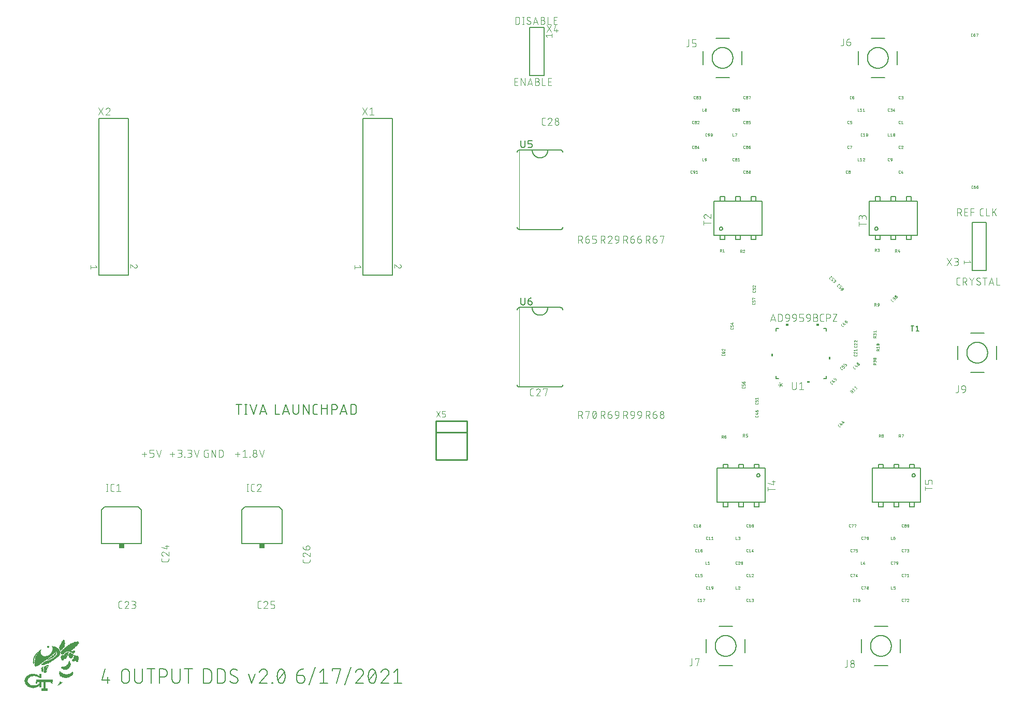
<source format=gbr>
G04 EAGLE Gerber RS-274X export*
G75*
%MOMM*%
%FSLAX34Y34*%
%LPD*%
%INSilkscreen Top*%
%IPPOS*%
%AMOC8*
5,1,8,0,0,1.08239X$1,22.5*%
G01*
%ADD10C,0.101600*%
%ADD11C,0.152400*%
%ADD12R,1.016000X0.050800*%
%ADD13R,1.066800X0.050800*%
%ADD14R,0.355600X0.050800*%
%ADD15R,0.152400X0.050800*%
%ADD16R,0.863600X0.050800*%
%ADD17R,1.168400X0.050800*%
%ADD18R,1.371600X0.050800*%
%ADD19R,0.304800X0.050800*%
%ADD20R,1.574800X0.050800*%
%ADD21R,1.778000X0.050800*%
%ADD22R,1.930400X0.050800*%
%ADD23R,2.387600X0.050800*%
%ADD24R,0.050800X0.050800*%
%ADD25R,0.914400X0.050800*%
%ADD26R,0.762000X0.050800*%
%ADD27R,0.711200X0.050800*%
%ADD28R,0.660400X0.050800*%
%ADD29R,0.203200X0.050800*%
%ADD30R,0.558800X0.050800*%
%ADD31R,0.609600X0.050800*%
%ADD32R,0.508000X0.050800*%
%ADD33R,0.406400X0.050800*%
%ADD34R,0.254000X0.050800*%
%ADD35R,0.457200X0.050800*%
%ADD36R,2.692400X0.050800*%
%ADD37R,1.219200X0.050800*%
%ADD38R,1.422400X0.050800*%
%ADD39R,0.812800X0.050800*%
%ADD40R,0.965200X0.050800*%
%ADD41R,1.828800X0.050800*%
%ADD42R,1.879600X0.050800*%
%ADD43R,1.727200X0.050800*%
%ADD44R,1.981200X0.050800*%
%ADD45R,2.032000X0.050800*%
%ADD46R,2.133600X0.050800*%
%ADD47R,1.117600X0.050800*%
%ADD48R,0.101600X0.050800*%
%ADD49R,1.320800X0.050800*%
%ADD50R,1.270000X0.050800*%
%ADD51R,1.473200X0.050800*%
%ADD52R,1.524000X0.050800*%
%ADD53R,1.676400X0.050800*%
%ADD54R,2.082800X0.050800*%
%ADD55R,2.184400X0.050800*%
%ADD56R,2.286000X0.050800*%
%ADD57R,2.336800X0.050800*%
%ADD58R,1.625600X0.050800*%
%ADD59C,0.203200*%
%ADD60C,0.050800*%
%ADD61C,0.177800*%
%ADD62C,0.127000*%
%ADD63C,0.076200*%
%ADD64R,0.863600X0.762000*%
%ADD65C,0.254000*%

G36*
X1268457Y614428D02*
X1268457Y614428D01*
X1268459Y614427D01*
X1268502Y614447D01*
X1268546Y614465D01*
X1268546Y614467D01*
X1268548Y614468D01*
X1268581Y614553D01*
X1268581Y617093D01*
X1268580Y617095D01*
X1268581Y617097D01*
X1268561Y617140D01*
X1268543Y617184D01*
X1268541Y617184D01*
X1268540Y617186D01*
X1268455Y617219D01*
X1264645Y617219D01*
X1264643Y617218D01*
X1264641Y617219D01*
X1264598Y617199D01*
X1264554Y617181D01*
X1264554Y617179D01*
X1264552Y617178D01*
X1264519Y617093D01*
X1264519Y614553D01*
X1264520Y614551D01*
X1264519Y614549D01*
X1264539Y614506D01*
X1264557Y614462D01*
X1264559Y614462D01*
X1264560Y614460D01*
X1264645Y614427D01*
X1268455Y614427D01*
X1268457Y614428D01*
G37*
G36*
X1318457Y614428D02*
X1318457Y614428D01*
X1318459Y614427D01*
X1318502Y614447D01*
X1318546Y614465D01*
X1318546Y614467D01*
X1318548Y614468D01*
X1318581Y614553D01*
X1318581Y617093D01*
X1318580Y617095D01*
X1318581Y617097D01*
X1318561Y617140D01*
X1318543Y617184D01*
X1318541Y617184D01*
X1318540Y617186D01*
X1318455Y617219D01*
X1314645Y617219D01*
X1314643Y617218D01*
X1314641Y617219D01*
X1314598Y617199D01*
X1314554Y617181D01*
X1314554Y617179D01*
X1314552Y617178D01*
X1314519Y617093D01*
X1314519Y614553D01*
X1314520Y614551D01*
X1314519Y614549D01*
X1314539Y614506D01*
X1314557Y614462D01*
X1314559Y614462D01*
X1314560Y614460D01*
X1314645Y614427D01*
X1318455Y614427D01*
X1318457Y614428D01*
G37*
G36*
X1243459Y564430D02*
X1243459Y564430D01*
X1243461Y564429D01*
X1243504Y564449D01*
X1243548Y564467D01*
X1243548Y564469D01*
X1243550Y564470D01*
X1243583Y564555D01*
X1243583Y568365D01*
X1243582Y568367D01*
X1243583Y568369D01*
X1243563Y568412D01*
X1243545Y568456D01*
X1243543Y568456D01*
X1243542Y568458D01*
X1243457Y568491D01*
X1240917Y568491D01*
X1240915Y568490D01*
X1240913Y568491D01*
X1240870Y568471D01*
X1240826Y568453D01*
X1240826Y568451D01*
X1240824Y568450D01*
X1240791Y568365D01*
X1240791Y564555D01*
X1240792Y564553D01*
X1240791Y564551D01*
X1240811Y564508D01*
X1240829Y564464D01*
X1240831Y564464D01*
X1240832Y564462D01*
X1240917Y564429D01*
X1243457Y564429D01*
X1243459Y564430D01*
G37*
G36*
X1337185Y559430D02*
X1337185Y559430D01*
X1337187Y559429D01*
X1337230Y559449D01*
X1337274Y559467D01*
X1337274Y559469D01*
X1337276Y559470D01*
X1337309Y559555D01*
X1337309Y563365D01*
X1337308Y563367D01*
X1337309Y563369D01*
X1337289Y563412D01*
X1337271Y563456D01*
X1337269Y563456D01*
X1337268Y563458D01*
X1337183Y563491D01*
X1334643Y563491D01*
X1334641Y563490D01*
X1334639Y563491D01*
X1334596Y563471D01*
X1334552Y563453D01*
X1334552Y563451D01*
X1334550Y563450D01*
X1334517Y563365D01*
X1334517Y559555D01*
X1334518Y559553D01*
X1334517Y559551D01*
X1334537Y559508D01*
X1334555Y559464D01*
X1334557Y559464D01*
X1334558Y559462D01*
X1334643Y559429D01*
X1337183Y559429D01*
X1337185Y559430D01*
G37*
G36*
X1303457Y520702D02*
X1303457Y520702D01*
X1303459Y520701D01*
X1303502Y520721D01*
X1303546Y520739D01*
X1303546Y520741D01*
X1303548Y520742D01*
X1303581Y520827D01*
X1303581Y523367D01*
X1303580Y523369D01*
X1303581Y523371D01*
X1303561Y523414D01*
X1303543Y523458D01*
X1303541Y523458D01*
X1303540Y523460D01*
X1303455Y523493D01*
X1299645Y523493D01*
X1299643Y523492D01*
X1299641Y523493D01*
X1299598Y523473D01*
X1299554Y523455D01*
X1299554Y523453D01*
X1299552Y523452D01*
X1299519Y523367D01*
X1299519Y520827D01*
X1299520Y520825D01*
X1299519Y520823D01*
X1299539Y520780D01*
X1299557Y520736D01*
X1299559Y520736D01*
X1299560Y520734D01*
X1299645Y520701D01*
X1303455Y520701D01*
X1303457Y520702D01*
G37*
D10*
X211328Y403832D02*
X219117Y403832D01*
X215223Y407726D02*
X215223Y399937D01*
X224169Y399288D02*
X228064Y399288D01*
X228163Y399290D01*
X228263Y399296D01*
X228362Y399305D01*
X228460Y399318D01*
X228558Y399335D01*
X228656Y399356D01*
X228752Y399381D01*
X228847Y399409D01*
X228941Y399441D01*
X229034Y399476D01*
X229126Y399515D01*
X229216Y399558D01*
X229304Y399603D01*
X229391Y399653D01*
X229475Y399705D01*
X229558Y399761D01*
X229638Y399819D01*
X229716Y399881D01*
X229791Y399946D01*
X229864Y400014D01*
X229934Y400084D01*
X230002Y400157D01*
X230067Y400232D01*
X230129Y400310D01*
X230187Y400390D01*
X230243Y400473D01*
X230295Y400557D01*
X230345Y400644D01*
X230390Y400732D01*
X230433Y400822D01*
X230472Y400914D01*
X230507Y401007D01*
X230539Y401101D01*
X230567Y401196D01*
X230592Y401292D01*
X230613Y401390D01*
X230630Y401488D01*
X230643Y401586D01*
X230652Y401685D01*
X230658Y401785D01*
X230660Y401884D01*
X230660Y403183D01*
X230658Y403282D01*
X230652Y403382D01*
X230643Y403481D01*
X230630Y403579D01*
X230613Y403677D01*
X230592Y403775D01*
X230567Y403871D01*
X230539Y403966D01*
X230507Y404060D01*
X230472Y404153D01*
X230433Y404245D01*
X230390Y404335D01*
X230345Y404423D01*
X230295Y404510D01*
X230243Y404594D01*
X230187Y404677D01*
X230129Y404757D01*
X230067Y404835D01*
X230002Y404910D01*
X229934Y404983D01*
X229864Y405053D01*
X229791Y405121D01*
X229716Y405186D01*
X229638Y405248D01*
X229558Y405306D01*
X229475Y405362D01*
X229391Y405414D01*
X229304Y405464D01*
X229216Y405509D01*
X229126Y405552D01*
X229034Y405591D01*
X228941Y405626D01*
X228847Y405658D01*
X228752Y405686D01*
X228656Y405711D01*
X228558Y405732D01*
X228460Y405749D01*
X228362Y405762D01*
X228263Y405771D01*
X228163Y405777D01*
X228064Y405779D01*
X224169Y405779D01*
X224169Y410972D01*
X230660Y410972D01*
X234950Y410972D02*
X238845Y399288D01*
X242739Y410972D01*
X257048Y403832D02*
X264837Y403832D01*
X260943Y407726D02*
X260943Y399937D01*
X269889Y399288D02*
X273135Y399288D01*
X273248Y399290D01*
X273361Y399296D01*
X273474Y399306D01*
X273587Y399320D01*
X273699Y399337D01*
X273810Y399359D01*
X273920Y399384D01*
X274030Y399414D01*
X274138Y399447D01*
X274245Y399484D01*
X274351Y399524D01*
X274455Y399569D01*
X274558Y399617D01*
X274659Y399668D01*
X274758Y399723D01*
X274855Y399781D01*
X274950Y399843D01*
X275043Y399908D01*
X275133Y399976D01*
X275221Y400047D01*
X275307Y400122D01*
X275390Y400199D01*
X275470Y400279D01*
X275547Y400362D01*
X275622Y400448D01*
X275693Y400536D01*
X275761Y400626D01*
X275826Y400719D01*
X275888Y400814D01*
X275946Y400911D01*
X276001Y401010D01*
X276052Y401111D01*
X276100Y401214D01*
X276145Y401318D01*
X276185Y401424D01*
X276222Y401531D01*
X276255Y401639D01*
X276285Y401749D01*
X276310Y401859D01*
X276332Y401970D01*
X276349Y402082D01*
X276363Y402195D01*
X276373Y402308D01*
X276379Y402421D01*
X276381Y402534D01*
X276379Y402647D01*
X276373Y402760D01*
X276363Y402873D01*
X276349Y402986D01*
X276332Y403098D01*
X276310Y403209D01*
X276285Y403319D01*
X276255Y403429D01*
X276222Y403537D01*
X276185Y403644D01*
X276145Y403750D01*
X276100Y403854D01*
X276052Y403957D01*
X276001Y404058D01*
X275946Y404157D01*
X275888Y404254D01*
X275826Y404349D01*
X275761Y404442D01*
X275693Y404532D01*
X275622Y404620D01*
X275547Y404706D01*
X275470Y404789D01*
X275390Y404869D01*
X275307Y404946D01*
X275221Y405021D01*
X275133Y405092D01*
X275043Y405160D01*
X274950Y405225D01*
X274855Y405287D01*
X274758Y405345D01*
X274659Y405400D01*
X274558Y405451D01*
X274455Y405499D01*
X274351Y405544D01*
X274245Y405584D01*
X274138Y405621D01*
X274030Y405654D01*
X273920Y405684D01*
X273810Y405709D01*
X273699Y405731D01*
X273587Y405748D01*
X273474Y405762D01*
X273361Y405772D01*
X273248Y405778D01*
X273135Y405780D01*
X273784Y410972D02*
X269889Y410972D01*
X273784Y410972D02*
X273885Y410970D01*
X273985Y410964D01*
X274085Y410954D01*
X274185Y410941D01*
X274284Y410923D01*
X274383Y410902D01*
X274480Y410877D01*
X274577Y410848D01*
X274672Y410815D01*
X274766Y410779D01*
X274858Y410739D01*
X274949Y410696D01*
X275038Y410649D01*
X275125Y410599D01*
X275211Y410545D01*
X275294Y410488D01*
X275374Y410428D01*
X275453Y410365D01*
X275529Y410298D01*
X275602Y410229D01*
X275672Y410157D01*
X275740Y410083D01*
X275805Y410006D01*
X275866Y409926D01*
X275925Y409844D01*
X275980Y409760D01*
X276032Y409674D01*
X276081Y409586D01*
X276126Y409496D01*
X276168Y409404D01*
X276206Y409311D01*
X276240Y409216D01*
X276271Y409121D01*
X276298Y409024D01*
X276321Y408926D01*
X276341Y408827D01*
X276356Y408727D01*
X276368Y408627D01*
X276376Y408527D01*
X276380Y408426D01*
X276380Y408326D01*
X276376Y408225D01*
X276368Y408125D01*
X276356Y408025D01*
X276341Y407925D01*
X276321Y407826D01*
X276298Y407728D01*
X276271Y407631D01*
X276240Y407536D01*
X276206Y407441D01*
X276168Y407348D01*
X276126Y407256D01*
X276081Y407166D01*
X276032Y407078D01*
X275980Y406992D01*
X275925Y406908D01*
X275866Y406826D01*
X275805Y406746D01*
X275740Y406669D01*
X275672Y406595D01*
X275602Y406523D01*
X275529Y406454D01*
X275453Y406387D01*
X275374Y406324D01*
X275294Y406264D01*
X275211Y406207D01*
X275125Y406153D01*
X275038Y406103D01*
X274949Y406056D01*
X274858Y406013D01*
X274766Y405973D01*
X274672Y405937D01*
X274577Y405904D01*
X274480Y405875D01*
X274383Y405850D01*
X274284Y405829D01*
X274185Y405811D01*
X274085Y405798D01*
X273985Y405788D01*
X273885Y405782D01*
X273784Y405780D01*
X273784Y405779D02*
X271187Y405779D01*
X280811Y399937D02*
X280811Y399288D01*
X280811Y399937D02*
X281460Y399937D01*
X281460Y399288D01*
X280811Y399288D01*
X285891Y399288D02*
X289137Y399288D01*
X289250Y399290D01*
X289363Y399296D01*
X289476Y399306D01*
X289589Y399320D01*
X289701Y399337D01*
X289812Y399359D01*
X289922Y399384D01*
X290032Y399414D01*
X290140Y399447D01*
X290247Y399484D01*
X290353Y399524D01*
X290457Y399569D01*
X290560Y399617D01*
X290661Y399668D01*
X290760Y399723D01*
X290857Y399781D01*
X290952Y399843D01*
X291045Y399908D01*
X291135Y399976D01*
X291223Y400047D01*
X291309Y400122D01*
X291392Y400199D01*
X291472Y400279D01*
X291549Y400362D01*
X291624Y400448D01*
X291695Y400536D01*
X291763Y400626D01*
X291828Y400719D01*
X291890Y400814D01*
X291948Y400911D01*
X292003Y401010D01*
X292054Y401111D01*
X292102Y401214D01*
X292147Y401318D01*
X292187Y401424D01*
X292224Y401531D01*
X292257Y401639D01*
X292287Y401749D01*
X292312Y401859D01*
X292334Y401970D01*
X292351Y402082D01*
X292365Y402195D01*
X292375Y402308D01*
X292381Y402421D01*
X292383Y402534D01*
X292381Y402647D01*
X292375Y402760D01*
X292365Y402873D01*
X292351Y402986D01*
X292334Y403098D01*
X292312Y403209D01*
X292287Y403319D01*
X292257Y403429D01*
X292224Y403537D01*
X292187Y403644D01*
X292147Y403750D01*
X292102Y403854D01*
X292054Y403957D01*
X292003Y404058D01*
X291948Y404157D01*
X291890Y404254D01*
X291828Y404349D01*
X291763Y404442D01*
X291695Y404532D01*
X291624Y404620D01*
X291549Y404706D01*
X291472Y404789D01*
X291392Y404869D01*
X291309Y404946D01*
X291223Y405021D01*
X291135Y405092D01*
X291045Y405160D01*
X290952Y405225D01*
X290857Y405287D01*
X290760Y405345D01*
X290661Y405400D01*
X290560Y405451D01*
X290457Y405499D01*
X290353Y405544D01*
X290247Y405584D01*
X290140Y405621D01*
X290032Y405654D01*
X289922Y405684D01*
X289812Y405709D01*
X289701Y405731D01*
X289589Y405748D01*
X289476Y405762D01*
X289363Y405772D01*
X289250Y405778D01*
X289137Y405780D01*
X289786Y410972D02*
X285891Y410972D01*
X289786Y410972D02*
X289887Y410970D01*
X289987Y410964D01*
X290087Y410954D01*
X290187Y410941D01*
X290286Y410923D01*
X290385Y410902D01*
X290482Y410877D01*
X290579Y410848D01*
X290674Y410815D01*
X290768Y410779D01*
X290860Y410739D01*
X290951Y410696D01*
X291040Y410649D01*
X291127Y410599D01*
X291213Y410545D01*
X291296Y410488D01*
X291376Y410428D01*
X291455Y410365D01*
X291531Y410298D01*
X291604Y410229D01*
X291674Y410157D01*
X291742Y410083D01*
X291807Y410006D01*
X291868Y409926D01*
X291927Y409844D01*
X291982Y409760D01*
X292034Y409674D01*
X292083Y409586D01*
X292128Y409496D01*
X292170Y409404D01*
X292208Y409311D01*
X292242Y409216D01*
X292273Y409121D01*
X292300Y409024D01*
X292323Y408926D01*
X292343Y408827D01*
X292358Y408727D01*
X292370Y408627D01*
X292378Y408527D01*
X292382Y408426D01*
X292382Y408326D01*
X292378Y408225D01*
X292370Y408125D01*
X292358Y408025D01*
X292343Y407925D01*
X292323Y407826D01*
X292300Y407728D01*
X292273Y407631D01*
X292242Y407536D01*
X292208Y407441D01*
X292170Y407348D01*
X292128Y407256D01*
X292083Y407166D01*
X292034Y407078D01*
X291982Y406992D01*
X291927Y406908D01*
X291868Y406826D01*
X291807Y406746D01*
X291742Y406669D01*
X291674Y406595D01*
X291604Y406523D01*
X291531Y406454D01*
X291455Y406387D01*
X291376Y406324D01*
X291296Y406264D01*
X291213Y406207D01*
X291127Y406153D01*
X291040Y406103D01*
X290951Y406056D01*
X290860Y406013D01*
X290768Y405973D01*
X290674Y405937D01*
X290579Y405904D01*
X290482Y405875D01*
X290385Y405850D01*
X290286Y405829D01*
X290187Y405811D01*
X290087Y405798D01*
X289987Y405788D01*
X289887Y405782D01*
X289786Y405780D01*
X289786Y405779D02*
X287189Y405779D01*
X296672Y410972D02*
X300567Y399288D01*
X304461Y410972D01*
X317472Y405779D02*
X319419Y405779D01*
X319419Y399288D01*
X315524Y399288D01*
X315425Y399290D01*
X315325Y399296D01*
X315226Y399305D01*
X315128Y399318D01*
X315030Y399335D01*
X314932Y399356D01*
X314836Y399381D01*
X314741Y399409D01*
X314647Y399441D01*
X314554Y399476D01*
X314462Y399515D01*
X314372Y399558D01*
X314284Y399603D01*
X314197Y399653D01*
X314113Y399705D01*
X314030Y399761D01*
X313950Y399819D01*
X313872Y399881D01*
X313797Y399946D01*
X313724Y400014D01*
X313654Y400084D01*
X313586Y400157D01*
X313521Y400232D01*
X313459Y400310D01*
X313401Y400390D01*
X313345Y400473D01*
X313293Y400557D01*
X313243Y400644D01*
X313198Y400732D01*
X313155Y400822D01*
X313116Y400914D01*
X313081Y401007D01*
X313049Y401101D01*
X313021Y401196D01*
X312996Y401292D01*
X312975Y401390D01*
X312958Y401488D01*
X312945Y401586D01*
X312936Y401685D01*
X312930Y401785D01*
X312928Y401884D01*
X312928Y408376D01*
X312930Y408475D01*
X312936Y408575D01*
X312945Y408674D01*
X312958Y408772D01*
X312975Y408870D01*
X312996Y408968D01*
X313021Y409064D01*
X313049Y409159D01*
X313081Y409253D01*
X313116Y409346D01*
X313155Y409438D01*
X313198Y409528D01*
X313243Y409616D01*
X313293Y409703D01*
X313345Y409787D01*
X313401Y409870D01*
X313459Y409950D01*
X313521Y410028D01*
X313586Y410103D01*
X313654Y410176D01*
X313724Y410246D01*
X313797Y410314D01*
X313872Y410379D01*
X313950Y410441D01*
X314030Y410499D01*
X314113Y410555D01*
X314197Y410607D01*
X314284Y410657D01*
X314372Y410702D01*
X314462Y410745D01*
X314554Y410784D01*
X314646Y410819D01*
X314741Y410851D01*
X314836Y410879D01*
X314932Y410904D01*
X315030Y410925D01*
X315128Y410942D01*
X315226Y410955D01*
X315325Y410964D01*
X315425Y410970D01*
X315524Y410972D01*
X319419Y410972D01*
X325120Y410972D02*
X325120Y399288D01*
X331611Y399288D02*
X325120Y410972D01*
X331611Y410972D02*
X331611Y399288D01*
X337312Y399288D02*
X337312Y410972D01*
X340557Y410972D01*
X340670Y410970D01*
X340783Y410964D01*
X340896Y410954D01*
X341009Y410940D01*
X341121Y410923D01*
X341232Y410901D01*
X341342Y410876D01*
X341452Y410846D01*
X341560Y410813D01*
X341667Y410776D01*
X341773Y410736D01*
X341877Y410691D01*
X341980Y410643D01*
X342081Y410592D01*
X342180Y410537D01*
X342277Y410479D01*
X342372Y410417D01*
X342465Y410352D01*
X342555Y410284D01*
X342643Y410213D01*
X342729Y410138D01*
X342812Y410061D01*
X342892Y409981D01*
X342969Y409898D01*
X343044Y409812D01*
X343115Y409724D01*
X343183Y409634D01*
X343248Y409541D01*
X343310Y409446D01*
X343368Y409349D01*
X343423Y409250D01*
X343474Y409149D01*
X343522Y409046D01*
X343567Y408942D01*
X343607Y408836D01*
X343644Y408729D01*
X343677Y408621D01*
X343707Y408511D01*
X343732Y408401D01*
X343754Y408290D01*
X343771Y408178D01*
X343785Y408065D01*
X343795Y407952D01*
X343801Y407839D01*
X343803Y407726D01*
X343803Y402534D01*
X343804Y402534D02*
X343802Y402421D01*
X343796Y402308D01*
X343786Y402195D01*
X343772Y402082D01*
X343755Y401970D01*
X343733Y401859D01*
X343708Y401749D01*
X343678Y401639D01*
X343645Y401531D01*
X343608Y401424D01*
X343568Y401318D01*
X343523Y401214D01*
X343475Y401111D01*
X343424Y401010D01*
X343369Y400911D01*
X343311Y400814D01*
X343249Y400719D01*
X343184Y400626D01*
X343116Y400536D01*
X343045Y400448D01*
X342970Y400362D01*
X342893Y400279D01*
X342813Y400199D01*
X342730Y400122D01*
X342644Y400047D01*
X342556Y399976D01*
X342466Y399908D01*
X342373Y399843D01*
X342278Y399781D01*
X342181Y399723D01*
X342082Y399668D01*
X341981Y399617D01*
X341878Y399569D01*
X341774Y399524D01*
X341668Y399484D01*
X341561Y399447D01*
X341453Y399414D01*
X341343Y399384D01*
X341233Y399359D01*
X341122Y399337D01*
X341010Y399320D01*
X340897Y399306D01*
X340784Y399296D01*
X340671Y399290D01*
X340558Y399288D01*
X340557Y399288D02*
X337312Y399288D01*
X363728Y403832D02*
X371517Y403832D01*
X367623Y407726D02*
X367623Y399937D01*
X376569Y408376D02*
X379815Y410972D01*
X379815Y399288D01*
X383060Y399288D02*
X376569Y399288D01*
X387491Y399288D02*
X387491Y399937D01*
X388140Y399937D01*
X388140Y399288D01*
X387491Y399288D01*
X392571Y402534D02*
X392573Y402647D01*
X392579Y402760D01*
X392589Y402873D01*
X392603Y402986D01*
X392620Y403098D01*
X392642Y403209D01*
X392667Y403319D01*
X392697Y403429D01*
X392730Y403537D01*
X392767Y403644D01*
X392807Y403750D01*
X392852Y403854D01*
X392900Y403957D01*
X392951Y404058D01*
X393006Y404157D01*
X393064Y404254D01*
X393126Y404349D01*
X393191Y404442D01*
X393259Y404532D01*
X393330Y404620D01*
X393405Y404706D01*
X393482Y404789D01*
X393562Y404869D01*
X393645Y404946D01*
X393731Y405021D01*
X393819Y405092D01*
X393909Y405160D01*
X394002Y405225D01*
X394097Y405287D01*
X394194Y405345D01*
X394293Y405400D01*
X394394Y405451D01*
X394497Y405499D01*
X394601Y405544D01*
X394707Y405584D01*
X394814Y405621D01*
X394922Y405654D01*
X395032Y405684D01*
X395142Y405709D01*
X395253Y405731D01*
X395365Y405748D01*
X395478Y405762D01*
X395591Y405772D01*
X395704Y405778D01*
X395817Y405780D01*
X395930Y405778D01*
X396043Y405772D01*
X396156Y405762D01*
X396269Y405748D01*
X396381Y405731D01*
X396492Y405709D01*
X396602Y405684D01*
X396712Y405654D01*
X396820Y405621D01*
X396927Y405584D01*
X397033Y405544D01*
X397137Y405499D01*
X397240Y405451D01*
X397341Y405400D01*
X397440Y405345D01*
X397537Y405287D01*
X397632Y405225D01*
X397725Y405160D01*
X397815Y405092D01*
X397903Y405021D01*
X397989Y404946D01*
X398072Y404869D01*
X398152Y404789D01*
X398229Y404706D01*
X398304Y404620D01*
X398375Y404532D01*
X398443Y404442D01*
X398508Y404349D01*
X398570Y404254D01*
X398628Y404157D01*
X398683Y404058D01*
X398734Y403957D01*
X398782Y403854D01*
X398827Y403750D01*
X398867Y403644D01*
X398904Y403537D01*
X398937Y403429D01*
X398967Y403319D01*
X398992Y403209D01*
X399014Y403098D01*
X399031Y402986D01*
X399045Y402873D01*
X399055Y402760D01*
X399061Y402647D01*
X399063Y402534D01*
X399061Y402421D01*
X399055Y402308D01*
X399045Y402195D01*
X399031Y402082D01*
X399014Y401970D01*
X398992Y401859D01*
X398967Y401749D01*
X398937Y401639D01*
X398904Y401531D01*
X398867Y401424D01*
X398827Y401318D01*
X398782Y401214D01*
X398734Y401111D01*
X398683Y401010D01*
X398628Y400911D01*
X398570Y400814D01*
X398508Y400719D01*
X398443Y400626D01*
X398375Y400536D01*
X398304Y400448D01*
X398229Y400362D01*
X398152Y400279D01*
X398072Y400199D01*
X397989Y400122D01*
X397903Y400047D01*
X397815Y399976D01*
X397725Y399908D01*
X397632Y399843D01*
X397537Y399781D01*
X397440Y399723D01*
X397341Y399668D01*
X397240Y399617D01*
X397137Y399569D01*
X397033Y399524D01*
X396927Y399484D01*
X396820Y399447D01*
X396712Y399414D01*
X396602Y399384D01*
X396492Y399359D01*
X396381Y399337D01*
X396269Y399320D01*
X396156Y399306D01*
X396043Y399296D01*
X395930Y399290D01*
X395817Y399288D01*
X395704Y399290D01*
X395591Y399296D01*
X395478Y399306D01*
X395365Y399320D01*
X395253Y399337D01*
X395142Y399359D01*
X395032Y399384D01*
X394922Y399414D01*
X394814Y399447D01*
X394707Y399484D01*
X394601Y399524D01*
X394497Y399569D01*
X394394Y399617D01*
X394293Y399668D01*
X394194Y399723D01*
X394097Y399781D01*
X394002Y399843D01*
X393909Y399908D01*
X393819Y399976D01*
X393731Y400047D01*
X393645Y400122D01*
X393562Y400199D01*
X393482Y400279D01*
X393405Y400362D01*
X393330Y400448D01*
X393259Y400536D01*
X393191Y400626D01*
X393126Y400719D01*
X393064Y400814D01*
X393006Y400911D01*
X392951Y401010D01*
X392900Y401111D01*
X392852Y401214D01*
X392807Y401318D01*
X392767Y401424D01*
X392730Y401531D01*
X392697Y401639D01*
X392667Y401749D01*
X392642Y401859D01*
X392620Y401970D01*
X392603Y402082D01*
X392589Y402195D01*
X392579Y402308D01*
X392573Y402421D01*
X392571Y402534D01*
X393221Y408376D02*
X393223Y408477D01*
X393229Y408577D01*
X393239Y408677D01*
X393252Y408777D01*
X393270Y408876D01*
X393291Y408975D01*
X393316Y409072D01*
X393345Y409169D01*
X393378Y409264D01*
X393414Y409358D01*
X393454Y409450D01*
X393497Y409541D01*
X393544Y409630D01*
X393594Y409717D01*
X393648Y409803D01*
X393705Y409886D01*
X393765Y409966D01*
X393828Y410045D01*
X393895Y410121D01*
X393964Y410194D01*
X394036Y410264D01*
X394110Y410332D01*
X394187Y410397D01*
X394267Y410458D01*
X394349Y410517D01*
X394433Y410572D01*
X394519Y410624D01*
X394607Y410673D01*
X394697Y410718D01*
X394789Y410760D01*
X394882Y410798D01*
X394977Y410832D01*
X395072Y410863D01*
X395169Y410890D01*
X395267Y410913D01*
X395366Y410933D01*
X395466Y410948D01*
X395566Y410960D01*
X395666Y410968D01*
X395767Y410972D01*
X395867Y410972D01*
X395968Y410968D01*
X396068Y410960D01*
X396168Y410948D01*
X396268Y410933D01*
X396367Y410913D01*
X396465Y410890D01*
X396562Y410863D01*
X396657Y410832D01*
X396752Y410798D01*
X396845Y410760D01*
X396937Y410718D01*
X397027Y410673D01*
X397115Y410624D01*
X397201Y410572D01*
X397285Y410517D01*
X397367Y410458D01*
X397447Y410397D01*
X397524Y410332D01*
X397598Y410264D01*
X397670Y410194D01*
X397739Y410121D01*
X397806Y410045D01*
X397869Y409966D01*
X397929Y409886D01*
X397986Y409803D01*
X398040Y409717D01*
X398090Y409630D01*
X398137Y409541D01*
X398180Y409450D01*
X398220Y409358D01*
X398256Y409264D01*
X398289Y409169D01*
X398318Y409072D01*
X398343Y408975D01*
X398364Y408876D01*
X398382Y408777D01*
X398395Y408677D01*
X398405Y408577D01*
X398411Y408477D01*
X398413Y408376D01*
X398411Y408275D01*
X398405Y408175D01*
X398395Y408075D01*
X398382Y407975D01*
X398364Y407876D01*
X398343Y407777D01*
X398318Y407680D01*
X398289Y407583D01*
X398256Y407488D01*
X398220Y407394D01*
X398180Y407302D01*
X398137Y407211D01*
X398090Y407122D01*
X398040Y407035D01*
X397986Y406949D01*
X397929Y406866D01*
X397869Y406786D01*
X397806Y406707D01*
X397739Y406631D01*
X397670Y406558D01*
X397598Y406488D01*
X397524Y406420D01*
X397447Y406355D01*
X397367Y406294D01*
X397285Y406235D01*
X397201Y406180D01*
X397115Y406128D01*
X397027Y406079D01*
X396937Y406034D01*
X396845Y405992D01*
X396752Y405954D01*
X396657Y405920D01*
X396562Y405889D01*
X396465Y405862D01*
X396367Y405839D01*
X396268Y405819D01*
X396168Y405804D01*
X396068Y405792D01*
X395968Y405784D01*
X395867Y405780D01*
X395767Y405780D01*
X395666Y405784D01*
X395566Y405792D01*
X395466Y405804D01*
X395366Y405819D01*
X395267Y405839D01*
X395169Y405862D01*
X395072Y405889D01*
X394977Y405920D01*
X394882Y405954D01*
X394789Y405992D01*
X394697Y406034D01*
X394607Y406079D01*
X394519Y406128D01*
X394433Y406180D01*
X394349Y406235D01*
X394267Y406294D01*
X394187Y406355D01*
X394110Y406420D01*
X394036Y406488D01*
X393964Y406558D01*
X393895Y406631D01*
X393828Y406707D01*
X393765Y406786D01*
X393705Y406866D01*
X393648Y406949D01*
X393594Y407035D01*
X393544Y407122D01*
X393497Y407211D01*
X393454Y407302D01*
X393414Y407394D01*
X393378Y407488D01*
X393345Y407583D01*
X393316Y407680D01*
X393291Y407777D01*
X393270Y407876D01*
X393252Y407975D01*
X393239Y408075D01*
X393229Y408175D01*
X393223Y408275D01*
X393221Y408376D01*
X403352Y410972D02*
X407247Y399288D01*
X411141Y410972D01*
D11*
X369768Y469392D02*
X369768Y485648D01*
X374283Y485648D02*
X365252Y485648D01*
X381230Y485648D02*
X381230Y469392D01*
X379424Y469392D02*
X383037Y469392D01*
X383037Y485648D02*
X379424Y485648D01*
X388317Y485648D02*
X393735Y469392D01*
X399154Y485648D01*
X409367Y485648D02*
X403948Y469392D01*
X414785Y469392D02*
X409367Y485648D01*
X413431Y473456D02*
X405303Y473456D01*
X429370Y469392D02*
X429370Y485648D01*
X429370Y469392D02*
X436595Y469392D01*
X441463Y469392D02*
X446882Y485648D01*
X452300Y469392D01*
X450946Y473456D02*
X442818Y473456D01*
X458518Y473908D02*
X458518Y485648D01*
X458518Y473908D02*
X458520Y473775D01*
X458526Y473643D01*
X458536Y473511D01*
X458549Y473379D01*
X458567Y473247D01*
X458588Y473117D01*
X458613Y472986D01*
X458642Y472857D01*
X458675Y472729D01*
X458711Y472601D01*
X458751Y472475D01*
X458795Y472350D01*
X458843Y472226D01*
X458894Y472104D01*
X458949Y471983D01*
X459007Y471864D01*
X459069Y471746D01*
X459134Y471631D01*
X459203Y471517D01*
X459274Y471406D01*
X459350Y471297D01*
X459428Y471190D01*
X459509Y471085D01*
X459594Y470983D01*
X459681Y470883D01*
X459771Y470786D01*
X459864Y470691D01*
X459960Y470600D01*
X460058Y470511D01*
X460159Y470425D01*
X460263Y470342D01*
X460369Y470262D01*
X460477Y470186D01*
X460587Y470112D01*
X460700Y470042D01*
X460814Y469975D01*
X460931Y469912D01*
X461049Y469852D01*
X461169Y469795D01*
X461291Y469742D01*
X461414Y469693D01*
X461538Y469647D01*
X461664Y469605D01*
X461791Y469567D01*
X461919Y469532D01*
X462048Y469501D01*
X462177Y469474D01*
X462308Y469451D01*
X462439Y469431D01*
X462571Y469416D01*
X462703Y469404D01*
X462835Y469396D01*
X462968Y469392D01*
X463100Y469392D01*
X463233Y469396D01*
X463365Y469404D01*
X463497Y469416D01*
X463629Y469431D01*
X463760Y469451D01*
X463891Y469474D01*
X464020Y469501D01*
X464149Y469532D01*
X464277Y469567D01*
X464404Y469605D01*
X464530Y469647D01*
X464654Y469693D01*
X464777Y469742D01*
X464899Y469795D01*
X465019Y469852D01*
X465137Y469912D01*
X465254Y469975D01*
X465368Y470042D01*
X465481Y470112D01*
X465591Y470186D01*
X465699Y470262D01*
X465805Y470342D01*
X465909Y470425D01*
X466010Y470511D01*
X466108Y470600D01*
X466204Y470691D01*
X466297Y470786D01*
X466387Y470883D01*
X466474Y470983D01*
X466559Y471085D01*
X466640Y471190D01*
X466718Y471297D01*
X466794Y471406D01*
X466865Y471517D01*
X466934Y471631D01*
X466999Y471746D01*
X467061Y471864D01*
X467119Y471983D01*
X467174Y472104D01*
X467225Y472226D01*
X467273Y472350D01*
X467317Y472475D01*
X467357Y472601D01*
X467393Y472729D01*
X467426Y472857D01*
X467455Y472986D01*
X467480Y473117D01*
X467501Y473247D01*
X467519Y473379D01*
X467532Y473511D01*
X467542Y473643D01*
X467548Y473775D01*
X467550Y473908D01*
X467549Y473908D02*
X467549Y485648D01*
X475192Y485648D02*
X475192Y469392D01*
X484223Y469392D02*
X475192Y485648D01*
X484223Y485648D02*
X484223Y469392D01*
X494917Y469392D02*
X498529Y469392D01*
X494917Y469392D02*
X494799Y469394D01*
X494681Y469400D01*
X494563Y469409D01*
X494446Y469423D01*
X494329Y469440D01*
X494212Y469461D01*
X494097Y469486D01*
X493982Y469515D01*
X493868Y469548D01*
X493756Y469584D01*
X493645Y469624D01*
X493535Y469667D01*
X493426Y469714D01*
X493319Y469764D01*
X493214Y469819D01*
X493111Y469876D01*
X493010Y469937D01*
X492910Y470001D01*
X492813Y470068D01*
X492718Y470138D01*
X492626Y470212D01*
X492535Y470288D01*
X492448Y470368D01*
X492363Y470450D01*
X492281Y470535D01*
X492201Y470622D01*
X492125Y470713D01*
X492051Y470805D01*
X491981Y470900D01*
X491914Y470997D01*
X491850Y471097D01*
X491789Y471198D01*
X491732Y471301D01*
X491677Y471406D01*
X491627Y471513D01*
X491580Y471622D01*
X491537Y471732D01*
X491497Y471843D01*
X491461Y471955D01*
X491428Y472069D01*
X491399Y472184D01*
X491374Y472299D01*
X491353Y472416D01*
X491336Y472533D01*
X491322Y472650D01*
X491313Y472768D01*
X491307Y472886D01*
X491305Y473004D01*
X491304Y473004D02*
X491304Y482036D01*
X491305Y482036D02*
X491307Y482154D01*
X491313Y482272D01*
X491322Y482390D01*
X491336Y482507D01*
X491353Y482624D01*
X491374Y482741D01*
X491399Y482856D01*
X491428Y482971D01*
X491461Y483085D01*
X491497Y483197D01*
X491537Y483308D01*
X491580Y483418D01*
X491627Y483527D01*
X491677Y483634D01*
X491731Y483739D01*
X491789Y483842D01*
X491850Y483943D01*
X491914Y484043D01*
X491981Y484140D01*
X492051Y484235D01*
X492125Y484327D01*
X492201Y484418D01*
X492281Y484505D01*
X492363Y484590D01*
X492448Y484672D01*
X492535Y484752D01*
X492626Y484828D01*
X492718Y484902D01*
X492813Y484972D01*
X492910Y485039D01*
X493010Y485103D01*
X493111Y485164D01*
X493214Y485221D01*
X493319Y485275D01*
X493426Y485326D01*
X493535Y485373D01*
X493645Y485416D01*
X493756Y485456D01*
X493868Y485492D01*
X493982Y485525D01*
X494097Y485554D01*
X494212Y485579D01*
X494329Y485600D01*
X494446Y485617D01*
X494563Y485631D01*
X494681Y485640D01*
X494799Y485646D01*
X494917Y485648D01*
X498529Y485648D01*
X504891Y485648D02*
X504891Y469392D01*
X504891Y478423D02*
X513922Y478423D01*
X513922Y485648D02*
X513922Y469392D01*
X521775Y469392D02*
X521775Y485648D01*
X526291Y485648D01*
X526424Y485646D01*
X526556Y485640D01*
X526688Y485630D01*
X526820Y485617D01*
X526952Y485599D01*
X527082Y485578D01*
X527213Y485553D01*
X527342Y485524D01*
X527470Y485491D01*
X527598Y485455D01*
X527724Y485415D01*
X527849Y485371D01*
X527973Y485323D01*
X528095Y485272D01*
X528216Y485217D01*
X528335Y485159D01*
X528453Y485097D01*
X528568Y485032D01*
X528682Y484963D01*
X528793Y484892D01*
X528902Y484816D01*
X529009Y484738D01*
X529114Y484657D01*
X529216Y484572D01*
X529316Y484485D01*
X529413Y484395D01*
X529508Y484302D01*
X529599Y484206D01*
X529688Y484108D01*
X529774Y484007D01*
X529857Y483903D01*
X529937Y483797D01*
X530013Y483689D01*
X530087Y483579D01*
X530157Y483466D01*
X530224Y483352D01*
X530287Y483235D01*
X530347Y483117D01*
X530404Y482997D01*
X530457Y482875D01*
X530506Y482752D01*
X530552Y482628D01*
X530594Y482502D01*
X530632Y482375D01*
X530667Y482247D01*
X530698Y482118D01*
X530725Y481989D01*
X530748Y481858D01*
X530768Y481727D01*
X530783Y481595D01*
X530795Y481463D01*
X530803Y481331D01*
X530807Y481198D01*
X530807Y481066D01*
X530803Y480933D01*
X530795Y480801D01*
X530783Y480669D01*
X530768Y480537D01*
X530748Y480406D01*
X530725Y480275D01*
X530698Y480146D01*
X530667Y480017D01*
X530632Y479889D01*
X530594Y479762D01*
X530552Y479636D01*
X530506Y479512D01*
X530457Y479389D01*
X530404Y479267D01*
X530347Y479147D01*
X530287Y479029D01*
X530224Y478912D01*
X530157Y478798D01*
X530087Y478685D01*
X530013Y478575D01*
X529937Y478467D01*
X529857Y478361D01*
X529774Y478257D01*
X529688Y478156D01*
X529599Y478058D01*
X529508Y477962D01*
X529413Y477869D01*
X529316Y477779D01*
X529216Y477692D01*
X529114Y477607D01*
X529009Y477526D01*
X528902Y477448D01*
X528793Y477372D01*
X528682Y477301D01*
X528568Y477232D01*
X528453Y477167D01*
X528335Y477105D01*
X528216Y477047D01*
X528095Y476992D01*
X527973Y476941D01*
X527849Y476893D01*
X527724Y476849D01*
X527598Y476809D01*
X527470Y476773D01*
X527342Y476740D01*
X527213Y476711D01*
X527082Y476686D01*
X526952Y476665D01*
X526820Y476647D01*
X526688Y476634D01*
X526556Y476624D01*
X526424Y476618D01*
X526291Y476616D01*
X526291Y476617D02*
X521775Y476617D01*
X535771Y469392D02*
X541190Y485648D01*
X546609Y469392D01*
X545254Y473456D02*
X537126Y473456D01*
X552827Y469392D02*
X552827Y485648D01*
X557342Y485648D01*
X557473Y485646D01*
X557605Y485640D01*
X557736Y485631D01*
X557866Y485617D01*
X557997Y485600D01*
X558126Y485579D01*
X558255Y485555D01*
X558383Y485526D01*
X558511Y485494D01*
X558637Y485458D01*
X558762Y485419D01*
X558887Y485376D01*
X559009Y485329D01*
X559131Y485279D01*
X559251Y485225D01*
X559369Y485168D01*
X559485Y485107D01*
X559600Y485043D01*
X559713Y484976D01*
X559824Y484905D01*
X559932Y484831D01*
X560039Y484754D01*
X560143Y484674D01*
X560245Y484591D01*
X560344Y484506D01*
X560441Y484417D01*
X560535Y484325D01*
X560627Y484231D01*
X560716Y484134D01*
X560801Y484035D01*
X560884Y483933D01*
X560964Y483829D01*
X561041Y483722D01*
X561115Y483614D01*
X561186Y483503D01*
X561253Y483390D01*
X561317Y483275D01*
X561378Y483159D01*
X561435Y483041D01*
X561489Y482921D01*
X561539Y482799D01*
X561586Y482677D01*
X561629Y482552D01*
X561668Y482427D01*
X561704Y482301D01*
X561736Y482173D01*
X561765Y482045D01*
X561789Y481916D01*
X561810Y481787D01*
X561827Y481656D01*
X561841Y481526D01*
X561850Y481395D01*
X561856Y481263D01*
X561858Y481132D01*
X561858Y473908D01*
X561856Y473777D01*
X561850Y473645D01*
X561841Y473514D01*
X561827Y473384D01*
X561810Y473253D01*
X561789Y473124D01*
X561765Y472995D01*
X561736Y472867D01*
X561704Y472739D01*
X561668Y472613D01*
X561629Y472488D01*
X561586Y472363D01*
X561539Y472241D01*
X561489Y472119D01*
X561435Y471999D01*
X561378Y471881D01*
X561317Y471765D01*
X561253Y471650D01*
X561186Y471537D01*
X561115Y471426D01*
X561041Y471318D01*
X560964Y471211D01*
X560884Y471107D01*
X560801Y471005D01*
X560716Y470906D01*
X560627Y470809D01*
X560535Y470715D01*
X560441Y470623D01*
X560344Y470534D01*
X560245Y470449D01*
X560143Y470366D01*
X560039Y470286D01*
X559932Y470209D01*
X559824Y470135D01*
X559713Y470064D01*
X559600Y469997D01*
X559485Y469933D01*
X559369Y469872D01*
X559251Y469815D01*
X559131Y469761D01*
X559009Y469711D01*
X558887Y469664D01*
X558762Y469621D01*
X558637Y469582D01*
X558511Y469546D01*
X558383Y469514D01*
X558255Y469485D01*
X558126Y469461D01*
X557996Y469440D01*
X557866Y469423D01*
X557736Y469409D01*
X557605Y469400D01*
X557473Y469394D01*
X557342Y469392D01*
X552827Y469392D01*
D10*
X1546154Y681228D02*
X1548751Y681228D01*
X1546154Y681228D02*
X1546055Y681230D01*
X1545955Y681236D01*
X1545856Y681245D01*
X1545758Y681258D01*
X1545660Y681275D01*
X1545562Y681296D01*
X1545466Y681321D01*
X1545371Y681349D01*
X1545277Y681381D01*
X1545184Y681416D01*
X1545092Y681455D01*
X1545002Y681498D01*
X1544914Y681543D01*
X1544827Y681593D01*
X1544743Y681645D01*
X1544660Y681701D01*
X1544580Y681759D01*
X1544502Y681821D01*
X1544427Y681886D01*
X1544354Y681954D01*
X1544284Y682024D01*
X1544216Y682097D01*
X1544151Y682172D01*
X1544089Y682250D01*
X1544031Y682330D01*
X1543975Y682413D01*
X1543923Y682497D01*
X1543873Y682584D01*
X1543828Y682672D01*
X1543785Y682762D01*
X1543746Y682854D01*
X1543711Y682947D01*
X1543679Y683041D01*
X1543651Y683136D01*
X1543626Y683232D01*
X1543605Y683330D01*
X1543588Y683428D01*
X1543575Y683526D01*
X1543566Y683625D01*
X1543560Y683725D01*
X1543558Y683824D01*
X1543558Y690316D01*
X1543560Y690415D01*
X1543566Y690515D01*
X1543575Y690614D01*
X1543588Y690712D01*
X1543605Y690810D01*
X1543626Y690908D01*
X1543651Y691004D01*
X1543679Y691099D01*
X1543711Y691193D01*
X1543746Y691286D01*
X1543785Y691378D01*
X1543828Y691468D01*
X1543873Y691556D01*
X1543923Y691643D01*
X1543975Y691727D01*
X1544031Y691810D01*
X1544089Y691890D01*
X1544151Y691968D01*
X1544216Y692043D01*
X1544284Y692116D01*
X1544354Y692186D01*
X1544427Y692254D01*
X1544502Y692319D01*
X1544580Y692381D01*
X1544660Y692439D01*
X1544743Y692495D01*
X1544827Y692547D01*
X1544914Y692597D01*
X1545002Y692642D01*
X1545092Y692685D01*
X1545184Y692724D01*
X1545276Y692759D01*
X1545371Y692791D01*
X1545466Y692819D01*
X1545562Y692844D01*
X1545660Y692865D01*
X1545758Y692882D01*
X1545856Y692895D01*
X1545955Y692904D01*
X1546055Y692910D01*
X1546154Y692912D01*
X1548751Y692912D01*
X1553571Y692912D02*
X1553571Y681228D01*
X1553571Y692912D02*
X1556816Y692912D01*
X1556929Y692910D01*
X1557042Y692904D01*
X1557155Y692894D01*
X1557268Y692880D01*
X1557380Y692863D01*
X1557491Y692841D01*
X1557601Y692816D01*
X1557711Y692786D01*
X1557819Y692753D01*
X1557926Y692716D01*
X1558032Y692676D01*
X1558136Y692631D01*
X1558239Y692583D01*
X1558340Y692532D01*
X1558439Y692477D01*
X1558536Y692419D01*
X1558631Y692357D01*
X1558724Y692292D01*
X1558814Y692224D01*
X1558902Y692153D01*
X1558988Y692078D01*
X1559071Y692001D01*
X1559151Y691921D01*
X1559228Y691838D01*
X1559303Y691752D01*
X1559374Y691664D01*
X1559442Y691574D01*
X1559507Y691481D01*
X1559569Y691386D01*
X1559627Y691289D01*
X1559682Y691190D01*
X1559733Y691089D01*
X1559781Y690986D01*
X1559826Y690882D01*
X1559866Y690776D01*
X1559903Y690669D01*
X1559936Y690561D01*
X1559966Y690451D01*
X1559991Y690341D01*
X1560013Y690230D01*
X1560030Y690118D01*
X1560044Y690005D01*
X1560054Y689892D01*
X1560060Y689779D01*
X1560062Y689666D01*
X1560060Y689553D01*
X1560054Y689440D01*
X1560044Y689327D01*
X1560030Y689214D01*
X1560013Y689102D01*
X1559991Y688991D01*
X1559966Y688881D01*
X1559936Y688771D01*
X1559903Y688663D01*
X1559866Y688556D01*
X1559826Y688450D01*
X1559781Y688346D01*
X1559733Y688243D01*
X1559682Y688142D01*
X1559627Y688043D01*
X1559569Y687946D01*
X1559507Y687851D01*
X1559442Y687758D01*
X1559374Y687668D01*
X1559303Y687580D01*
X1559228Y687494D01*
X1559151Y687411D01*
X1559071Y687331D01*
X1558988Y687254D01*
X1558902Y687179D01*
X1558814Y687108D01*
X1558724Y687040D01*
X1558631Y686975D01*
X1558536Y686913D01*
X1558439Y686855D01*
X1558340Y686800D01*
X1558239Y686749D01*
X1558136Y686701D01*
X1558032Y686656D01*
X1557926Y686616D01*
X1557819Y686579D01*
X1557711Y686546D01*
X1557601Y686516D01*
X1557491Y686491D01*
X1557380Y686469D01*
X1557268Y686452D01*
X1557155Y686438D01*
X1557042Y686428D01*
X1556929Y686422D01*
X1556816Y686420D01*
X1556816Y686421D02*
X1553571Y686421D01*
X1557465Y686421D02*
X1560062Y681228D01*
X1568173Y687395D02*
X1564278Y692912D01*
X1568173Y687395D02*
X1572067Y692912D01*
X1568173Y687395D02*
X1568173Y681228D01*
X1579871Y681228D02*
X1579970Y681230D01*
X1580070Y681236D01*
X1580169Y681245D01*
X1580267Y681258D01*
X1580365Y681275D01*
X1580463Y681296D01*
X1580559Y681321D01*
X1580654Y681349D01*
X1580748Y681381D01*
X1580841Y681416D01*
X1580933Y681455D01*
X1581023Y681498D01*
X1581111Y681543D01*
X1581198Y681593D01*
X1581282Y681645D01*
X1581365Y681701D01*
X1581445Y681759D01*
X1581523Y681821D01*
X1581598Y681886D01*
X1581671Y681954D01*
X1581741Y682024D01*
X1581809Y682097D01*
X1581874Y682172D01*
X1581936Y682250D01*
X1581994Y682330D01*
X1582050Y682413D01*
X1582102Y682497D01*
X1582152Y682584D01*
X1582197Y682672D01*
X1582240Y682762D01*
X1582279Y682854D01*
X1582314Y682947D01*
X1582346Y683041D01*
X1582374Y683136D01*
X1582399Y683232D01*
X1582420Y683330D01*
X1582437Y683428D01*
X1582450Y683526D01*
X1582459Y683625D01*
X1582465Y683725D01*
X1582467Y683824D01*
X1579871Y681228D02*
X1579727Y681230D01*
X1579582Y681236D01*
X1579438Y681245D01*
X1579295Y681258D01*
X1579151Y681275D01*
X1579008Y681296D01*
X1578866Y681321D01*
X1578725Y681349D01*
X1578584Y681381D01*
X1578444Y681417D01*
X1578305Y681456D01*
X1578167Y681499D01*
X1578031Y681546D01*
X1577895Y681596D01*
X1577761Y681650D01*
X1577629Y681707D01*
X1577498Y681768D01*
X1577369Y681832D01*
X1577241Y681900D01*
X1577115Y681970D01*
X1576991Y682045D01*
X1576870Y682122D01*
X1576750Y682203D01*
X1576632Y682286D01*
X1576517Y682373D01*
X1576404Y682463D01*
X1576293Y682556D01*
X1576185Y682651D01*
X1576079Y682750D01*
X1575976Y682851D01*
X1576301Y690316D02*
X1576303Y690415D01*
X1576309Y690515D01*
X1576318Y690614D01*
X1576331Y690712D01*
X1576348Y690810D01*
X1576369Y690908D01*
X1576394Y691004D01*
X1576422Y691099D01*
X1576454Y691193D01*
X1576489Y691286D01*
X1576528Y691378D01*
X1576571Y691468D01*
X1576616Y691556D01*
X1576666Y691643D01*
X1576718Y691727D01*
X1576774Y691810D01*
X1576832Y691890D01*
X1576894Y691968D01*
X1576959Y692043D01*
X1577027Y692116D01*
X1577097Y692186D01*
X1577170Y692254D01*
X1577245Y692319D01*
X1577323Y692381D01*
X1577403Y692439D01*
X1577486Y692495D01*
X1577570Y692547D01*
X1577657Y692597D01*
X1577745Y692642D01*
X1577835Y692685D01*
X1577927Y692724D01*
X1578020Y692759D01*
X1578114Y692791D01*
X1578209Y692819D01*
X1578306Y692844D01*
X1578403Y692865D01*
X1578501Y692882D01*
X1578599Y692895D01*
X1578698Y692904D01*
X1578798Y692910D01*
X1578897Y692912D01*
X1579033Y692910D01*
X1579169Y692904D01*
X1579305Y692895D01*
X1579441Y692882D01*
X1579576Y692864D01*
X1579710Y692844D01*
X1579844Y692819D01*
X1579978Y692791D01*
X1580110Y692758D01*
X1580241Y692723D01*
X1580372Y692683D01*
X1580501Y692640D01*
X1580629Y692594D01*
X1580755Y692543D01*
X1580881Y692490D01*
X1581004Y692432D01*
X1581126Y692372D01*
X1581246Y692308D01*
X1581365Y692240D01*
X1581481Y692170D01*
X1581595Y692096D01*
X1581708Y692019D01*
X1581818Y691938D01*
X1577599Y688044D02*
X1577513Y688097D01*
X1577429Y688154D01*
X1577347Y688213D01*
X1577267Y688276D01*
X1577190Y688342D01*
X1577115Y688410D01*
X1577043Y688482D01*
X1576974Y688556D01*
X1576908Y688633D01*
X1576845Y688712D01*
X1576785Y688794D01*
X1576728Y688878D01*
X1576674Y688964D01*
X1576624Y689052D01*
X1576577Y689142D01*
X1576533Y689233D01*
X1576494Y689327D01*
X1576457Y689421D01*
X1576425Y689517D01*
X1576396Y689615D01*
X1576371Y689713D01*
X1576350Y689812D01*
X1576332Y689912D01*
X1576319Y690012D01*
X1576309Y690113D01*
X1576303Y690215D01*
X1576301Y690316D01*
X1581169Y686096D02*
X1581255Y686043D01*
X1581339Y685986D01*
X1581421Y685927D01*
X1581501Y685864D01*
X1581578Y685798D01*
X1581653Y685730D01*
X1581725Y685658D01*
X1581794Y685584D01*
X1581860Y685507D01*
X1581923Y685428D01*
X1581983Y685346D01*
X1582040Y685262D01*
X1582094Y685176D01*
X1582144Y685088D01*
X1582191Y684998D01*
X1582235Y684907D01*
X1582274Y684813D01*
X1582311Y684719D01*
X1582343Y684623D01*
X1582372Y684525D01*
X1582397Y684427D01*
X1582418Y684328D01*
X1582436Y684228D01*
X1582449Y684128D01*
X1582459Y684027D01*
X1582465Y683925D01*
X1582467Y683824D01*
X1581169Y686096D02*
X1577599Y688044D01*
X1589509Y692912D02*
X1589509Y681228D01*
X1586263Y692912D02*
X1592754Y692912D01*
X1600177Y692912D02*
X1596282Y681228D01*
X1604071Y681228D02*
X1600177Y692912D01*
X1603098Y684149D02*
X1597256Y684149D01*
X1608765Y681228D02*
X1608765Y692912D01*
X1608765Y681228D02*
X1613958Y681228D01*
X1544828Y794258D02*
X1544828Y805942D01*
X1548074Y805942D01*
X1548187Y805940D01*
X1548300Y805934D01*
X1548413Y805924D01*
X1548526Y805910D01*
X1548638Y805893D01*
X1548749Y805871D01*
X1548859Y805846D01*
X1548969Y805816D01*
X1549077Y805783D01*
X1549184Y805746D01*
X1549290Y805706D01*
X1549394Y805661D01*
X1549497Y805613D01*
X1549598Y805562D01*
X1549697Y805507D01*
X1549794Y805449D01*
X1549889Y805387D01*
X1549982Y805322D01*
X1550072Y805254D01*
X1550160Y805183D01*
X1550246Y805108D01*
X1550329Y805031D01*
X1550409Y804951D01*
X1550486Y804868D01*
X1550561Y804782D01*
X1550632Y804694D01*
X1550700Y804604D01*
X1550765Y804511D01*
X1550827Y804416D01*
X1550885Y804319D01*
X1550940Y804220D01*
X1550991Y804119D01*
X1551039Y804016D01*
X1551084Y803912D01*
X1551124Y803806D01*
X1551161Y803699D01*
X1551194Y803591D01*
X1551224Y803481D01*
X1551249Y803371D01*
X1551271Y803260D01*
X1551288Y803148D01*
X1551302Y803035D01*
X1551312Y802922D01*
X1551318Y802809D01*
X1551320Y802696D01*
X1551318Y802583D01*
X1551312Y802470D01*
X1551302Y802357D01*
X1551288Y802244D01*
X1551271Y802132D01*
X1551249Y802021D01*
X1551224Y801911D01*
X1551194Y801801D01*
X1551161Y801693D01*
X1551124Y801586D01*
X1551084Y801480D01*
X1551039Y801376D01*
X1550991Y801273D01*
X1550940Y801172D01*
X1550885Y801073D01*
X1550827Y800976D01*
X1550765Y800881D01*
X1550700Y800788D01*
X1550632Y800698D01*
X1550561Y800610D01*
X1550486Y800524D01*
X1550409Y800441D01*
X1550329Y800361D01*
X1550246Y800284D01*
X1550160Y800209D01*
X1550072Y800138D01*
X1549982Y800070D01*
X1549889Y800005D01*
X1549794Y799943D01*
X1549697Y799885D01*
X1549598Y799830D01*
X1549497Y799779D01*
X1549394Y799731D01*
X1549290Y799686D01*
X1549184Y799646D01*
X1549077Y799609D01*
X1548969Y799576D01*
X1548859Y799546D01*
X1548749Y799521D01*
X1548638Y799499D01*
X1548526Y799482D01*
X1548413Y799468D01*
X1548300Y799458D01*
X1548187Y799452D01*
X1548074Y799450D01*
X1548074Y799451D02*
X1544828Y799451D01*
X1548723Y799451D02*
X1551319Y794258D01*
X1556588Y794258D02*
X1561781Y794258D01*
X1556588Y794258D02*
X1556588Y805942D01*
X1561781Y805942D01*
X1560483Y800749D02*
X1556588Y800749D01*
X1566494Y805942D02*
X1566494Y794258D01*
X1566494Y805942D02*
X1571687Y805942D01*
X1571687Y800749D02*
X1566494Y800749D01*
X1584656Y794258D02*
X1587252Y794258D01*
X1584656Y794258D02*
X1584557Y794260D01*
X1584457Y794266D01*
X1584358Y794275D01*
X1584260Y794288D01*
X1584162Y794305D01*
X1584064Y794326D01*
X1583968Y794351D01*
X1583873Y794379D01*
X1583779Y794411D01*
X1583686Y794446D01*
X1583594Y794485D01*
X1583504Y794528D01*
X1583416Y794573D01*
X1583329Y794623D01*
X1583245Y794675D01*
X1583162Y794731D01*
X1583082Y794789D01*
X1583004Y794851D01*
X1582929Y794916D01*
X1582856Y794984D01*
X1582786Y795054D01*
X1582718Y795127D01*
X1582653Y795202D01*
X1582591Y795280D01*
X1582533Y795360D01*
X1582477Y795443D01*
X1582425Y795527D01*
X1582375Y795614D01*
X1582330Y795702D01*
X1582287Y795792D01*
X1582248Y795884D01*
X1582213Y795977D01*
X1582181Y796071D01*
X1582153Y796166D01*
X1582128Y796262D01*
X1582107Y796360D01*
X1582090Y796458D01*
X1582077Y796556D01*
X1582068Y796655D01*
X1582062Y796755D01*
X1582060Y796854D01*
X1582059Y796854D02*
X1582059Y803346D01*
X1582060Y803346D02*
X1582062Y803445D01*
X1582068Y803545D01*
X1582077Y803644D01*
X1582090Y803742D01*
X1582107Y803840D01*
X1582128Y803938D01*
X1582153Y804034D01*
X1582181Y804129D01*
X1582213Y804223D01*
X1582248Y804316D01*
X1582287Y804408D01*
X1582330Y804498D01*
X1582375Y804586D01*
X1582425Y804673D01*
X1582477Y804757D01*
X1582533Y804840D01*
X1582591Y804920D01*
X1582653Y804998D01*
X1582718Y805073D01*
X1582786Y805146D01*
X1582856Y805216D01*
X1582929Y805284D01*
X1583004Y805349D01*
X1583082Y805411D01*
X1583162Y805469D01*
X1583245Y805525D01*
X1583329Y805577D01*
X1583416Y805627D01*
X1583504Y805672D01*
X1583594Y805715D01*
X1583686Y805754D01*
X1583778Y805789D01*
X1583873Y805821D01*
X1583968Y805849D01*
X1584064Y805874D01*
X1584162Y805895D01*
X1584260Y805912D01*
X1584358Y805925D01*
X1584457Y805934D01*
X1584557Y805940D01*
X1584656Y805942D01*
X1587252Y805942D01*
X1592021Y805942D02*
X1592021Y794258D01*
X1597214Y794258D01*
X1602074Y794258D02*
X1602074Y805942D01*
X1608565Y805942D02*
X1602074Y798802D01*
X1604670Y801398D02*
X1608565Y794258D01*
X822198Y1107948D02*
X822198Y1119632D01*
X825444Y1119632D01*
X825557Y1119630D01*
X825670Y1119624D01*
X825783Y1119614D01*
X825896Y1119600D01*
X826008Y1119583D01*
X826119Y1119561D01*
X826229Y1119536D01*
X826339Y1119506D01*
X826447Y1119473D01*
X826554Y1119436D01*
X826660Y1119396D01*
X826764Y1119351D01*
X826867Y1119303D01*
X826968Y1119252D01*
X827067Y1119197D01*
X827164Y1119139D01*
X827259Y1119077D01*
X827352Y1119012D01*
X827442Y1118944D01*
X827530Y1118873D01*
X827616Y1118798D01*
X827699Y1118721D01*
X827779Y1118641D01*
X827856Y1118558D01*
X827931Y1118472D01*
X828002Y1118384D01*
X828070Y1118294D01*
X828135Y1118201D01*
X828197Y1118106D01*
X828255Y1118009D01*
X828310Y1117910D01*
X828361Y1117809D01*
X828409Y1117706D01*
X828454Y1117602D01*
X828494Y1117496D01*
X828531Y1117389D01*
X828564Y1117281D01*
X828594Y1117171D01*
X828619Y1117061D01*
X828641Y1116950D01*
X828658Y1116838D01*
X828672Y1116725D01*
X828682Y1116612D01*
X828688Y1116499D01*
X828690Y1116386D01*
X828689Y1116386D02*
X828689Y1111194D01*
X828690Y1111194D02*
X828688Y1111081D01*
X828682Y1110968D01*
X828672Y1110855D01*
X828658Y1110742D01*
X828641Y1110630D01*
X828619Y1110519D01*
X828594Y1110409D01*
X828564Y1110299D01*
X828531Y1110191D01*
X828494Y1110084D01*
X828454Y1109978D01*
X828409Y1109874D01*
X828361Y1109771D01*
X828310Y1109670D01*
X828255Y1109571D01*
X828197Y1109474D01*
X828135Y1109379D01*
X828070Y1109286D01*
X828002Y1109196D01*
X827931Y1109108D01*
X827856Y1109022D01*
X827779Y1108939D01*
X827699Y1108859D01*
X827616Y1108782D01*
X827530Y1108707D01*
X827442Y1108636D01*
X827352Y1108568D01*
X827259Y1108503D01*
X827164Y1108441D01*
X827067Y1108383D01*
X826968Y1108328D01*
X826867Y1108277D01*
X826764Y1108229D01*
X826660Y1108184D01*
X826554Y1108144D01*
X826447Y1108107D01*
X826339Y1108074D01*
X826229Y1108044D01*
X826119Y1108019D01*
X826008Y1107997D01*
X825896Y1107980D01*
X825783Y1107966D01*
X825670Y1107956D01*
X825557Y1107950D01*
X825444Y1107948D01*
X822198Y1107948D01*
X834969Y1107948D02*
X834969Y1119632D01*
X833670Y1107948D02*
X836267Y1107948D01*
X836267Y1119632D02*
X833670Y1119632D01*
X844381Y1107948D02*
X844480Y1107950D01*
X844580Y1107956D01*
X844679Y1107965D01*
X844777Y1107978D01*
X844875Y1107995D01*
X844973Y1108016D01*
X845069Y1108041D01*
X845164Y1108069D01*
X845258Y1108101D01*
X845351Y1108136D01*
X845443Y1108175D01*
X845533Y1108218D01*
X845621Y1108263D01*
X845708Y1108313D01*
X845792Y1108365D01*
X845875Y1108421D01*
X845955Y1108479D01*
X846033Y1108541D01*
X846108Y1108606D01*
X846181Y1108674D01*
X846251Y1108744D01*
X846319Y1108817D01*
X846384Y1108892D01*
X846446Y1108970D01*
X846504Y1109050D01*
X846560Y1109133D01*
X846612Y1109217D01*
X846662Y1109304D01*
X846707Y1109392D01*
X846750Y1109482D01*
X846789Y1109574D01*
X846824Y1109667D01*
X846856Y1109761D01*
X846884Y1109856D01*
X846909Y1109952D01*
X846930Y1110050D01*
X846947Y1110148D01*
X846960Y1110246D01*
X846969Y1110345D01*
X846975Y1110445D01*
X846977Y1110544D01*
X844381Y1107948D02*
X844237Y1107950D01*
X844092Y1107956D01*
X843948Y1107965D01*
X843805Y1107978D01*
X843661Y1107995D01*
X843518Y1108016D01*
X843376Y1108041D01*
X843235Y1108069D01*
X843094Y1108101D01*
X842954Y1108137D01*
X842815Y1108176D01*
X842677Y1108219D01*
X842541Y1108266D01*
X842405Y1108316D01*
X842271Y1108370D01*
X842139Y1108427D01*
X842008Y1108488D01*
X841879Y1108552D01*
X841751Y1108620D01*
X841625Y1108690D01*
X841501Y1108765D01*
X841380Y1108842D01*
X841260Y1108923D01*
X841142Y1109006D01*
X841027Y1109093D01*
X840914Y1109183D01*
X840803Y1109276D01*
X840695Y1109371D01*
X840589Y1109470D01*
X840486Y1109571D01*
X840811Y1117036D02*
X840813Y1117135D01*
X840819Y1117235D01*
X840828Y1117334D01*
X840841Y1117432D01*
X840858Y1117530D01*
X840879Y1117628D01*
X840904Y1117724D01*
X840932Y1117819D01*
X840964Y1117913D01*
X840999Y1118006D01*
X841038Y1118098D01*
X841081Y1118188D01*
X841126Y1118276D01*
X841176Y1118363D01*
X841228Y1118447D01*
X841284Y1118530D01*
X841342Y1118610D01*
X841404Y1118688D01*
X841469Y1118763D01*
X841537Y1118836D01*
X841607Y1118906D01*
X841680Y1118974D01*
X841755Y1119039D01*
X841833Y1119101D01*
X841913Y1119159D01*
X841996Y1119215D01*
X842080Y1119267D01*
X842167Y1119317D01*
X842255Y1119362D01*
X842345Y1119405D01*
X842437Y1119444D01*
X842530Y1119479D01*
X842624Y1119511D01*
X842719Y1119539D01*
X842816Y1119564D01*
X842913Y1119585D01*
X843011Y1119602D01*
X843109Y1119615D01*
X843208Y1119624D01*
X843308Y1119630D01*
X843407Y1119632D01*
X843543Y1119630D01*
X843679Y1119624D01*
X843815Y1119615D01*
X843951Y1119602D01*
X844086Y1119584D01*
X844220Y1119564D01*
X844354Y1119539D01*
X844488Y1119511D01*
X844620Y1119478D01*
X844751Y1119443D01*
X844882Y1119403D01*
X845011Y1119360D01*
X845139Y1119314D01*
X845265Y1119263D01*
X845391Y1119210D01*
X845514Y1119152D01*
X845636Y1119092D01*
X845756Y1119028D01*
X845875Y1118960D01*
X845991Y1118890D01*
X846105Y1118816D01*
X846218Y1118739D01*
X846328Y1118658D01*
X842108Y1114764D02*
X842022Y1114817D01*
X841938Y1114874D01*
X841856Y1114933D01*
X841776Y1114996D01*
X841699Y1115062D01*
X841624Y1115130D01*
X841552Y1115202D01*
X841483Y1115276D01*
X841417Y1115353D01*
X841354Y1115432D01*
X841294Y1115514D01*
X841237Y1115598D01*
X841183Y1115684D01*
X841133Y1115772D01*
X841086Y1115862D01*
X841042Y1115953D01*
X841003Y1116047D01*
X840966Y1116141D01*
X840934Y1116237D01*
X840905Y1116335D01*
X840880Y1116433D01*
X840859Y1116532D01*
X840841Y1116632D01*
X840828Y1116732D01*
X840818Y1116833D01*
X840812Y1116935D01*
X840810Y1117036D01*
X845679Y1112816D02*
X845765Y1112763D01*
X845849Y1112706D01*
X845931Y1112647D01*
X846011Y1112584D01*
X846088Y1112518D01*
X846163Y1112450D01*
X846235Y1112378D01*
X846304Y1112304D01*
X846370Y1112227D01*
X846433Y1112148D01*
X846493Y1112066D01*
X846550Y1111982D01*
X846604Y1111896D01*
X846654Y1111808D01*
X846701Y1111718D01*
X846745Y1111627D01*
X846784Y1111533D01*
X846821Y1111439D01*
X846853Y1111343D01*
X846882Y1111245D01*
X846907Y1111147D01*
X846928Y1111048D01*
X846946Y1110948D01*
X846959Y1110848D01*
X846969Y1110747D01*
X846975Y1110645D01*
X846977Y1110544D01*
X845679Y1112816D02*
X842109Y1114764D01*
X850886Y1107948D02*
X854781Y1119632D01*
X858675Y1107948D01*
X857702Y1110869D02*
X851860Y1110869D01*
X863515Y1114439D02*
X866761Y1114439D01*
X866761Y1114440D02*
X866874Y1114438D01*
X866987Y1114432D01*
X867100Y1114422D01*
X867213Y1114408D01*
X867325Y1114391D01*
X867436Y1114369D01*
X867546Y1114344D01*
X867656Y1114314D01*
X867764Y1114281D01*
X867871Y1114244D01*
X867977Y1114204D01*
X868081Y1114159D01*
X868184Y1114111D01*
X868285Y1114060D01*
X868384Y1114005D01*
X868481Y1113947D01*
X868576Y1113885D01*
X868669Y1113820D01*
X868759Y1113752D01*
X868847Y1113681D01*
X868933Y1113606D01*
X869016Y1113529D01*
X869096Y1113449D01*
X869173Y1113366D01*
X869248Y1113280D01*
X869319Y1113192D01*
X869387Y1113102D01*
X869452Y1113009D01*
X869514Y1112914D01*
X869572Y1112817D01*
X869627Y1112718D01*
X869678Y1112617D01*
X869726Y1112514D01*
X869771Y1112410D01*
X869811Y1112304D01*
X869848Y1112197D01*
X869881Y1112089D01*
X869911Y1111979D01*
X869936Y1111869D01*
X869958Y1111758D01*
X869975Y1111646D01*
X869989Y1111533D01*
X869999Y1111420D01*
X870005Y1111307D01*
X870007Y1111194D01*
X870005Y1111081D01*
X869999Y1110968D01*
X869989Y1110855D01*
X869975Y1110742D01*
X869958Y1110630D01*
X869936Y1110519D01*
X869911Y1110409D01*
X869881Y1110299D01*
X869848Y1110191D01*
X869811Y1110084D01*
X869771Y1109978D01*
X869726Y1109874D01*
X869678Y1109771D01*
X869627Y1109670D01*
X869572Y1109571D01*
X869514Y1109474D01*
X869452Y1109379D01*
X869387Y1109286D01*
X869319Y1109196D01*
X869248Y1109108D01*
X869173Y1109022D01*
X869096Y1108939D01*
X869016Y1108859D01*
X868933Y1108782D01*
X868847Y1108707D01*
X868759Y1108636D01*
X868669Y1108568D01*
X868576Y1108503D01*
X868481Y1108441D01*
X868384Y1108383D01*
X868285Y1108328D01*
X868184Y1108277D01*
X868081Y1108229D01*
X867977Y1108184D01*
X867871Y1108144D01*
X867764Y1108107D01*
X867656Y1108074D01*
X867546Y1108044D01*
X867436Y1108019D01*
X867325Y1107997D01*
X867213Y1107980D01*
X867100Y1107966D01*
X866987Y1107956D01*
X866874Y1107950D01*
X866761Y1107948D01*
X863515Y1107948D01*
X863515Y1119632D01*
X866761Y1119632D01*
X866862Y1119630D01*
X866962Y1119624D01*
X867062Y1119614D01*
X867162Y1119601D01*
X867261Y1119583D01*
X867360Y1119562D01*
X867457Y1119537D01*
X867554Y1119508D01*
X867649Y1119475D01*
X867743Y1119439D01*
X867835Y1119399D01*
X867926Y1119356D01*
X868015Y1119309D01*
X868102Y1119259D01*
X868188Y1119205D01*
X868271Y1119148D01*
X868351Y1119088D01*
X868430Y1119025D01*
X868506Y1118958D01*
X868579Y1118889D01*
X868649Y1118817D01*
X868717Y1118743D01*
X868782Y1118666D01*
X868843Y1118586D01*
X868902Y1118504D01*
X868957Y1118420D01*
X869009Y1118334D01*
X869058Y1118246D01*
X869103Y1118156D01*
X869145Y1118064D01*
X869183Y1117971D01*
X869217Y1117876D01*
X869248Y1117781D01*
X869275Y1117684D01*
X869298Y1117586D01*
X869318Y1117487D01*
X869333Y1117387D01*
X869345Y1117287D01*
X869353Y1117187D01*
X869357Y1117086D01*
X869357Y1116986D01*
X869353Y1116885D01*
X869345Y1116785D01*
X869333Y1116685D01*
X869318Y1116585D01*
X869298Y1116486D01*
X869275Y1116388D01*
X869248Y1116291D01*
X869217Y1116196D01*
X869183Y1116101D01*
X869145Y1116008D01*
X869103Y1115916D01*
X869058Y1115826D01*
X869009Y1115738D01*
X868957Y1115652D01*
X868902Y1115568D01*
X868843Y1115486D01*
X868782Y1115406D01*
X868717Y1115329D01*
X868649Y1115255D01*
X868579Y1115183D01*
X868506Y1115114D01*
X868430Y1115047D01*
X868351Y1114984D01*
X868271Y1114924D01*
X868188Y1114867D01*
X868102Y1114813D01*
X868015Y1114763D01*
X867926Y1114716D01*
X867835Y1114673D01*
X867743Y1114633D01*
X867649Y1114597D01*
X867554Y1114564D01*
X867457Y1114535D01*
X867360Y1114510D01*
X867261Y1114489D01*
X867162Y1114471D01*
X867062Y1114458D01*
X866962Y1114448D01*
X866862Y1114442D01*
X866761Y1114440D01*
X874799Y1119632D02*
X874799Y1107948D01*
X879991Y1107948D01*
X884705Y1107948D02*
X889897Y1107948D01*
X884705Y1107948D02*
X884705Y1119632D01*
X889897Y1119632D01*
X888599Y1114439D02*
X884705Y1114439D01*
D12*
X52070Y16256D03*
D13*
X52324Y16764D03*
X52324Y17272D03*
X52324Y17780D03*
X52324Y18288D03*
X52324Y18796D03*
X52324Y19304D03*
D14*
X52324Y19812D03*
X52324Y20320D03*
D15*
X33528Y20828D03*
D14*
X52324Y20828D03*
D16*
X33528Y21336D03*
D14*
X52324Y21336D03*
D17*
X33528Y21844D03*
D14*
X52324Y21844D03*
D18*
X33528Y22352D03*
D19*
X45466Y22352D03*
D14*
X52324Y22352D03*
D20*
X33528Y22860D03*
D14*
X45212Y22860D03*
X52324Y22860D03*
D21*
X33528Y23368D03*
D14*
X45212Y23368D03*
X52324Y23368D03*
D22*
X33274Y23876D03*
D14*
X45212Y23876D03*
X52324Y23876D03*
D23*
X35052Y24384D03*
D14*
X52324Y24384D03*
D24*
X73660Y24384D03*
D25*
X27178Y24892D03*
X42418Y24892D03*
D14*
X52324Y24892D03*
D24*
X74168Y24892D03*
D26*
X25908Y25400D03*
X43180Y25400D03*
D14*
X52324Y25400D03*
D15*
X74676Y25400D03*
D27*
X25146Y25908D03*
D28*
X43688Y25908D03*
D14*
X52324Y25908D03*
D29*
X75438Y25908D03*
D27*
X24638Y26416D03*
D30*
X44196Y26416D03*
D14*
X52324Y26416D03*
D29*
X75946Y26416D03*
D31*
X24130Y26924D03*
D32*
X44450Y26924D03*
D14*
X52324Y26924D03*
D19*
X76454Y26924D03*
D31*
X23622Y27432D03*
D33*
X44958Y27432D03*
D14*
X52324Y27432D03*
D19*
X76962Y27432D03*
D31*
X23114Y27940D03*
D14*
X45212Y27940D03*
X52324Y27940D03*
D19*
X77470Y27940D03*
D30*
X22860Y28448D03*
D34*
X39624Y28448D03*
D14*
X45212Y28448D03*
X52324Y28448D03*
D29*
X64262Y28448D03*
D33*
X77978Y28448D03*
D30*
X22860Y28956D03*
D34*
X39624Y28956D03*
D14*
X45212Y28956D03*
X52324Y28956D03*
D34*
X64008Y28956D03*
D33*
X78486Y28956D03*
D30*
X22352Y29464D03*
D34*
X39624Y29464D03*
D14*
X45212Y29464D03*
X52324Y29464D03*
D34*
X64008Y29464D03*
D35*
X78740Y29464D03*
D32*
X22098Y29972D03*
D34*
X39624Y29972D03*
D14*
X45212Y29972D03*
X52324Y29972D03*
D34*
X64008Y29972D03*
D33*
X78994Y29972D03*
D32*
X22098Y30480D03*
D34*
X39624Y30480D03*
D14*
X45212Y30480D03*
X52324Y30480D03*
D34*
X64008Y30480D03*
X78232Y30480D03*
D32*
X22098Y30988D03*
D36*
X51816Y30988D03*
D15*
X77724Y30988D03*
D30*
X21844Y31496D03*
D36*
X51816Y31496D03*
D30*
X21844Y32004D03*
D36*
X51816Y32004D03*
D30*
X21844Y32512D03*
D36*
X51816Y32512D03*
D30*
X21844Y33020D03*
D36*
X51816Y33020D03*
D32*
X22098Y33528D03*
D36*
X51816Y33528D03*
D32*
X22098Y34036D03*
D36*
X51816Y34036D03*
D32*
X22098Y34544D03*
D30*
X22352Y35052D03*
D32*
X22606Y35560D03*
D30*
X22860Y36068D03*
X23368Y36576D03*
X23368Y37084D03*
D14*
X45212Y37084D03*
D31*
X24130Y37592D03*
D33*
X44958Y37592D03*
D35*
X86360Y37592D03*
D31*
X24638Y38100D03*
D32*
X44450Y38100D03*
D25*
X86614Y38100D03*
D28*
X24892Y38608D03*
D30*
X44196Y38608D03*
D37*
X86614Y38608D03*
D27*
X25654Y39116D03*
X43434Y39116D03*
D38*
X86614Y39116D03*
D39*
X26670Y39624D03*
X42926Y39624D03*
D20*
X86868Y39624D03*
D40*
X27940Y40132D03*
D27*
X39878Y40132D03*
D19*
X45466Y40132D03*
D21*
X86868Y40132D03*
D41*
X33274Y40640D03*
D19*
X45466Y40640D03*
D42*
X86868Y40640D03*
D43*
X33274Y41148D03*
D19*
X45466Y41148D03*
D44*
X86868Y41148D03*
D20*
X33528Y41656D03*
D19*
X45466Y41656D03*
D45*
X87122Y41656D03*
D18*
X33528Y42164D03*
D19*
X45466Y42164D03*
D46*
X87122Y42164D03*
D47*
X33782Y42672D03*
D19*
X45466Y42672D03*
D46*
X87122Y42672D03*
D26*
X33528Y43180D03*
D19*
X45466Y43180D03*
D12*
X81026Y43180D03*
D39*
X94234Y43180D03*
X80010Y43688D03*
D31*
X95250Y43688D03*
D28*
X79248Y44196D03*
D35*
X96012Y44196D03*
D30*
X78740Y44704D03*
D33*
X96774Y44704D03*
D35*
X78232Y45212D03*
D19*
X97282Y45212D03*
D33*
X77978Y45720D03*
D34*
X97536Y45720D03*
D19*
X52578Y46228D03*
X77978Y46228D03*
D29*
X97790Y46228D03*
D24*
X48768Y46736D03*
D32*
X52578Y46736D03*
D34*
X77724Y46736D03*
D48*
X97790Y46736D03*
D15*
X48260Y47244D03*
D30*
X52832Y47244D03*
D15*
X77724Y47244D03*
X48260Y47752D03*
D32*
X53086Y47752D03*
D48*
X77470Y47752D03*
D34*
X48260Y48260D03*
D35*
X53340Y48260D03*
D14*
X48260Y48768D03*
D33*
X53086Y48768D03*
D14*
X48260Y49276D03*
D33*
X53086Y49276D03*
X48514Y49784D03*
D19*
X53086Y49784D03*
D33*
X48514Y50292D03*
D35*
X53340Y50292D03*
D14*
X48260Y50800D03*
D32*
X53594Y50800D03*
D33*
X86106Y50800D03*
D14*
X48260Y51308D03*
D32*
X53594Y51308D03*
D27*
X86106Y51308D03*
D14*
X48260Y51816D03*
D32*
X53594Y51816D03*
D25*
X86106Y51816D03*
D19*
X48006Y52324D03*
D32*
X53594Y52324D03*
D12*
X86106Y52324D03*
D34*
X48260Y52832D03*
D30*
X53340Y52832D03*
D47*
X86106Y52832D03*
D34*
X48260Y53340D03*
D28*
X53848Y53340D03*
D37*
X86106Y53340D03*
D29*
X48514Y53848D03*
D27*
X54102Y53848D03*
D49*
X86106Y53848D03*
D15*
X48768Y54356D03*
D28*
X54356Y54356D03*
D38*
X86106Y54356D03*
D48*
X49530Y54864D03*
D19*
X53086Y54864D03*
D18*
X86360Y54864D03*
D13*
X88392Y55372D03*
D19*
X57150Y55880D03*
D16*
X89408Y55880D03*
D29*
X37338Y56388D03*
D31*
X55626Y56388D03*
D39*
X90170Y56388D03*
D35*
X38100Y56896D03*
D32*
X56134Y56896D03*
D27*
X90678Y56896D03*
D30*
X38608Y57404D03*
D14*
X56896Y57404D03*
D28*
X90932Y57404D03*
X39116Y57912D03*
D48*
X58166Y57912D03*
D31*
X91186Y57912D03*
D26*
X39624Y58420D03*
D31*
X91694Y58420D03*
D16*
X40132Y58928D03*
D30*
X49276Y58928D03*
X91948Y58928D03*
D25*
X40386Y59436D03*
D27*
X50546Y59436D03*
D32*
X92202Y59436D03*
D24*
X34036Y59944D03*
D40*
X40640Y59944D03*
D39*
X51562Y59944D03*
D35*
X92456Y59944D03*
D24*
X34036Y60452D03*
D13*
X41148Y60452D03*
D16*
X52324Y60452D03*
D14*
X92456Y60452D03*
D48*
X33782Y60960D03*
D47*
X41402Y60960D03*
D25*
X53594Y60960D03*
D14*
X92456Y60960D03*
D48*
X33782Y61468D03*
D17*
X41656Y61468D03*
D40*
X54356Y61468D03*
D19*
X92710Y61468D03*
D48*
X33782Y61976D03*
D50*
X42164Y61976D03*
D40*
X54864Y61976D03*
D19*
X92710Y61976D03*
D48*
X33782Y62484D03*
D49*
X42418Y62484D03*
D40*
X55880Y62484D03*
D34*
X92456Y62484D03*
D15*
X33528Y62992D03*
D18*
X42672Y62992D03*
D12*
X56642Y62992D03*
D29*
X92710Y62992D03*
X33782Y63500D03*
D51*
X43180Y63500D03*
D13*
X57404Y63500D03*
D15*
X92456Y63500D03*
D29*
X104902Y63500D03*
X33782Y64008D03*
D52*
X43434Y64008D03*
D12*
X58166Y64008D03*
D48*
X92202Y64008D03*
D19*
X104902Y64008D03*
D29*
X33782Y64516D03*
D20*
X43688Y64516D03*
D13*
X58928Y64516D03*
D48*
X92202Y64516D03*
D14*
X99568Y64516D03*
X105156Y64516D03*
D29*
X33782Y65024D03*
D53*
X44196Y65024D03*
D25*
X60198Y65024D03*
D32*
X99822Y65024D03*
D33*
X104902Y65024D03*
D29*
X33782Y65532D03*
D43*
X44450Y65532D03*
D16*
X61468Y65532D03*
D13*
X102108Y65532D03*
D29*
X33782Y66040D03*
D41*
X44958Y66040D03*
D27*
X62738Y66040D03*
D29*
X81534Y66040D03*
D13*
X102108Y66040D03*
D29*
X33782Y66548D03*
D42*
X45212Y66548D03*
D28*
X64008Y66548D03*
D19*
X81534Y66548D03*
D13*
X102108Y66548D03*
D15*
X34036Y67056D03*
D42*
X45720Y67056D03*
D15*
X57912Y67056D03*
D31*
X64770Y67056D03*
D33*
X81534Y67056D03*
D12*
X102362Y67056D03*
D29*
X34290Y67564D03*
D22*
X45974Y67564D03*
D34*
X58928Y67564D03*
D30*
X65532Y67564D03*
D35*
X81788Y67564D03*
D12*
X102870Y67564D03*
D29*
X34290Y68072D03*
D45*
X46482Y68072D03*
D19*
X59690Y68072D03*
D30*
X66548Y68072D03*
X81788Y68072D03*
D40*
X103124Y68072D03*
D29*
X34290Y68580D03*
D54*
X46736Y68580D03*
D14*
X60452Y68580D03*
D32*
X67310Y68580D03*
D31*
X82042Y68580D03*
D25*
X103378Y68580D03*
D15*
X34544Y69088D03*
D46*
X46990Y69088D03*
D19*
X60706Y69088D03*
D32*
X67818Y69088D03*
D39*
X83058Y69088D03*
D16*
X103632Y69088D03*
D29*
X34798Y69596D03*
D46*
X47498Y69596D03*
D29*
X61214Y69596D03*
D48*
X63754Y69596D03*
D32*
X68834Y69596D03*
D25*
X83566Y69596D03*
D14*
X95504Y69596D03*
D16*
X103632Y69596D03*
D29*
X34798Y70104D03*
D55*
X47752Y70104D03*
D15*
X61468Y70104D03*
X64008Y70104D03*
D32*
X69342Y70104D03*
D40*
X83312Y70104D03*
D35*
X94996Y70104D03*
D16*
X103632Y70104D03*
D15*
X35052Y70612D03*
D56*
X48260Y70612D03*
D48*
X61722Y70612D03*
D34*
X64516Y70612D03*
D35*
X70104Y70612D03*
D12*
X83566Y70612D03*
D30*
X94996Y70612D03*
D39*
X103378Y70612D03*
D29*
X35306Y71120D03*
D56*
X48768Y71120D03*
D14*
X64516Y71120D03*
D35*
X70612Y71120D03*
D12*
X83566Y71120D03*
D31*
X94742Y71120D03*
D39*
X103378Y71120D03*
D15*
X35560Y71628D03*
D57*
X49022Y71628D03*
D35*
X65024Y71628D03*
X71120Y71628D03*
D12*
X83566Y71628D03*
D31*
X94742Y71628D03*
D26*
X103632Y71628D03*
D29*
X35814Y72136D03*
D23*
X49276Y72136D03*
D33*
X65278Y72136D03*
D32*
X71882Y72136D03*
D40*
X83820Y72136D03*
D28*
X94996Y72136D03*
D27*
X103378Y72136D03*
D15*
X36068Y72644D03*
D50*
X44196Y72644D03*
D26*
X58420Y72644D03*
D14*
X65532Y72644D03*
D32*
X72390Y72644D03*
D40*
X83820Y72644D03*
D27*
X95250Y72644D03*
D31*
X103378Y72644D03*
D15*
X36576Y73152D03*
D17*
X43688Y73152D03*
D31*
X59690Y73152D03*
D34*
X65532Y73152D03*
D48*
X68326Y73152D03*
D32*
X72898Y73152D03*
D40*
X83820Y73152D03*
D27*
X95250Y73152D03*
D32*
X102870Y73152D03*
D15*
X36576Y73660D03*
D12*
X43434Y73660D03*
D30*
X60452Y73660D03*
D29*
X65786Y73660D03*
D15*
X68580Y73660D03*
D32*
X73406Y73660D03*
D25*
X84074Y73660D03*
D24*
X89916Y73660D03*
D26*
X95504Y73660D03*
D34*
X102108Y73660D03*
D15*
X37084Y74168D03*
D40*
X43180Y74168D03*
D32*
X61214Y74168D03*
D48*
X66294Y74168D03*
D29*
X68834Y74168D03*
D32*
X73914Y74168D03*
D16*
X84328Y74168D03*
D48*
X89662Y74168D03*
D39*
X95758Y74168D03*
D48*
X37338Y74676D03*
D16*
X43180Y74676D03*
D32*
X61722Y74676D03*
D34*
X69088Y74676D03*
D35*
X74168Y74676D03*
D24*
X82296Y74676D03*
D31*
X87122Y74676D03*
D39*
X95758Y74676D03*
D48*
X37846Y75184D03*
D39*
X42926Y75184D03*
D32*
X62738Y75184D03*
D19*
X68834Y75184D03*
D32*
X74422Y75184D03*
D30*
X87376Y75184D03*
D26*
X95504Y75184D03*
D15*
X38100Y75692D03*
D27*
X42926Y75692D03*
D32*
X63246Y75692D03*
D14*
X69088Y75692D03*
D35*
X74676Y75692D03*
D24*
X81280Y75692D03*
D31*
X87630Y75692D03*
D27*
X95250Y75692D03*
D48*
X38354Y76200D03*
D27*
X42926Y76200D03*
D32*
X63754Y76200D03*
D19*
X69342Y76200D03*
D35*
X74676Y76200D03*
D32*
X81026Y76200D03*
D30*
X87884Y76200D03*
D31*
X94742Y76200D03*
D48*
X38862Y76708D03*
D31*
X42926Y76708D03*
D32*
X64262Y76708D03*
D29*
X69850Y76708D03*
D32*
X74930Y76708D03*
D30*
X81280Y76708D03*
X87884Y76708D03*
D32*
X94742Y76708D03*
D48*
X39370Y77216D03*
D30*
X43180Y77216D03*
D32*
X64770Y77216D03*
D15*
X70104Y77216D03*
D30*
X74676Y77216D03*
X81280Y77216D03*
D32*
X88138Y77216D03*
D33*
X94234Y77216D03*
D48*
X99314Y77216D03*
D28*
X42672Y77724D03*
D30*
X65532Y77724D03*
D48*
X70358Y77724D03*
D30*
X74676Y77724D03*
D31*
X81534Y77724D03*
D32*
X88646Y77724D03*
D34*
X93980Y77724D03*
X99060Y77724D03*
D31*
X42926Y78232D03*
D30*
X66040Y78232D03*
D24*
X70612Y78232D03*
D30*
X74676Y78232D03*
D28*
X81788Y78232D03*
D32*
X89154Y78232D03*
D48*
X93726Y78232D03*
D33*
X98806Y78232D03*
D32*
X42926Y78740D03*
D31*
X66294Y78740D03*
D30*
X74676Y78740D03*
D27*
X82042Y78740D03*
D33*
X89662Y78740D03*
D32*
X98806Y78740D03*
D35*
X43180Y79248D03*
D31*
X66802Y79248D03*
X74422Y79248D03*
D26*
X82296Y79248D03*
D34*
X90424Y79248D03*
D31*
X98298Y79248D03*
D14*
X43688Y79756D03*
D28*
X67056Y79756D03*
D31*
X74422Y79756D03*
D39*
X83058Y79756D03*
X97790Y79756D03*
D14*
X44196Y80264D03*
D49*
X70866Y80264D03*
D25*
X84074Y80264D03*
D12*
X96774Y80264D03*
D19*
X44450Y80772D03*
D49*
X70866Y80772D03*
D58*
X87630Y80772D03*
D35*
X99568Y80772D03*
D34*
X44704Y81280D03*
D37*
X70866Y81280D03*
D52*
X87630Y81280D03*
D14*
X100076Y81280D03*
D15*
X45212Y81788D03*
D37*
X70866Y81788D03*
D24*
X78232Y81788D03*
D52*
X88138Y81788D03*
D48*
X100838Y81788D03*
X45466Y82296D03*
D17*
X70612Y82296D03*
D48*
X78486Y82296D03*
D52*
X88646Y82296D03*
D48*
X45974Y82804D03*
D47*
X70866Y82804D03*
D29*
X78486Y82804D03*
D52*
X89154Y82804D03*
D13*
X70612Y83312D03*
D34*
X78740Y83312D03*
D20*
X89916Y83312D03*
D12*
X70358Y83820D03*
D14*
X78740Y83820D03*
D20*
X90424Y83820D03*
D12*
X70358Y84328D03*
D35*
X78740Y84328D03*
D20*
X90932Y84328D03*
D40*
X70104Y84836D03*
D30*
X78740Y84836D03*
D20*
X91440Y84836D03*
D16*
X69596Y85344D03*
D28*
X78740Y85344D03*
D58*
X92202Y85344D03*
D39*
X69342Y85852D03*
D27*
X78994Y85852D03*
D58*
X92710Y85852D03*
D27*
X68834Y86360D03*
X79502Y86360D03*
D58*
X93218Y86360D03*
D29*
X58166Y86868D03*
D27*
X68326Y86868D03*
D26*
X79756Y86868D03*
D20*
X93980Y86868D03*
D19*
X58166Y87376D03*
D31*
X67818Y87376D03*
D39*
X80010Y87376D03*
D20*
X94488Y87376D03*
D19*
X58166Y87884D03*
D35*
X67056Y87884D03*
D39*
X80518Y87884D03*
D20*
X94996Y87884D03*
D19*
X58166Y88392D03*
D14*
X66040Y88392D03*
D16*
X80772Y88392D03*
D20*
X95504Y88392D03*
D19*
X58166Y88900D03*
D15*
X65024Y88900D03*
D39*
X81026Y88900D03*
D20*
X96012Y88900D03*
D29*
X58166Y89408D03*
D39*
X81026Y89408D03*
D52*
X96774Y89408D03*
D39*
X81026Y89916D03*
D52*
X97282Y89916D03*
D26*
X81280Y90424D03*
D51*
X98044Y90424D03*
D26*
X81280Y90932D03*
D51*
X98552Y90932D03*
D27*
X81534Y91440D03*
D38*
X99314Y91440D03*
D27*
X81534Y91948D03*
D18*
X99568Y91948D03*
D28*
X81788Y92456D03*
D49*
X100330Y92456D03*
D27*
X82042Y92964D03*
D50*
X101092Y92964D03*
D28*
X82296Y93472D03*
D17*
X101600Y93472D03*
D28*
X82296Y93980D03*
D47*
X102362Y93980D03*
D30*
X82296Y94488D03*
D12*
X102870Y94488D03*
D30*
X82296Y94996D03*
D16*
X103632Y94996D03*
D32*
X82550Y95504D03*
D27*
X103886Y95504D03*
D32*
X82550Y96012D03*
X104902Y96012D03*
D35*
X82804Y96520D03*
D48*
X105918Y96520D03*
D33*
X83058Y97028D03*
X83058Y97536D03*
D14*
X83312Y98044D03*
D34*
X83312Y98552D03*
D48*
X83566Y99060D03*
D10*
X820928Y1007618D02*
X826121Y1007618D01*
X820928Y1007618D02*
X820928Y1019302D01*
X826121Y1019302D01*
X824823Y1014109D02*
X820928Y1014109D01*
X830811Y1019302D02*
X830811Y1007618D01*
X837303Y1007618D02*
X830811Y1019302D01*
X837303Y1019302D02*
X837303Y1007618D01*
X841973Y1007618D02*
X845868Y1019302D01*
X849763Y1007618D01*
X848789Y1010539D02*
X842947Y1010539D01*
X854603Y1014109D02*
X857848Y1014109D01*
X857848Y1014110D02*
X857961Y1014108D01*
X858074Y1014102D01*
X858187Y1014092D01*
X858300Y1014078D01*
X858412Y1014061D01*
X858523Y1014039D01*
X858633Y1014014D01*
X858743Y1013984D01*
X858851Y1013951D01*
X858958Y1013914D01*
X859064Y1013874D01*
X859168Y1013829D01*
X859271Y1013781D01*
X859372Y1013730D01*
X859471Y1013675D01*
X859568Y1013617D01*
X859663Y1013555D01*
X859756Y1013490D01*
X859846Y1013422D01*
X859934Y1013351D01*
X860020Y1013276D01*
X860103Y1013199D01*
X860183Y1013119D01*
X860260Y1013036D01*
X860335Y1012950D01*
X860406Y1012862D01*
X860474Y1012772D01*
X860539Y1012679D01*
X860601Y1012584D01*
X860659Y1012487D01*
X860714Y1012388D01*
X860765Y1012287D01*
X860813Y1012184D01*
X860858Y1012080D01*
X860898Y1011974D01*
X860935Y1011867D01*
X860968Y1011759D01*
X860998Y1011649D01*
X861023Y1011539D01*
X861045Y1011428D01*
X861062Y1011316D01*
X861076Y1011203D01*
X861086Y1011090D01*
X861092Y1010977D01*
X861094Y1010864D01*
X861092Y1010751D01*
X861086Y1010638D01*
X861076Y1010525D01*
X861062Y1010412D01*
X861045Y1010300D01*
X861023Y1010189D01*
X860998Y1010079D01*
X860968Y1009969D01*
X860935Y1009861D01*
X860898Y1009754D01*
X860858Y1009648D01*
X860813Y1009544D01*
X860765Y1009441D01*
X860714Y1009340D01*
X860659Y1009241D01*
X860601Y1009144D01*
X860539Y1009049D01*
X860474Y1008956D01*
X860406Y1008866D01*
X860335Y1008778D01*
X860260Y1008692D01*
X860183Y1008609D01*
X860103Y1008529D01*
X860020Y1008452D01*
X859934Y1008377D01*
X859846Y1008306D01*
X859756Y1008238D01*
X859663Y1008173D01*
X859568Y1008111D01*
X859471Y1008053D01*
X859372Y1007998D01*
X859271Y1007947D01*
X859168Y1007899D01*
X859064Y1007854D01*
X858958Y1007814D01*
X858851Y1007777D01*
X858743Y1007744D01*
X858633Y1007714D01*
X858523Y1007689D01*
X858412Y1007667D01*
X858300Y1007650D01*
X858187Y1007636D01*
X858074Y1007626D01*
X857961Y1007620D01*
X857848Y1007618D01*
X854603Y1007618D01*
X854603Y1019302D01*
X857848Y1019302D01*
X857949Y1019300D01*
X858049Y1019294D01*
X858149Y1019284D01*
X858249Y1019271D01*
X858348Y1019253D01*
X858447Y1019232D01*
X858544Y1019207D01*
X858641Y1019178D01*
X858736Y1019145D01*
X858830Y1019109D01*
X858922Y1019069D01*
X859013Y1019026D01*
X859102Y1018979D01*
X859189Y1018929D01*
X859275Y1018875D01*
X859358Y1018818D01*
X859438Y1018758D01*
X859517Y1018695D01*
X859593Y1018628D01*
X859666Y1018559D01*
X859736Y1018487D01*
X859804Y1018413D01*
X859869Y1018336D01*
X859930Y1018256D01*
X859989Y1018174D01*
X860044Y1018090D01*
X860096Y1018004D01*
X860145Y1017916D01*
X860190Y1017826D01*
X860232Y1017734D01*
X860270Y1017641D01*
X860304Y1017546D01*
X860335Y1017451D01*
X860362Y1017354D01*
X860385Y1017256D01*
X860405Y1017157D01*
X860420Y1017057D01*
X860432Y1016957D01*
X860440Y1016857D01*
X860444Y1016756D01*
X860444Y1016656D01*
X860440Y1016555D01*
X860432Y1016455D01*
X860420Y1016355D01*
X860405Y1016255D01*
X860385Y1016156D01*
X860362Y1016058D01*
X860335Y1015961D01*
X860304Y1015866D01*
X860270Y1015771D01*
X860232Y1015678D01*
X860190Y1015586D01*
X860145Y1015496D01*
X860096Y1015408D01*
X860044Y1015322D01*
X859989Y1015238D01*
X859930Y1015156D01*
X859869Y1015076D01*
X859804Y1014999D01*
X859736Y1014925D01*
X859666Y1014853D01*
X859593Y1014784D01*
X859517Y1014717D01*
X859438Y1014654D01*
X859358Y1014594D01*
X859275Y1014537D01*
X859189Y1014483D01*
X859102Y1014433D01*
X859013Y1014386D01*
X858922Y1014343D01*
X858830Y1014303D01*
X858736Y1014267D01*
X858641Y1014234D01*
X858544Y1014205D01*
X858447Y1014180D01*
X858348Y1014159D01*
X858249Y1014141D01*
X858149Y1014128D01*
X858049Y1014118D01*
X857949Y1014112D01*
X857848Y1014110D01*
X865886Y1019302D02*
X865886Y1007618D01*
X871079Y1007618D01*
X875792Y1007618D02*
X880985Y1007618D01*
X875792Y1007618D02*
X875792Y1019302D01*
X880985Y1019302D01*
X879687Y1014109D02*
X875792Y1014109D01*
D59*
X150989Y52324D02*
X145796Y34149D01*
X158778Y34149D01*
X154884Y39342D02*
X154884Y28956D01*
X177810Y35447D02*
X177810Y45833D01*
X177812Y45992D01*
X177818Y46151D01*
X177828Y46311D01*
X177841Y46469D01*
X177859Y46628D01*
X177880Y46785D01*
X177906Y46943D01*
X177935Y47099D01*
X177968Y47255D01*
X178005Y47410D01*
X178045Y47564D01*
X178090Y47717D01*
X178138Y47869D01*
X178189Y48020D01*
X178245Y48169D01*
X178304Y48317D01*
X178367Y48463D01*
X178433Y48608D01*
X178503Y48751D01*
X178576Y48893D01*
X178653Y49032D01*
X178733Y49170D01*
X178817Y49306D01*
X178904Y49439D01*
X178994Y49571D01*
X179087Y49700D01*
X179184Y49826D01*
X179283Y49951D01*
X179386Y50073D01*
X179491Y50192D01*
X179600Y50309D01*
X179711Y50423D01*
X179825Y50534D01*
X179942Y50643D01*
X180061Y50748D01*
X180183Y50851D01*
X180308Y50950D01*
X180434Y51047D01*
X180563Y51140D01*
X180695Y51230D01*
X180828Y51317D01*
X180964Y51401D01*
X181102Y51481D01*
X181241Y51558D01*
X181383Y51631D01*
X181526Y51701D01*
X181671Y51767D01*
X181817Y51830D01*
X181965Y51889D01*
X182114Y51945D01*
X182265Y51996D01*
X182417Y52044D01*
X182570Y52089D01*
X182724Y52129D01*
X182879Y52166D01*
X183035Y52199D01*
X183191Y52228D01*
X183349Y52254D01*
X183506Y52275D01*
X183665Y52293D01*
X183823Y52306D01*
X183983Y52316D01*
X184142Y52322D01*
X184301Y52324D01*
X184460Y52322D01*
X184619Y52316D01*
X184779Y52306D01*
X184937Y52293D01*
X185096Y52275D01*
X185253Y52254D01*
X185411Y52228D01*
X185567Y52199D01*
X185723Y52166D01*
X185878Y52129D01*
X186032Y52089D01*
X186185Y52044D01*
X186337Y51996D01*
X186488Y51945D01*
X186637Y51889D01*
X186785Y51830D01*
X186931Y51767D01*
X187076Y51701D01*
X187219Y51631D01*
X187361Y51558D01*
X187500Y51481D01*
X187638Y51401D01*
X187774Y51317D01*
X187907Y51230D01*
X188039Y51140D01*
X188168Y51047D01*
X188294Y50950D01*
X188419Y50851D01*
X188541Y50748D01*
X188660Y50643D01*
X188777Y50534D01*
X188891Y50423D01*
X189002Y50309D01*
X189111Y50192D01*
X189216Y50073D01*
X189319Y49951D01*
X189418Y49826D01*
X189515Y49700D01*
X189608Y49571D01*
X189698Y49439D01*
X189785Y49306D01*
X189869Y49170D01*
X189949Y49032D01*
X190026Y48893D01*
X190099Y48751D01*
X190169Y48608D01*
X190235Y48463D01*
X190298Y48317D01*
X190357Y48169D01*
X190413Y48020D01*
X190464Y47869D01*
X190512Y47717D01*
X190557Y47564D01*
X190597Y47410D01*
X190634Y47255D01*
X190667Y47099D01*
X190696Y46943D01*
X190722Y46785D01*
X190743Y46628D01*
X190761Y46469D01*
X190774Y46311D01*
X190784Y46151D01*
X190790Y45992D01*
X190792Y45833D01*
X190792Y35447D01*
X190790Y35288D01*
X190784Y35129D01*
X190774Y34969D01*
X190761Y34811D01*
X190743Y34652D01*
X190722Y34495D01*
X190696Y34337D01*
X190667Y34181D01*
X190634Y34025D01*
X190597Y33870D01*
X190557Y33716D01*
X190512Y33563D01*
X190464Y33411D01*
X190413Y33260D01*
X190357Y33111D01*
X190298Y32963D01*
X190235Y32817D01*
X190169Y32672D01*
X190099Y32529D01*
X190026Y32387D01*
X189949Y32248D01*
X189869Y32110D01*
X189785Y31974D01*
X189698Y31841D01*
X189608Y31709D01*
X189515Y31580D01*
X189418Y31454D01*
X189319Y31329D01*
X189216Y31207D01*
X189111Y31088D01*
X189002Y30971D01*
X188891Y30857D01*
X188777Y30746D01*
X188660Y30637D01*
X188541Y30532D01*
X188419Y30429D01*
X188294Y30330D01*
X188168Y30233D01*
X188039Y30140D01*
X187907Y30050D01*
X187774Y29963D01*
X187638Y29879D01*
X187500Y29799D01*
X187361Y29722D01*
X187219Y29649D01*
X187076Y29579D01*
X186931Y29513D01*
X186785Y29450D01*
X186637Y29391D01*
X186488Y29335D01*
X186337Y29284D01*
X186185Y29236D01*
X186032Y29191D01*
X185878Y29151D01*
X185723Y29114D01*
X185567Y29081D01*
X185411Y29052D01*
X185253Y29026D01*
X185096Y29005D01*
X184937Y28987D01*
X184779Y28974D01*
X184619Y28964D01*
X184460Y28958D01*
X184301Y28956D01*
X184142Y28958D01*
X183983Y28964D01*
X183823Y28974D01*
X183665Y28987D01*
X183506Y29005D01*
X183349Y29026D01*
X183191Y29052D01*
X183035Y29081D01*
X182879Y29114D01*
X182724Y29151D01*
X182570Y29191D01*
X182417Y29236D01*
X182265Y29284D01*
X182114Y29335D01*
X181965Y29391D01*
X181817Y29450D01*
X181671Y29513D01*
X181526Y29579D01*
X181383Y29649D01*
X181241Y29722D01*
X181102Y29799D01*
X180964Y29879D01*
X180828Y29963D01*
X180695Y30050D01*
X180563Y30140D01*
X180434Y30233D01*
X180308Y30330D01*
X180183Y30429D01*
X180061Y30532D01*
X179942Y30637D01*
X179825Y30746D01*
X179711Y30857D01*
X179600Y30971D01*
X179491Y31088D01*
X179386Y31207D01*
X179283Y31329D01*
X179184Y31454D01*
X179087Y31580D01*
X178994Y31709D01*
X178904Y31841D01*
X178817Y31974D01*
X178733Y32110D01*
X178653Y32248D01*
X178576Y32387D01*
X178503Y32529D01*
X178433Y32672D01*
X178367Y32817D01*
X178304Y32963D01*
X178245Y33111D01*
X178189Y33260D01*
X178138Y33411D01*
X178090Y33563D01*
X178045Y33716D01*
X178005Y33870D01*
X177968Y34025D01*
X177935Y34181D01*
X177906Y34337D01*
X177880Y34495D01*
X177859Y34652D01*
X177841Y34811D01*
X177828Y34969D01*
X177818Y35129D01*
X177812Y35288D01*
X177810Y35447D01*
X199385Y35447D02*
X199385Y52324D01*
X199385Y35447D02*
X199387Y35288D01*
X199393Y35129D01*
X199403Y34969D01*
X199416Y34811D01*
X199434Y34652D01*
X199455Y34495D01*
X199481Y34337D01*
X199510Y34181D01*
X199543Y34025D01*
X199580Y33870D01*
X199620Y33716D01*
X199665Y33563D01*
X199713Y33411D01*
X199764Y33260D01*
X199820Y33111D01*
X199879Y32963D01*
X199942Y32817D01*
X200008Y32672D01*
X200078Y32529D01*
X200151Y32387D01*
X200228Y32248D01*
X200308Y32110D01*
X200392Y31974D01*
X200479Y31841D01*
X200569Y31709D01*
X200662Y31580D01*
X200759Y31454D01*
X200858Y31329D01*
X200961Y31207D01*
X201066Y31088D01*
X201175Y30971D01*
X201286Y30857D01*
X201400Y30746D01*
X201517Y30637D01*
X201636Y30532D01*
X201758Y30429D01*
X201883Y30330D01*
X202009Y30233D01*
X202138Y30140D01*
X202270Y30050D01*
X202403Y29963D01*
X202539Y29879D01*
X202677Y29799D01*
X202816Y29722D01*
X202958Y29649D01*
X203101Y29579D01*
X203246Y29513D01*
X203392Y29450D01*
X203540Y29391D01*
X203689Y29335D01*
X203840Y29284D01*
X203992Y29236D01*
X204145Y29191D01*
X204299Y29151D01*
X204454Y29114D01*
X204610Y29081D01*
X204766Y29052D01*
X204924Y29026D01*
X205081Y29005D01*
X205240Y28987D01*
X205398Y28974D01*
X205558Y28964D01*
X205717Y28958D01*
X205876Y28956D01*
X206035Y28958D01*
X206194Y28964D01*
X206354Y28974D01*
X206512Y28987D01*
X206671Y29005D01*
X206828Y29026D01*
X206986Y29052D01*
X207142Y29081D01*
X207298Y29114D01*
X207453Y29151D01*
X207607Y29191D01*
X207760Y29236D01*
X207912Y29284D01*
X208063Y29335D01*
X208212Y29391D01*
X208360Y29450D01*
X208506Y29513D01*
X208651Y29579D01*
X208794Y29649D01*
X208936Y29722D01*
X209075Y29799D01*
X209213Y29879D01*
X209349Y29963D01*
X209482Y30050D01*
X209614Y30140D01*
X209743Y30233D01*
X209869Y30330D01*
X209994Y30429D01*
X210116Y30532D01*
X210235Y30637D01*
X210352Y30746D01*
X210466Y30857D01*
X210577Y30971D01*
X210686Y31088D01*
X210791Y31207D01*
X210894Y31329D01*
X210993Y31454D01*
X211090Y31580D01*
X211183Y31709D01*
X211273Y31841D01*
X211360Y31974D01*
X211444Y32110D01*
X211524Y32248D01*
X211601Y32387D01*
X211674Y32529D01*
X211744Y32672D01*
X211810Y32817D01*
X211873Y32963D01*
X211932Y33111D01*
X211988Y33260D01*
X212039Y33411D01*
X212087Y33563D01*
X212132Y33716D01*
X212172Y33870D01*
X212209Y34025D01*
X212242Y34181D01*
X212271Y34337D01*
X212297Y34495D01*
X212318Y34652D01*
X212336Y34811D01*
X212349Y34969D01*
X212359Y35129D01*
X212365Y35288D01*
X212367Y35447D01*
X212367Y52324D01*
X226059Y52324D02*
X226059Y28956D01*
X219568Y52324D02*
X232550Y52324D01*
X239898Y52324D02*
X239898Y28956D01*
X239898Y52324D02*
X246389Y52324D01*
X246548Y52322D01*
X246707Y52316D01*
X246867Y52306D01*
X247025Y52293D01*
X247184Y52275D01*
X247341Y52254D01*
X247499Y52228D01*
X247655Y52199D01*
X247811Y52166D01*
X247966Y52129D01*
X248120Y52089D01*
X248273Y52044D01*
X248425Y51996D01*
X248576Y51945D01*
X248725Y51889D01*
X248873Y51830D01*
X249019Y51767D01*
X249164Y51701D01*
X249307Y51631D01*
X249449Y51558D01*
X249588Y51481D01*
X249726Y51401D01*
X249862Y51317D01*
X249995Y51230D01*
X250127Y51140D01*
X250256Y51047D01*
X250382Y50950D01*
X250507Y50851D01*
X250629Y50748D01*
X250748Y50643D01*
X250865Y50534D01*
X250979Y50423D01*
X251090Y50309D01*
X251199Y50192D01*
X251304Y50073D01*
X251407Y49951D01*
X251506Y49826D01*
X251603Y49700D01*
X251696Y49571D01*
X251786Y49439D01*
X251873Y49306D01*
X251957Y49170D01*
X252037Y49032D01*
X252114Y48893D01*
X252187Y48751D01*
X252257Y48608D01*
X252323Y48463D01*
X252386Y48317D01*
X252445Y48169D01*
X252501Y48020D01*
X252552Y47869D01*
X252600Y47717D01*
X252645Y47564D01*
X252685Y47410D01*
X252722Y47255D01*
X252755Y47099D01*
X252784Y46943D01*
X252810Y46785D01*
X252831Y46628D01*
X252849Y46469D01*
X252862Y46311D01*
X252872Y46151D01*
X252878Y45992D01*
X252880Y45833D01*
X252878Y45674D01*
X252872Y45515D01*
X252862Y45355D01*
X252849Y45197D01*
X252831Y45038D01*
X252810Y44881D01*
X252784Y44723D01*
X252755Y44567D01*
X252722Y44411D01*
X252685Y44256D01*
X252645Y44102D01*
X252600Y43949D01*
X252552Y43797D01*
X252501Y43646D01*
X252445Y43497D01*
X252386Y43349D01*
X252323Y43203D01*
X252257Y43058D01*
X252187Y42915D01*
X252114Y42773D01*
X252037Y42634D01*
X251957Y42496D01*
X251873Y42360D01*
X251786Y42227D01*
X251696Y42095D01*
X251603Y41966D01*
X251506Y41840D01*
X251407Y41715D01*
X251304Y41593D01*
X251199Y41474D01*
X251090Y41357D01*
X250979Y41243D01*
X250865Y41132D01*
X250748Y41023D01*
X250629Y40918D01*
X250507Y40815D01*
X250382Y40716D01*
X250256Y40619D01*
X250127Y40526D01*
X249995Y40436D01*
X249862Y40349D01*
X249726Y40265D01*
X249588Y40185D01*
X249449Y40108D01*
X249307Y40035D01*
X249164Y39965D01*
X249019Y39899D01*
X248873Y39836D01*
X248725Y39777D01*
X248576Y39721D01*
X248425Y39670D01*
X248273Y39622D01*
X248120Y39577D01*
X247966Y39537D01*
X247811Y39500D01*
X247655Y39467D01*
X247499Y39438D01*
X247341Y39412D01*
X247184Y39391D01*
X247025Y39373D01*
X246867Y39360D01*
X246707Y39350D01*
X246548Y39344D01*
X246389Y39342D01*
X239898Y39342D01*
X260629Y35447D02*
X260629Y52324D01*
X260629Y35447D02*
X260631Y35288D01*
X260637Y35129D01*
X260647Y34969D01*
X260660Y34811D01*
X260678Y34652D01*
X260699Y34495D01*
X260725Y34337D01*
X260754Y34181D01*
X260787Y34025D01*
X260824Y33870D01*
X260864Y33716D01*
X260909Y33563D01*
X260957Y33411D01*
X261008Y33260D01*
X261064Y33111D01*
X261123Y32963D01*
X261186Y32817D01*
X261252Y32672D01*
X261322Y32529D01*
X261395Y32387D01*
X261472Y32248D01*
X261552Y32110D01*
X261636Y31974D01*
X261723Y31841D01*
X261813Y31709D01*
X261906Y31580D01*
X262003Y31454D01*
X262102Y31329D01*
X262205Y31207D01*
X262310Y31088D01*
X262419Y30971D01*
X262530Y30857D01*
X262644Y30746D01*
X262761Y30637D01*
X262880Y30532D01*
X263002Y30429D01*
X263127Y30330D01*
X263253Y30233D01*
X263382Y30140D01*
X263514Y30050D01*
X263647Y29963D01*
X263783Y29879D01*
X263921Y29799D01*
X264060Y29722D01*
X264202Y29649D01*
X264345Y29579D01*
X264490Y29513D01*
X264636Y29450D01*
X264784Y29391D01*
X264933Y29335D01*
X265084Y29284D01*
X265236Y29236D01*
X265389Y29191D01*
X265543Y29151D01*
X265698Y29114D01*
X265854Y29081D01*
X266010Y29052D01*
X266168Y29026D01*
X266325Y29005D01*
X266484Y28987D01*
X266642Y28974D01*
X266802Y28964D01*
X266961Y28958D01*
X267120Y28956D01*
X267279Y28958D01*
X267438Y28964D01*
X267598Y28974D01*
X267756Y28987D01*
X267915Y29005D01*
X268072Y29026D01*
X268230Y29052D01*
X268386Y29081D01*
X268542Y29114D01*
X268697Y29151D01*
X268851Y29191D01*
X269004Y29236D01*
X269156Y29284D01*
X269307Y29335D01*
X269456Y29391D01*
X269604Y29450D01*
X269750Y29513D01*
X269895Y29579D01*
X270038Y29649D01*
X270180Y29722D01*
X270319Y29799D01*
X270457Y29879D01*
X270593Y29963D01*
X270726Y30050D01*
X270858Y30140D01*
X270987Y30233D01*
X271113Y30330D01*
X271238Y30429D01*
X271360Y30532D01*
X271479Y30637D01*
X271596Y30746D01*
X271710Y30857D01*
X271821Y30971D01*
X271930Y31088D01*
X272035Y31207D01*
X272138Y31329D01*
X272237Y31454D01*
X272334Y31580D01*
X272427Y31709D01*
X272517Y31841D01*
X272604Y31974D01*
X272688Y32110D01*
X272768Y32248D01*
X272845Y32387D01*
X272918Y32529D01*
X272988Y32672D01*
X273054Y32817D01*
X273117Y32963D01*
X273176Y33111D01*
X273232Y33260D01*
X273283Y33411D01*
X273331Y33563D01*
X273376Y33716D01*
X273416Y33870D01*
X273453Y34025D01*
X273486Y34181D01*
X273515Y34337D01*
X273541Y34495D01*
X273562Y34652D01*
X273580Y34811D01*
X273593Y34969D01*
X273603Y35129D01*
X273609Y35288D01*
X273611Y35447D01*
X273611Y52324D01*
X287303Y52324D02*
X287303Y28956D01*
X280812Y52324D02*
X293794Y52324D01*
X312130Y52324D02*
X312130Y28956D01*
X312130Y52324D02*
X318621Y52324D01*
X318780Y52322D01*
X318939Y52316D01*
X319099Y52306D01*
X319257Y52293D01*
X319416Y52275D01*
X319573Y52254D01*
X319731Y52228D01*
X319887Y52199D01*
X320043Y52166D01*
X320198Y52129D01*
X320352Y52089D01*
X320505Y52044D01*
X320657Y51996D01*
X320808Y51945D01*
X320957Y51889D01*
X321105Y51830D01*
X321251Y51767D01*
X321396Y51701D01*
X321539Y51631D01*
X321681Y51558D01*
X321820Y51481D01*
X321958Y51401D01*
X322094Y51317D01*
X322227Y51230D01*
X322359Y51140D01*
X322488Y51047D01*
X322614Y50950D01*
X322739Y50851D01*
X322861Y50748D01*
X322980Y50643D01*
X323097Y50534D01*
X323211Y50423D01*
X323322Y50309D01*
X323431Y50192D01*
X323536Y50073D01*
X323639Y49951D01*
X323738Y49826D01*
X323835Y49700D01*
X323928Y49571D01*
X324018Y49439D01*
X324105Y49306D01*
X324189Y49170D01*
X324269Y49032D01*
X324346Y48893D01*
X324419Y48751D01*
X324489Y48608D01*
X324555Y48463D01*
X324618Y48317D01*
X324677Y48169D01*
X324733Y48020D01*
X324784Y47869D01*
X324832Y47717D01*
X324877Y47564D01*
X324917Y47410D01*
X324954Y47255D01*
X324987Y47099D01*
X325016Y46943D01*
X325042Y46785D01*
X325063Y46628D01*
X325081Y46469D01*
X325094Y46311D01*
X325104Y46151D01*
X325110Y45992D01*
X325112Y45833D01*
X325112Y35447D01*
X325110Y35288D01*
X325104Y35129D01*
X325094Y34969D01*
X325081Y34811D01*
X325063Y34652D01*
X325042Y34495D01*
X325016Y34337D01*
X324987Y34181D01*
X324954Y34025D01*
X324917Y33870D01*
X324877Y33716D01*
X324832Y33563D01*
X324784Y33411D01*
X324733Y33260D01*
X324677Y33111D01*
X324618Y32963D01*
X324555Y32817D01*
X324489Y32672D01*
X324419Y32529D01*
X324346Y32387D01*
X324269Y32248D01*
X324189Y32110D01*
X324105Y31974D01*
X324018Y31841D01*
X323928Y31709D01*
X323835Y31580D01*
X323738Y31454D01*
X323639Y31329D01*
X323536Y31207D01*
X323431Y31088D01*
X323322Y30971D01*
X323211Y30857D01*
X323097Y30746D01*
X322980Y30637D01*
X322861Y30532D01*
X322739Y30429D01*
X322614Y30330D01*
X322488Y30233D01*
X322359Y30140D01*
X322227Y30050D01*
X322094Y29963D01*
X321958Y29879D01*
X321820Y29799D01*
X321681Y29722D01*
X321539Y29649D01*
X321396Y29579D01*
X321251Y29513D01*
X321105Y29450D01*
X320957Y29391D01*
X320808Y29335D01*
X320657Y29284D01*
X320505Y29235D01*
X320352Y29191D01*
X320198Y29151D01*
X320043Y29114D01*
X319887Y29081D01*
X319731Y29052D01*
X319573Y29026D01*
X319416Y29005D01*
X319257Y28987D01*
X319098Y28974D01*
X318939Y28964D01*
X318780Y28958D01*
X318621Y28956D01*
X312130Y28956D01*
X334401Y28956D02*
X334401Y52324D01*
X340892Y52324D01*
X341051Y52322D01*
X341210Y52316D01*
X341370Y52306D01*
X341528Y52293D01*
X341687Y52275D01*
X341844Y52254D01*
X342002Y52228D01*
X342158Y52199D01*
X342314Y52166D01*
X342469Y52129D01*
X342623Y52089D01*
X342776Y52044D01*
X342928Y51996D01*
X343079Y51945D01*
X343228Y51889D01*
X343376Y51830D01*
X343522Y51767D01*
X343667Y51701D01*
X343810Y51631D01*
X343952Y51558D01*
X344091Y51481D01*
X344229Y51401D01*
X344365Y51317D01*
X344498Y51230D01*
X344630Y51140D01*
X344759Y51047D01*
X344885Y50950D01*
X345010Y50851D01*
X345132Y50748D01*
X345251Y50643D01*
X345368Y50534D01*
X345482Y50423D01*
X345593Y50309D01*
X345702Y50192D01*
X345807Y50073D01*
X345910Y49951D01*
X346009Y49826D01*
X346106Y49700D01*
X346199Y49571D01*
X346289Y49439D01*
X346376Y49306D01*
X346460Y49170D01*
X346540Y49032D01*
X346617Y48893D01*
X346690Y48751D01*
X346760Y48608D01*
X346826Y48463D01*
X346889Y48317D01*
X346948Y48169D01*
X347004Y48020D01*
X347055Y47869D01*
X347103Y47717D01*
X347148Y47564D01*
X347188Y47410D01*
X347225Y47255D01*
X347258Y47099D01*
X347287Y46943D01*
X347313Y46785D01*
X347334Y46628D01*
X347352Y46469D01*
X347365Y46311D01*
X347375Y46151D01*
X347381Y45992D01*
X347383Y45833D01*
X347383Y35447D01*
X347381Y35288D01*
X347375Y35129D01*
X347365Y34969D01*
X347352Y34811D01*
X347334Y34652D01*
X347313Y34495D01*
X347287Y34337D01*
X347258Y34181D01*
X347225Y34025D01*
X347188Y33870D01*
X347148Y33716D01*
X347103Y33563D01*
X347055Y33411D01*
X347004Y33260D01*
X346948Y33111D01*
X346889Y32963D01*
X346826Y32817D01*
X346760Y32672D01*
X346690Y32529D01*
X346617Y32387D01*
X346540Y32248D01*
X346460Y32110D01*
X346376Y31974D01*
X346289Y31841D01*
X346199Y31709D01*
X346106Y31580D01*
X346009Y31454D01*
X345910Y31329D01*
X345807Y31207D01*
X345702Y31088D01*
X345593Y30971D01*
X345482Y30857D01*
X345368Y30746D01*
X345251Y30637D01*
X345132Y30532D01*
X345010Y30429D01*
X344885Y30330D01*
X344759Y30233D01*
X344630Y30140D01*
X344498Y30050D01*
X344365Y29963D01*
X344229Y29879D01*
X344091Y29799D01*
X343952Y29722D01*
X343810Y29649D01*
X343667Y29579D01*
X343522Y29513D01*
X343376Y29450D01*
X343228Y29391D01*
X343079Y29335D01*
X342928Y29284D01*
X342776Y29235D01*
X342623Y29191D01*
X342469Y29151D01*
X342314Y29114D01*
X342158Y29081D01*
X342002Y29052D01*
X341844Y29026D01*
X341687Y29005D01*
X341528Y28987D01*
X341369Y28974D01*
X341210Y28964D01*
X341051Y28958D01*
X340892Y28956D01*
X334401Y28956D01*
X363069Y28956D02*
X363212Y28958D01*
X363355Y28964D01*
X363498Y28974D01*
X363640Y28988D01*
X363782Y29005D01*
X363924Y29027D01*
X364065Y29052D01*
X364205Y29082D01*
X364344Y29115D01*
X364482Y29152D01*
X364619Y29193D01*
X364755Y29237D01*
X364890Y29286D01*
X365023Y29338D01*
X365155Y29393D01*
X365285Y29453D01*
X365414Y29516D01*
X365541Y29582D01*
X365666Y29652D01*
X365788Y29725D01*
X365909Y29802D01*
X366028Y29882D01*
X366144Y29965D01*
X366259Y30051D01*
X366370Y30140D01*
X366480Y30233D01*
X366586Y30328D01*
X366690Y30427D01*
X366791Y30528D01*
X366890Y30632D01*
X366985Y30738D01*
X367078Y30848D01*
X367167Y30959D01*
X367253Y31074D01*
X367336Y31190D01*
X367416Y31309D01*
X367493Y31430D01*
X367566Y31552D01*
X367636Y31677D01*
X367702Y31804D01*
X367765Y31933D01*
X367825Y32063D01*
X367880Y32195D01*
X367932Y32328D01*
X367981Y32463D01*
X368025Y32599D01*
X368066Y32736D01*
X368103Y32874D01*
X368136Y33013D01*
X368166Y33153D01*
X368191Y33294D01*
X368213Y33436D01*
X368230Y33578D01*
X368244Y33720D01*
X368254Y33863D01*
X368260Y34006D01*
X368262Y34149D01*
X363069Y28956D02*
X362807Y28959D01*
X362544Y28969D01*
X362282Y28984D01*
X362021Y29006D01*
X361760Y29034D01*
X361500Y29069D01*
X361240Y29110D01*
X360982Y29156D01*
X360725Y29209D01*
X360469Y29269D01*
X360215Y29334D01*
X359962Y29405D01*
X359712Y29482D01*
X359463Y29566D01*
X359216Y29655D01*
X358971Y29750D01*
X358729Y29851D01*
X358489Y29958D01*
X358252Y30070D01*
X358018Y30188D01*
X357786Y30312D01*
X357558Y30441D01*
X357332Y30576D01*
X357110Y30716D01*
X356891Y30861D01*
X356676Y31011D01*
X356465Y31167D01*
X356257Y31327D01*
X356053Y31493D01*
X355854Y31663D01*
X355658Y31838D01*
X355467Y32017D01*
X355280Y32202D01*
X355928Y47131D02*
X355930Y47274D01*
X355936Y47417D01*
X355946Y47560D01*
X355960Y47702D01*
X355977Y47844D01*
X355999Y47986D01*
X356024Y48127D01*
X356054Y48267D01*
X356087Y48406D01*
X356124Y48544D01*
X356165Y48681D01*
X356209Y48817D01*
X356258Y48952D01*
X356310Y49085D01*
X356365Y49217D01*
X356425Y49347D01*
X356488Y49476D01*
X356554Y49603D01*
X356624Y49728D01*
X356697Y49850D01*
X356774Y49971D01*
X356854Y50090D01*
X356937Y50206D01*
X357023Y50321D01*
X357112Y50432D01*
X357205Y50542D01*
X357300Y50648D01*
X357399Y50752D01*
X357500Y50853D01*
X357604Y50952D01*
X357710Y51047D01*
X357820Y51140D01*
X357931Y51229D01*
X358046Y51315D01*
X358162Y51399D01*
X358281Y51478D01*
X358402Y51555D01*
X358525Y51628D01*
X358649Y51698D01*
X358776Y51764D01*
X358905Y51827D01*
X359035Y51887D01*
X359167Y51942D01*
X359300Y51994D01*
X359435Y52043D01*
X359571Y52087D01*
X359708Y52128D01*
X359846Y52165D01*
X359985Y52198D01*
X360125Y52228D01*
X360266Y52253D01*
X360408Y52275D01*
X360550Y52292D01*
X360692Y52306D01*
X360835Y52316D01*
X360978Y52322D01*
X361121Y52324D01*
X361353Y52321D01*
X361585Y52313D01*
X361817Y52299D01*
X362048Y52280D01*
X362279Y52255D01*
X362509Y52225D01*
X362738Y52189D01*
X362966Y52148D01*
X363194Y52101D01*
X363420Y52049D01*
X363645Y51991D01*
X363868Y51928D01*
X364090Y51860D01*
X364310Y51787D01*
X364528Y51708D01*
X364745Y51625D01*
X364959Y51536D01*
X365171Y51442D01*
X365381Y51343D01*
X365589Y51239D01*
X365793Y51130D01*
X365996Y51016D01*
X366195Y50897D01*
X366392Y50774D01*
X366585Y50646D01*
X366776Y50514D01*
X366963Y50377D01*
X358525Y42587D02*
X358402Y42662D01*
X358281Y42740D01*
X358162Y42822D01*
X358046Y42906D01*
X357932Y42994D01*
X357820Y43085D01*
X357710Y43179D01*
X357604Y43276D01*
X357500Y43376D01*
X357399Y43478D01*
X357300Y43584D01*
X357205Y43692D01*
X357112Y43802D01*
X357023Y43915D01*
X356937Y44031D01*
X356853Y44148D01*
X356774Y44268D01*
X356697Y44390D01*
X356624Y44514D01*
X356554Y44640D01*
X356488Y44768D01*
X356425Y44898D01*
X356366Y45029D01*
X356310Y45162D01*
X356258Y45297D01*
X356210Y45433D01*
X356165Y45570D01*
X356125Y45708D01*
X356088Y45847D01*
X356054Y45987D01*
X356025Y46128D01*
X356000Y46270D01*
X355978Y46413D01*
X355960Y46556D01*
X355947Y46699D01*
X355937Y46843D01*
X355931Y46987D01*
X355929Y47131D01*
X365666Y38693D02*
X365789Y38618D01*
X365910Y38540D01*
X366029Y38458D01*
X366145Y38374D01*
X366259Y38286D01*
X366371Y38195D01*
X366480Y38101D01*
X366587Y38004D01*
X366691Y37904D01*
X366792Y37802D01*
X366891Y37696D01*
X366986Y37588D01*
X367079Y37478D01*
X367168Y37365D01*
X367254Y37250D01*
X367337Y37132D01*
X367417Y37012D01*
X367494Y36890D01*
X367567Y36766D01*
X367637Y36640D01*
X367703Y36512D01*
X367766Y36382D01*
X367825Y36251D01*
X367881Y36118D01*
X367933Y35983D01*
X367981Y35847D01*
X368026Y35710D01*
X368066Y35572D01*
X368103Y35433D01*
X368137Y35293D01*
X368166Y35152D01*
X368191Y35010D01*
X368213Y34867D01*
X368231Y34724D01*
X368244Y34581D01*
X368254Y34437D01*
X368260Y34293D01*
X368262Y34149D01*
X365665Y38693D02*
X358525Y42587D01*
X385808Y44535D02*
X391001Y28956D01*
X396194Y44535D01*
X410441Y52324D02*
X410591Y52322D01*
X410742Y52316D01*
X410892Y52307D01*
X411042Y52293D01*
X411191Y52276D01*
X411340Y52254D01*
X411488Y52229D01*
X411636Y52200D01*
X411783Y52168D01*
X411929Y52131D01*
X412074Y52091D01*
X412218Y52047D01*
X412360Y52000D01*
X412502Y51948D01*
X412642Y51894D01*
X412780Y51835D01*
X412918Y51773D01*
X413053Y51708D01*
X413187Y51639D01*
X413318Y51566D01*
X413448Y51490D01*
X413576Y51411D01*
X413702Y51329D01*
X413826Y51243D01*
X413947Y51155D01*
X414067Y51063D01*
X414183Y50968D01*
X414298Y50870D01*
X414409Y50769D01*
X414518Y50666D01*
X414625Y50559D01*
X414728Y50450D01*
X414829Y50339D01*
X414927Y50224D01*
X415022Y50108D01*
X415114Y49988D01*
X415202Y49867D01*
X415288Y49743D01*
X415370Y49617D01*
X415449Y49489D01*
X415525Y49359D01*
X415598Y49228D01*
X415667Y49094D01*
X415732Y48959D01*
X415794Y48821D01*
X415853Y48683D01*
X415907Y48543D01*
X415959Y48401D01*
X416006Y48259D01*
X416050Y48115D01*
X416090Y47970D01*
X416127Y47824D01*
X416159Y47677D01*
X416188Y47529D01*
X416213Y47381D01*
X416235Y47232D01*
X416252Y47083D01*
X416266Y46933D01*
X416275Y46783D01*
X416281Y46632D01*
X416283Y46482D01*
X410441Y52324D02*
X410260Y52322D01*
X410078Y52315D01*
X409897Y52304D01*
X409716Y52289D01*
X409536Y52269D01*
X409356Y52245D01*
X409177Y52217D01*
X408998Y52184D01*
X408820Y52147D01*
X408644Y52106D01*
X408468Y52060D01*
X408293Y52010D01*
X408120Y51956D01*
X407948Y51898D01*
X407778Y51836D01*
X407609Y51769D01*
X407442Y51699D01*
X407276Y51624D01*
X407113Y51546D01*
X406951Y51463D01*
X406791Y51377D01*
X406634Y51287D01*
X406478Y51193D01*
X406325Y51095D01*
X406175Y50994D01*
X406027Y50889D01*
X405881Y50780D01*
X405738Y50668D01*
X405598Y50553D01*
X405461Y50434D01*
X405327Y50312D01*
X405196Y50186D01*
X405067Y50058D01*
X404942Y49927D01*
X404820Y49792D01*
X404702Y49655D01*
X404586Y49515D01*
X404475Y49372D01*
X404366Y49226D01*
X404261Y49078D01*
X404160Y48927D01*
X404063Y48774D01*
X403969Y48619D01*
X403879Y48461D01*
X403793Y48301D01*
X403711Y48139D01*
X403632Y47976D01*
X403558Y47810D01*
X403488Y47643D01*
X403421Y47474D01*
X403359Y47303D01*
X403301Y47131D01*
X414336Y41938D02*
X414446Y42046D01*
X414553Y42156D01*
X414658Y42269D01*
X414760Y42384D01*
X414859Y42502D01*
X414955Y42622D01*
X415049Y42745D01*
X415139Y42869D01*
X415226Y42996D01*
X415310Y43125D01*
X415391Y43257D01*
X415468Y43390D01*
X415542Y43525D01*
X415613Y43661D01*
X415681Y43800D01*
X415745Y43940D01*
X415806Y44081D01*
X415863Y44224D01*
X415916Y44368D01*
X415966Y44514D01*
X416013Y44661D01*
X416056Y44809D01*
X416095Y44958D01*
X416131Y45107D01*
X416162Y45258D01*
X416191Y45409D01*
X416215Y45561D01*
X416236Y45714D01*
X416253Y45867D01*
X416266Y46020D01*
X416275Y46174D01*
X416281Y46328D01*
X416283Y46482D01*
X414335Y41938D02*
X403301Y28956D01*
X416283Y28956D01*
X423758Y28956D02*
X423758Y30254D01*
X425056Y30254D01*
X425056Y28956D01*
X423758Y28956D01*
X432531Y40640D02*
X432536Y41100D01*
X432553Y41559D01*
X432580Y42018D01*
X432619Y42476D01*
X432668Y42933D01*
X432728Y43389D01*
X432799Y43843D01*
X432881Y44296D01*
X432974Y44746D01*
X433077Y45194D01*
X433191Y45639D01*
X433316Y46082D01*
X433451Y46521D01*
X433597Y46957D01*
X433753Y47389D01*
X433919Y47818D01*
X434095Y48243D01*
X434282Y48663D01*
X434478Y49078D01*
X434479Y49079D02*
X434524Y49206D01*
X434574Y49332D01*
X434626Y49457D01*
X434683Y49580D01*
X434743Y49702D01*
X434806Y49821D01*
X434872Y49939D01*
X434942Y50055D01*
X435015Y50169D01*
X435091Y50281D01*
X435171Y50391D01*
X435253Y50498D01*
X435339Y50603D01*
X435427Y50706D01*
X435518Y50806D01*
X435612Y50904D01*
X435709Y50998D01*
X435808Y51090D01*
X435910Y51180D01*
X436014Y51266D01*
X436121Y51349D01*
X436230Y51429D01*
X436342Y51507D01*
X436455Y51580D01*
X436570Y51651D01*
X436688Y51719D01*
X436807Y51783D01*
X436928Y51844D01*
X437051Y51901D01*
X437175Y51955D01*
X437301Y52005D01*
X437428Y52052D01*
X437556Y52095D01*
X437686Y52134D01*
X437816Y52170D01*
X437948Y52202D01*
X438080Y52231D01*
X438213Y52255D01*
X438347Y52276D01*
X438482Y52293D01*
X438616Y52307D01*
X438751Y52316D01*
X438887Y52322D01*
X439022Y52324D01*
X439157Y52322D01*
X439293Y52316D01*
X439428Y52307D01*
X439563Y52293D01*
X439697Y52276D01*
X439831Y52255D01*
X439964Y52231D01*
X440096Y52202D01*
X440228Y52170D01*
X440358Y52134D01*
X440488Y52095D01*
X440616Y52052D01*
X440743Y52005D01*
X440869Y51955D01*
X440993Y51901D01*
X441116Y51844D01*
X441237Y51783D01*
X441356Y51719D01*
X441474Y51651D01*
X441589Y51580D01*
X441702Y51506D01*
X441814Y51429D01*
X441923Y51349D01*
X442030Y51266D01*
X442134Y51180D01*
X442236Y51090D01*
X442335Y50998D01*
X442432Y50904D01*
X442526Y50806D01*
X442617Y50706D01*
X442705Y50603D01*
X442791Y50498D01*
X442873Y50391D01*
X442953Y50281D01*
X443029Y50169D01*
X443102Y50055D01*
X443172Y49939D01*
X443238Y49821D01*
X443301Y49702D01*
X443361Y49580D01*
X443418Y49457D01*
X443470Y49332D01*
X443520Y49206D01*
X443565Y49079D01*
X443566Y49079D02*
X443762Y48663D01*
X443949Y48243D01*
X444125Y47818D01*
X444291Y47390D01*
X444447Y46957D01*
X444593Y46521D01*
X444728Y46082D01*
X444853Y45639D01*
X444967Y45194D01*
X445070Y44746D01*
X445163Y44296D01*
X445245Y43843D01*
X445316Y43389D01*
X445376Y42933D01*
X445425Y42476D01*
X445464Y42018D01*
X445491Y41559D01*
X445508Y41100D01*
X445513Y40640D01*
X432531Y40640D02*
X432536Y40180D01*
X432553Y39721D01*
X432580Y39262D01*
X432619Y38804D01*
X432668Y38347D01*
X432728Y37891D01*
X432799Y37437D01*
X432881Y36985D01*
X432974Y36534D01*
X433077Y36086D01*
X433191Y35641D01*
X433316Y35198D01*
X433451Y34759D01*
X433597Y34323D01*
X433753Y33891D01*
X433919Y33462D01*
X434095Y33037D01*
X434282Y32617D01*
X434478Y32202D01*
X434479Y32201D02*
X434524Y32074D01*
X434574Y31948D01*
X434626Y31823D01*
X434683Y31700D01*
X434743Y31578D01*
X434806Y31459D01*
X434872Y31341D01*
X434942Y31225D01*
X435015Y31111D01*
X435091Y30999D01*
X435171Y30889D01*
X435253Y30782D01*
X435339Y30677D01*
X435427Y30574D01*
X435518Y30474D01*
X435612Y30376D01*
X435709Y30282D01*
X435808Y30190D01*
X435910Y30100D01*
X436015Y30014D01*
X436121Y29931D01*
X436230Y29851D01*
X436342Y29773D01*
X436455Y29700D01*
X436570Y29629D01*
X436688Y29561D01*
X436807Y29497D01*
X436928Y29436D01*
X437051Y29379D01*
X437175Y29325D01*
X437301Y29275D01*
X437428Y29228D01*
X437556Y29185D01*
X437686Y29146D01*
X437816Y29110D01*
X437948Y29078D01*
X438080Y29049D01*
X438213Y29025D01*
X438347Y29004D01*
X438482Y28987D01*
X438616Y28973D01*
X438751Y28964D01*
X438887Y28958D01*
X439022Y28956D01*
X443566Y32202D02*
X443762Y32617D01*
X443949Y33037D01*
X444125Y33462D01*
X444291Y33890D01*
X444447Y34323D01*
X444593Y34759D01*
X444728Y35198D01*
X444853Y35641D01*
X444967Y36086D01*
X445070Y36534D01*
X445163Y36984D01*
X445245Y37437D01*
X445316Y37891D01*
X445376Y38347D01*
X445425Y38804D01*
X445464Y39262D01*
X445491Y39721D01*
X445508Y40180D01*
X445513Y40640D01*
X443565Y32201D02*
X443520Y32074D01*
X443470Y31948D01*
X443418Y31823D01*
X443361Y31700D01*
X443301Y31578D01*
X443238Y31459D01*
X443172Y31341D01*
X443102Y31225D01*
X443029Y31111D01*
X442953Y30999D01*
X442873Y30889D01*
X442791Y30782D01*
X442705Y30677D01*
X442617Y30574D01*
X442526Y30474D01*
X442432Y30376D01*
X442335Y30282D01*
X442236Y30190D01*
X442134Y30100D01*
X442030Y30014D01*
X441923Y29931D01*
X441814Y29851D01*
X441702Y29773D01*
X441589Y29700D01*
X441474Y29629D01*
X441356Y29561D01*
X441237Y29497D01*
X441116Y29436D01*
X440993Y29379D01*
X440869Y29325D01*
X440743Y29275D01*
X440616Y29228D01*
X440488Y29185D01*
X440358Y29146D01*
X440228Y29110D01*
X440096Y29078D01*
X439964Y29049D01*
X439831Y29025D01*
X439697Y29004D01*
X439562Y28987D01*
X439428Y28973D01*
X439293Y28964D01*
X439157Y28958D01*
X439022Y28956D01*
X433829Y34149D02*
X444215Y47131D01*
X464545Y41938D02*
X472334Y41938D01*
X472477Y41936D01*
X472620Y41930D01*
X472763Y41920D01*
X472905Y41906D01*
X473047Y41889D01*
X473189Y41867D01*
X473330Y41842D01*
X473470Y41812D01*
X473609Y41779D01*
X473747Y41742D01*
X473884Y41701D01*
X474020Y41657D01*
X474155Y41608D01*
X474288Y41556D01*
X474420Y41501D01*
X474550Y41441D01*
X474679Y41378D01*
X474806Y41312D01*
X474931Y41242D01*
X475053Y41169D01*
X475174Y41092D01*
X475293Y41012D01*
X475409Y40929D01*
X475524Y40843D01*
X475635Y40754D01*
X475745Y40661D01*
X475851Y40566D01*
X475955Y40467D01*
X476056Y40366D01*
X476155Y40262D01*
X476250Y40156D01*
X476343Y40046D01*
X476432Y39935D01*
X476518Y39820D01*
X476601Y39704D01*
X476681Y39585D01*
X476758Y39464D01*
X476831Y39342D01*
X476901Y39217D01*
X476967Y39090D01*
X477030Y38961D01*
X477090Y38831D01*
X477145Y38699D01*
X477197Y38566D01*
X477246Y38431D01*
X477290Y38295D01*
X477331Y38158D01*
X477368Y38020D01*
X477401Y37881D01*
X477431Y37741D01*
X477456Y37600D01*
X477478Y37458D01*
X477495Y37316D01*
X477509Y37174D01*
X477519Y37031D01*
X477525Y36888D01*
X477527Y36745D01*
X477527Y35447D01*
X477525Y35288D01*
X477519Y35129D01*
X477509Y34969D01*
X477496Y34811D01*
X477478Y34652D01*
X477457Y34495D01*
X477431Y34337D01*
X477402Y34181D01*
X477369Y34025D01*
X477332Y33870D01*
X477292Y33716D01*
X477247Y33563D01*
X477199Y33411D01*
X477148Y33260D01*
X477092Y33111D01*
X477033Y32963D01*
X476970Y32817D01*
X476904Y32672D01*
X476834Y32529D01*
X476761Y32387D01*
X476684Y32248D01*
X476604Y32110D01*
X476520Y31974D01*
X476433Y31841D01*
X476343Y31709D01*
X476250Y31580D01*
X476153Y31454D01*
X476054Y31329D01*
X475951Y31207D01*
X475846Y31088D01*
X475737Y30971D01*
X475626Y30857D01*
X475512Y30746D01*
X475395Y30637D01*
X475276Y30532D01*
X475154Y30429D01*
X475029Y30330D01*
X474903Y30233D01*
X474774Y30140D01*
X474642Y30050D01*
X474509Y29963D01*
X474373Y29879D01*
X474235Y29799D01*
X474096Y29722D01*
X473954Y29649D01*
X473811Y29579D01*
X473666Y29513D01*
X473520Y29450D01*
X473372Y29391D01*
X473223Y29335D01*
X473072Y29284D01*
X472920Y29236D01*
X472767Y29191D01*
X472613Y29151D01*
X472458Y29114D01*
X472302Y29081D01*
X472146Y29052D01*
X471988Y29026D01*
X471831Y29005D01*
X471672Y28987D01*
X471514Y28974D01*
X471354Y28964D01*
X471195Y28958D01*
X471036Y28956D01*
X470877Y28958D01*
X470718Y28964D01*
X470558Y28974D01*
X470400Y28987D01*
X470241Y29005D01*
X470084Y29026D01*
X469926Y29052D01*
X469770Y29081D01*
X469614Y29114D01*
X469459Y29151D01*
X469305Y29191D01*
X469152Y29236D01*
X469000Y29284D01*
X468849Y29335D01*
X468700Y29391D01*
X468552Y29450D01*
X468406Y29513D01*
X468261Y29579D01*
X468118Y29649D01*
X467976Y29722D01*
X467837Y29799D01*
X467699Y29879D01*
X467563Y29963D01*
X467430Y30050D01*
X467298Y30140D01*
X467169Y30233D01*
X467043Y30330D01*
X466918Y30429D01*
X466796Y30532D01*
X466677Y30637D01*
X466560Y30746D01*
X466446Y30857D01*
X466335Y30971D01*
X466226Y31088D01*
X466121Y31207D01*
X466018Y31329D01*
X465919Y31454D01*
X465822Y31580D01*
X465729Y31709D01*
X465639Y31841D01*
X465552Y31974D01*
X465468Y32110D01*
X465388Y32248D01*
X465311Y32387D01*
X465238Y32529D01*
X465168Y32672D01*
X465102Y32817D01*
X465039Y32963D01*
X464980Y33111D01*
X464924Y33260D01*
X464873Y33411D01*
X464825Y33563D01*
X464780Y33716D01*
X464740Y33870D01*
X464703Y34025D01*
X464670Y34181D01*
X464641Y34337D01*
X464615Y34495D01*
X464594Y34652D01*
X464576Y34811D01*
X464563Y34969D01*
X464553Y35129D01*
X464547Y35288D01*
X464545Y35447D01*
X464545Y41938D01*
X464548Y42193D01*
X464558Y42448D01*
X464573Y42702D01*
X464595Y42956D01*
X464623Y43209D01*
X464657Y43462D01*
X464698Y43714D01*
X464745Y43964D01*
X464797Y44214D01*
X464856Y44462D01*
X464921Y44708D01*
X464992Y44953D01*
X465069Y45196D01*
X465152Y45437D01*
X465241Y45676D01*
X465336Y45913D01*
X465436Y46147D01*
X465542Y46379D01*
X465654Y46608D01*
X465771Y46834D01*
X465894Y47057D01*
X466023Y47277D01*
X466156Y47494D01*
X466295Y47708D01*
X466440Y47918D01*
X466589Y48125D01*
X466743Y48328D01*
X466903Y48527D01*
X467067Y48722D01*
X467235Y48913D01*
X467409Y49100D01*
X467587Y49282D01*
X467769Y49460D01*
X467956Y49634D01*
X468147Y49802D01*
X468342Y49966D01*
X468541Y50126D01*
X468744Y50280D01*
X468951Y50429D01*
X469161Y50574D01*
X469374Y50713D01*
X469592Y50846D01*
X469812Y50975D01*
X470035Y51098D01*
X470261Y51215D01*
X470490Y51327D01*
X470722Y51433D01*
X470956Y51533D01*
X471193Y51628D01*
X471432Y51717D01*
X471673Y51800D01*
X471916Y51877D01*
X472161Y51948D01*
X472407Y52013D01*
X472655Y52072D01*
X472905Y52124D01*
X473155Y52171D01*
X473407Y52212D01*
X473660Y52246D01*
X473913Y52274D01*
X474167Y52296D01*
X474421Y52311D01*
X474676Y52321D01*
X474931Y52324D01*
X495020Y54920D02*
X484634Y26360D01*
X502127Y47131D02*
X508618Y52324D01*
X508618Y28956D01*
X502127Y28956D02*
X515109Y28956D01*
X523005Y49728D02*
X523005Y52324D01*
X535988Y52324D01*
X529497Y28956D01*
X543095Y26360D02*
X553480Y54920D01*
X567727Y52324D02*
X567877Y52322D01*
X568028Y52316D01*
X568178Y52307D01*
X568328Y52293D01*
X568477Y52276D01*
X568626Y52254D01*
X568774Y52229D01*
X568922Y52200D01*
X569069Y52168D01*
X569215Y52131D01*
X569360Y52091D01*
X569504Y52047D01*
X569646Y52000D01*
X569788Y51948D01*
X569928Y51894D01*
X570066Y51835D01*
X570204Y51773D01*
X570339Y51708D01*
X570473Y51639D01*
X570604Y51566D01*
X570734Y51490D01*
X570862Y51411D01*
X570988Y51329D01*
X571112Y51243D01*
X571233Y51155D01*
X571353Y51063D01*
X571469Y50968D01*
X571584Y50870D01*
X571695Y50769D01*
X571804Y50666D01*
X571911Y50559D01*
X572014Y50450D01*
X572115Y50339D01*
X572213Y50224D01*
X572308Y50108D01*
X572400Y49988D01*
X572488Y49867D01*
X572574Y49743D01*
X572656Y49617D01*
X572735Y49489D01*
X572811Y49359D01*
X572884Y49228D01*
X572953Y49094D01*
X573018Y48959D01*
X573080Y48821D01*
X573139Y48683D01*
X573193Y48543D01*
X573245Y48401D01*
X573292Y48259D01*
X573336Y48115D01*
X573376Y47970D01*
X573413Y47824D01*
X573445Y47677D01*
X573474Y47529D01*
X573499Y47381D01*
X573521Y47232D01*
X573538Y47083D01*
X573552Y46933D01*
X573561Y46783D01*
X573567Y46632D01*
X573569Y46482D01*
X567727Y52324D02*
X567546Y52322D01*
X567364Y52315D01*
X567183Y52304D01*
X567002Y52289D01*
X566822Y52269D01*
X566642Y52245D01*
X566463Y52217D01*
X566284Y52184D01*
X566106Y52147D01*
X565930Y52106D01*
X565754Y52060D01*
X565579Y52010D01*
X565406Y51956D01*
X565234Y51898D01*
X565064Y51836D01*
X564895Y51769D01*
X564728Y51699D01*
X564562Y51624D01*
X564399Y51546D01*
X564237Y51463D01*
X564077Y51377D01*
X563920Y51287D01*
X563764Y51193D01*
X563611Y51095D01*
X563461Y50994D01*
X563313Y50889D01*
X563167Y50780D01*
X563024Y50668D01*
X562884Y50553D01*
X562747Y50434D01*
X562613Y50312D01*
X562482Y50186D01*
X562353Y50058D01*
X562228Y49927D01*
X562106Y49792D01*
X561988Y49655D01*
X561872Y49515D01*
X561761Y49372D01*
X561652Y49226D01*
X561547Y49078D01*
X561446Y48927D01*
X561349Y48774D01*
X561255Y48619D01*
X561165Y48461D01*
X561079Y48301D01*
X560997Y48139D01*
X560918Y47976D01*
X560844Y47810D01*
X560774Y47643D01*
X560707Y47474D01*
X560645Y47303D01*
X560587Y47131D01*
X571623Y41938D02*
X571733Y42046D01*
X571840Y42156D01*
X571945Y42269D01*
X572047Y42384D01*
X572146Y42502D01*
X572242Y42622D01*
X572336Y42745D01*
X572426Y42869D01*
X572513Y42996D01*
X572597Y43125D01*
X572678Y43257D01*
X572755Y43390D01*
X572829Y43525D01*
X572900Y43661D01*
X572968Y43800D01*
X573032Y43940D01*
X573093Y44081D01*
X573150Y44224D01*
X573203Y44368D01*
X573253Y44514D01*
X573300Y44661D01*
X573343Y44809D01*
X573382Y44958D01*
X573418Y45107D01*
X573449Y45258D01*
X573478Y45409D01*
X573502Y45561D01*
X573523Y45714D01*
X573540Y45867D01*
X573553Y46020D01*
X573562Y46174D01*
X573568Y46328D01*
X573570Y46482D01*
X571622Y41938D02*
X560587Y28956D01*
X573569Y28956D01*
X581466Y40640D02*
X581471Y41100D01*
X581488Y41559D01*
X581515Y42018D01*
X581554Y42476D01*
X581603Y42933D01*
X581663Y43389D01*
X581734Y43843D01*
X581816Y44296D01*
X581909Y44746D01*
X582012Y45194D01*
X582126Y45639D01*
X582251Y46082D01*
X582386Y46521D01*
X582532Y46957D01*
X582688Y47389D01*
X582854Y47818D01*
X583030Y48243D01*
X583217Y48663D01*
X583413Y49078D01*
X583414Y49079D02*
X583459Y49206D01*
X583509Y49332D01*
X583561Y49457D01*
X583618Y49580D01*
X583678Y49702D01*
X583741Y49821D01*
X583807Y49939D01*
X583877Y50055D01*
X583950Y50169D01*
X584026Y50281D01*
X584106Y50391D01*
X584188Y50498D01*
X584274Y50603D01*
X584362Y50706D01*
X584453Y50806D01*
X584547Y50904D01*
X584644Y50998D01*
X584743Y51090D01*
X584845Y51180D01*
X584949Y51266D01*
X585056Y51349D01*
X585165Y51429D01*
X585277Y51507D01*
X585390Y51580D01*
X585505Y51651D01*
X585623Y51719D01*
X585742Y51783D01*
X585863Y51844D01*
X585986Y51901D01*
X586110Y51955D01*
X586236Y52005D01*
X586363Y52052D01*
X586491Y52095D01*
X586621Y52134D01*
X586751Y52170D01*
X586883Y52202D01*
X587015Y52231D01*
X587148Y52255D01*
X587282Y52276D01*
X587417Y52293D01*
X587551Y52307D01*
X587686Y52316D01*
X587822Y52322D01*
X587957Y52324D01*
X588092Y52322D01*
X588228Y52316D01*
X588363Y52307D01*
X588498Y52293D01*
X588632Y52276D01*
X588766Y52255D01*
X588899Y52231D01*
X589031Y52202D01*
X589163Y52170D01*
X589293Y52134D01*
X589423Y52095D01*
X589551Y52052D01*
X589678Y52005D01*
X589804Y51955D01*
X589928Y51901D01*
X590051Y51844D01*
X590172Y51783D01*
X590291Y51719D01*
X590409Y51651D01*
X590524Y51580D01*
X590637Y51506D01*
X590749Y51429D01*
X590858Y51349D01*
X590965Y51266D01*
X591069Y51180D01*
X591171Y51090D01*
X591270Y50998D01*
X591367Y50904D01*
X591461Y50806D01*
X591552Y50706D01*
X591640Y50603D01*
X591726Y50498D01*
X591808Y50391D01*
X591888Y50281D01*
X591964Y50169D01*
X592037Y50055D01*
X592107Y49939D01*
X592173Y49821D01*
X592236Y49702D01*
X592296Y49580D01*
X592353Y49457D01*
X592405Y49332D01*
X592455Y49206D01*
X592500Y49079D01*
X592501Y49079D02*
X592697Y48663D01*
X592884Y48243D01*
X593060Y47818D01*
X593226Y47390D01*
X593382Y46957D01*
X593528Y46521D01*
X593663Y46082D01*
X593788Y45639D01*
X593902Y45194D01*
X594005Y44746D01*
X594098Y44296D01*
X594180Y43843D01*
X594251Y43389D01*
X594311Y42933D01*
X594360Y42476D01*
X594399Y42018D01*
X594426Y41559D01*
X594443Y41100D01*
X594448Y40640D01*
X581466Y40640D02*
X581471Y40180D01*
X581488Y39721D01*
X581515Y39262D01*
X581554Y38804D01*
X581603Y38347D01*
X581663Y37891D01*
X581734Y37437D01*
X581816Y36985D01*
X581909Y36534D01*
X582012Y36086D01*
X582126Y35641D01*
X582251Y35198D01*
X582386Y34759D01*
X582532Y34323D01*
X582688Y33891D01*
X582854Y33462D01*
X583030Y33037D01*
X583217Y32617D01*
X583413Y32202D01*
X583414Y32201D02*
X583459Y32074D01*
X583509Y31948D01*
X583561Y31823D01*
X583618Y31700D01*
X583678Y31578D01*
X583741Y31459D01*
X583807Y31341D01*
X583877Y31225D01*
X583950Y31111D01*
X584026Y30999D01*
X584106Y30889D01*
X584188Y30782D01*
X584274Y30677D01*
X584362Y30574D01*
X584453Y30474D01*
X584547Y30376D01*
X584644Y30282D01*
X584743Y30190D01*
X584845Y30100D01*
X584950Y30014D01*
X585056Y29931D01*
X585165Y29851D01*
X585277Y29773D01*
X585390Y29700D01*
X585505Y29629D01*
X585623Y29561D01*
X585742Y29497D01*
X585863Y29436D01*
X585986Y29379D01*
X586110Y29325D01*
X586236Y29275D01*
X586363Y29228D01*
X586491Y29185D01*
X586621Y29146D01*
X586751Y29110D01*
X586883Y29078D01*
X587015Y29049D01*
X587148Y29025D01*
X587282Y29004D01*
X587417Y28987D01*
X587551Y28973D01*
X587686Y28964D01*
X587822Y28958D01*
X587957Y28956D01*
X592501Y32202D02*
X592697Y32617D01*
X592884Y33037D01*
X593060Y33462D01*
X593226Y33890D01*
X593382Y34323D01*
X593528Y34759D01*
X593663Y35198D01*
X593788Y35641D01*
X593902Y36086D01*
X594005Y36534D01*
X594098Y36984D01*
X594180Y37437D01*
X594251Y37891D01*
X594311Y38347D01*
X594360Y38804D01*
X594399Y39262D01*
X594426Y39721D01*
X594443Y40180D01*
X594448Y40640D01*
X592500Y32201D02*
X592455Y32074D01*
X592405Y31948D01*
X592353Y31823D01*
X592296Y31700D01*
X592236Y31578D01*
X592173Y31459D01*
X592107Y31341D01*
X592037Y31225D01*
X591964Y31111D01*
X591888Y30999D01*
X591808Y30889D01*
X591726Y30782D01*
X591640Y30677D01*
X591552Y30574D01*
X591461Y30474D01*
X591367Y30376D01*
X591270Y30282D01*
X591171Y30190D01*
X591069Y30100D01*
X590965Y30014D01*
X590858Y29931D01*
X590749Y29851D01*
X590637Y29773D01*
X590524Y29700D01*
X590409Y29629D01*
X590291Y29561D01*
X590172Y29497D01*
X590051Y29436D01*
X589928Y29379D01*
X589804Y29325D01*
X589678Y29275D01*
X589551Y29228D01*
X589423Y29185D01*
X589293Y29146D01*
X589163Y29110D01*
X589031Y29078D01*
X588899Y29049D01*
X588766Y29025D01*
X588632Y29004D01*
X588497Y28987D01*
X588363Y28973D01*
X588228Y28964D01*
X588092Y28958D01*
X587957Y28956D01*
X582764Y34149D02*
X593150Y47131D01*
X609485Y52324D02*
X609635Y52322D01*
X609786Y52316D01*
X609936Y52307D01*
X610086Y52293D01*
X610235Y52276D01*
X610384Y52254D01*
X610532Y52229D01*
X610680Y52200D01*
X610827Y52168D01*
X610973Y52131D01*
X611118Y52091D01*
X611262Y52047D01*
X611404Y52000D01*
X611546Y51948D01*
X611686Y51894D01*
X611824Y51835D01*
X611962Y51773D01*
X612097Y51708D01*
X612231Y51639D01*
X612362Y51566D01*
X612492Y51490D01*
X612620Y51411D01*
X612746Y51329D01*
X612870Y51243D01*
X612991Y51155D01*
X613111Y51063D01*
X613227Y50968D01*
X613342Y50870D01*
X613453Y50769D01*
X613562Y50666D01*
X613669Y50559D01*
X613772Y50450D01*
X613873Y50339D01*
X613971Y50224D01*
X614066Y50108D01*
X614158Y49988D01*
X614246Y49867D01*
X614332Y49743D01*
X614414Y49617D01*
X614493Y49489D01*
X614569Y49359D01*
X614642Y49228D01*
X614711Y49094D01*
X614776Y48959D01*
X614838Y48821D01*
X614897Y48683D01*
X614951Y48543D01*
X615003Y48401D01*
X615050Y48259D01*
X615094Y48115D01*
X615134Y47970D01*
X615171Y47824D01*
X615203Y47677D01*
X615232Y47529D01*
X615257Y47381D01*
X615279Y47232D01*
X615296Y47083D01*
X615310Y46933D01*
X615319Y46783D01*
X615325Y46632D01*
X615327Y46482D01*
X609485Y52324D02*
X609304Y52322D01*
X609122Y52315D01*
X608941Y52304D01*
X608760Y52289D01*
X608580Y52269D01*
X608400Y52245D01*
X608221Y52217D01*
X608042Y52184D01*
X607864Y52147D01*
X607688Y52106D01*
X607512Y52060D01*
X607337Y52010D01*
X607164Y51956D01*
X606992Y51898D01*
X606822Y51836D01*
X606653Y51769D01*
X606486Y51699D01*
X606320Y51624D01*
X606157Y51546D01*
X605995Y51463D01*
X605835Y51377D01*
X605678Y51287D01*
X605522Y51193D01*
X605369Y51095D01*
X605219Y50994D01*
X605071Y50889D01*
X604925Y50780D01*
X604782Y50668D01*
X604642Y50553D01*
X604505Y50434D01*
X604371Y50312D01*
X604240Y50186D01*
X604111Y50058D01*
X603986Y49927D01*
X603864Y49792D01*
X603746Y49655D01*
X603630Y49515D01*
X603519Y49372D01*
X603410Y49226D01*
X603305Y49078D01*
X603204Y48927D01*
X603107Y48774D01*
X603013Y48619D01*
X602923Y48461D01*
X602837Y48301D01*
X602755Y48139D01*
X602676Y47976D01*
X602602Y47810D01*
X602532Y47643D01*
X602465Y47474D01*
X602403Y47303D01*
X602345Y47131D01*
X613380Y41938D02*
X613490Y42046D01*
X613597Y42156D01*
X613702Y42269D01*
X613804Y42384D01*
X613903Y42502D01*
X613999Y42622D01*
X614093Y42745D01*
X614183Y42869D01*
X614270Y42996D01*
X614354Y43125D01*
X614435Y43257D01*
X614512Y43390D01*
X614586Y43525D01*
X614657Y43661D01*
X614725Y43800D01*
X614789Y43940D01*
X614850Y44081D01*
X614907Y44224D01*
X614960Y44368D01*
X615010Y44514D01*
X615057Y44661D01*
X615100Y44809D01*
X615139Y44958D01*
X615175Y45107D01*
X615206Y45258D01*
X615235Y45409D01*
X615259Y45561D01*
X615280Y45714D01*
X615297Y45867D01*
X615310Y46020D01*
X615319Y46174D01*
X615325Y46328D01*
X615327Y46482D01*
X613380Y41938D02*
X602345Y28956D01*
X615327Y28956D01*
X623224Y47131D02*
X629715Y52324D01*
X629715Y28956D01*
X623224Y28956D02*
X636206Y28956D01*
D60*
X1356635Y542777D02*
X1357354Y543495D01*
X1356635Y542777D02*
X1356591Y542735D01*
X1356544Y542695D01*
X1356494Y542659D01*
X1356443Y542626D01*
X1356389Y542595D01*
X1356334Y542569D01*
X1356277Y542545D01*
X1356219Y542525D01*
X1356160Y542509D01*
X1356100Y542496D01*
X1356039Y542486D01*
X1355978Y542481D01*
X1355917Y542479D01*
X1355856Y542481D01*
X1355795Y542486D01*
X1355734Y542496D01*
X1355674Y542509D01*
X1355615Y542525D01*
X1355557Y542545D01*
X1355500Y542569D01*
X1355445Y542595D01*
X1355391Y542626D01*
X1355340Y542659D01*
X1355290Y542695D01*
X1355243Y542734D01*
X1355199Y542777D01*
X1353403Y544573D01*
X1353361Y544617D01*
X1353321Y544664D01*
X1353285Y544714D01*
X1353252Y544765D01*
X1353221Y544819D01*
X1353195Y544874D01*
X1353171Y544931D01*
X1353151Y544989D01*
X1353135Y545048D01*
X1353122Y545108D01*
X1353112Y545169D01*
X1353107Y545230D01*
X1353105Y545291D01*
X1353107Y545352D01*
X1353112Y545413D01*
X1353122Y545474D01*
X1353135Y545534D01*
X1353151Y545593D01*
X1353171Y545651D01*
X1353195Y545708D01*
X1353221Y545763D01*
X1353252Y545817D01*
X1353285Y545868D01*
X1353321Y545918D01*
X1353361Y545965D01*
X1353403Y546009D01*
X1353403Y546010D02*
X1354121Y546728D01*
X1358622Y544763D02*
X1359699Y545840D01*
X1359699Y545841D02*
X1359741Y545885D01*
X1359781Y545932D01*
X1359817Y545982D01*
X1359850Y546033D01*
X1359881Y546087D01*
X1359907Y546142D01*
X1359931Y546199D01*
X1359951Y546257D01*
X1359967Y546316D01*
X1359980Y546376D01*
X1359990Y546437D01*
X1359995Y546498D01*
X1359997Y546559D01*
X1359995Y546620D01*
X1359990Y546681D01*
X1359980Y546742D01*
X1359967Y546802D01*
X1359951Y546861D01*
X1359931Y546919D01*
X1359907Y546976D01*
X1359881Y547031D01*
X1359850Y547085D01*
X1359817Y547136D01*
X1359781Y547186D01*
X1359741Y547233D01*
X1359699Y547277D01*
X1359340Y547636D01*
X1359296Y547679D01*
X1359249Y547718D01*
X1359199Y547754D01*
X1359148Y547787D01*
X1359094Y547818D01*
X1359039Y547844D01*
X1358982Y547868D01*
X1358924Y547888D01*
X1358865Y547904D01*
X1358805Y547917D01*
X1358744Y547927D01*
X1358683Y547932D01*
X1358622Y547934D01*
X1358561Y547932D01*
X1358500Y547927D01*
X1358439Y547917D01*
X1358379Y547904D01*
X1358320Y547888D01*
X1358262Y547868D01*
X1358205Y547845D01*
X1358150Y547818D01*
X1358096Y547787D01*
X1358045Y547754D01*
X1357995Y547718D01*
X1357948Y547679D01*
X1357904Y547636D01*
X1357903Y547636D02*
X1356826Y546559D01*
X1355389Y547996D01*
X1357185Y549792D01*
X1361855Y547996D02*
X1362932Y549073D01*
X1362932Y549074D02*
X1362974Y549118D01*
X1363014Y549165D01*
X1363050Y549215D01*
X1363083Y549266D01*
X1363114Y549320D01*
X1363140Y549375D01*
X1363164Y549432D01*
X1363184Y549490D01*
X1363200Y549549D01*
X1363213Y549609D01*
X1363223Y549670D01*
X1363228Y549731D01*
X1363230Y549792D01*
X1363228Y549853D01*
X1363223Y549914D01*
X1363213Y549975D01*
X1363200Y550035D01*
X1363184Y550094D01*
X1363164Y550152D01*
X1363140Y550209D01*
X1363114Y550264D01*
X1363083Y550318D01*
X1363050Y550369D01*
X1363014Y550419D01*
X1362974Y550466D01*
X1362932Y550510D01*
X1362573Y550869D01*
X1362529Y550912D01*
X1362482Y550951D01*
X1362432Y550987D01*
X1362381Y551020D01*
X1362327Y551051D01*
X1362272Y551077D01*
X1362215Y551101D01*
X1362157Y551121D01*
X1362098Y551137D01*
X1362038Y551150D01*
X1361977Y551160D01*
X1361916Y551165D01*
X1361855Y551167D01*
X1361794Y551165D01*
X1361733Y551160D01*
X1361672Y551150D01*
X1361612Y551137D01*
X1361553Y551121D01*
X1361495Y551101D01*
X1361438Y551078D01*
X1361383Y551051D01*
X1361329Y551020D01*
X1361278Y550987D01*
X1361228Y550951D01*
X1361181Y550912D01*
X1361137Y550869D01*
X1361136Y550869D02*
X1360058Y549792D01*
X1358622Y551229D01*
X1360418Y553025D01*
X1197356Y514096D02*
X1197356Y513080D01*
X1197354Y513019D01*
X1197349Y512958D01*
X1197339Y512897D01*
X1197326Y512837D01*
X1197310Y512778D01*
X1197290Y512720D01*
X1197266Y512663D01*
X1197240Y512608D01*
X1197209Y512554D01*
X1197176Y512503D01*
X1197140Y512453D01*
X1197100Y512406D01*
X1197058Y512362D01*
X1197014Y512320D01*
X1196967Y512280D01*
X1196917Y512244D01*
X1196866Y512211D01*
X1196812Y512180D01*
X1196757Y512154D01*
X1196700Y512130D01*
X1196642Y512110D01*
X1196583Y512094D01*
X1196523Y512081D01*
X1196462Y512071D01*
X1196401Y512066D01*
X1196340Y512064D01*
X1193800Y512064D01*
X1193739Y512066D01*
X1193678Y512071D01*
X1193617Y512081D01*
X1193557Y512094D01*
X1193498Y512110D01*
X1193440Y512130D01*
X1193383Y512154D01*
X1193328Y512180D01*
X1193274Y512211D01*
X1193223Y512244D01*
X1193173Y512280D01*
X1193126Y512320D01*
X1193082Y512362D01*
X1193040Y512406D01*
X1193000Y512453D01*
X1192964Y512503D01*
X1192931Y512554D01*
X1192900Y512608D01*
X1192874Y512663D01*
X1192850Y512720D01*
X1192830Y512778D01*
X1192814Y512837D01*
X1192801Y512897D01*
X1192791Y512958D01*
X1192786Y513019D01*
X1192784Y513080D01*
X1192784Y514096D01*
X1197356Y515889D02*
X1197356Y517413D01*
X1197354Y517474D01*
X1197349Y517535D01*
X1197339Y517596D01*
X1197326Y517656D01*
X1197310Y517715D01*
X1197290Y517773D01*
X1197266Y517830D01*
X1197240Y517885D01*
X1197209Y517939D01*
X1197176Y517990D01*
X1197140Y518040D01*
X1197100Y518087D01*
X1197058Y518131D01*
X1197014Y518173D01*
X1196967Y518213D01*
X1196917Y518249D01*
X1196866Y518282D01*
X1196812Y518313D01*
X1196757Y518339D01*
X1196700Y518363D01*
X1196642Y518383D01*
X1196583Y518399D01*
X1196523Y518412D01*
X1196462Y518422D01*
X1196401Y518427D01*
X1196340Y518429D01*
X1195832Y518429D01*
X1195771Y518427D01*
X1195710Y518422D01*
X1195649Y518412D01*
X1195589Y518399D01*
X1195530Y518383D01*
X1195472Y518363D01*
X1195415Y518339D01*
X1195360Y518313D01*
X1195306Y518282D01*
X1195255Y518249D01*
X1195205Y518213D01*
X1195158Y518173D01*
X1195114Y518131D01*
X1195072Y518087D01*
X1195032Y518040D01*
X1194996Y517990D01*
X1194963Y517939D01*
X1194932Y517885D01*
X1194906Y517830D01*
X1194882Y517773D01*
X1194862Y517715D01*
X1194846Y517656D01*
X1194833Y517596D01*
X1194823Y517535D01*
X1194818Y517474D01*
X1194816Y517413D01*
X1194816Y515889D01*
X1192784Y515889D01*
X1192784Y518429D01*
X1194816Y520461D02*
X1194816Y521985D01*
X1194818Y522046D01*
X1194823Y522107D01*
X1194833Y522168D01*
X1194846Y522228D01*
X1194862Y522287D01*
X1194882Y522345D01*
X1194906Y522402D01*
X1194932Y522457D01*
X1194963Y522511D01*
X1194996Y522562D01*
X1195032Y522612D01*
X1195072Y522659D01*
X1195114Y522703D01*
X1195158Y522745D01*
X1195205Y522785D01*
X1195255Y522821D01*
X1195306Y522854D01*
X1195360Y522885D01*
X1195415Y522911D01*
X1195472Y522935D01*
X1195530Y522955D01*
X1195589Y522971D01*
X1195649Y522984D01*
X1195710Y522994D01*
X1195771Y522999D01*
X1195832Y523001D01*
X1196086Y523001D01*
X1196156Y522999D01*
X1196226Y522993D01*
X1196295Y522984D01*
X1196364Y522970D01*
X1196432Y522953D01*
X1196498Y522932D01*
X1196564Y522908D01*
X1196628Y522880D01*
X1196690Y522848D01*
X1196751Y522813D01*
X1196810Y522775D01*
X1196866Y522733D01*
X1196920Y522689D01*
X1196972Y522641D01*
X1197020Y522591D01*
X1197066Y522538D01*
X1197109Y522483D01*
X1197149Y522426D01*
X1197186Y522366D01*
X1197219Y522304D01*
X1197249Y522241D01*
X1197275Y522176D01*
X1197298Y522110D01*
X1197317Y522043D01*
X1197332Y521974D01*
X1197344Y521905D01*
X1197352Y521836D01*
X1197356Y521766D01*
X1197356Y521696D01*
X1197352Y521626D01*
X1197344Y521557D01*
X1197332Y521488D01*
X1197317Y521419D01*
X1197298Y521352D01*
X1197275Y521286D01*
X1197249Y521221D01*
X1197219Y521158D01*
X1197186Y521096D01*
X1197149Y521036D01*
X1197109Y520979D01*
X1197066Y520924D01*
X1197020Y520871D01*
X1196972Y520821D01*
X1196920Y520773D01*
X1196866Y520729D01*
X1196810Y520687D01*
X1196751Y520649D01*
X1196690Y520614D01*
X1196628Y520582D01*
X1196564Y520554D01*
X1196498Y520530D01*
X1196432Y520509D01*
X1196364Y520492D01*
X1196295Y520478D01*
X1196226Y520469D01*
X1196156Y520463D01*
X1196086Y520461D01*
X1194816Y520461D01*
X1194727Y520463D01*
X1194639Y520469D01*
X1194551Y520478D01*
X1194463Y520492D01*
X1194376Y520509D01*
X1194290Y520530D01*
X1194205Y520555D01*
X1194121Y520584D01*
X1194038Y520616D01*
X1193957Y520651D01*
X1193878Y520691D01*
X1193800Y520733D01*
X1193724Y520779D01*
X1193650Y520828D01*
X1193579Y520881D01*
X1193510Y520936D01*
X1193443Y520995D01*
X1193379Y521056D01*
X1193318Y521120D01*
X1193259Y521187D01*
X1193204Y521256D01*
X1193151Y521327D01*
X1193102Y521401D01*
X1193056Y521477D01*
X1193014Y521555D01*
X1192974Y521634D01*
X1192939Y521715D01*
X1192907Y521798D01*
X1192878Y521882D01*
X1192853Y521967D01*
X1192832Y522053D01*
X1192815Y522140D01*
X1192801Y522228D01*
X1192792Y522316D01*
X1192786Y522404D01*
X1192784Y522493D01*
X1218783Y487848D02*
X1218783Y486832D01*
X1218781Y486771D01*
X1218776Y486710D01*
X1218766Y486649D01*
X1218753Y486589D01*
X1218737Y486530D01*
X1218717Y486472D01*
X1218693Y486415D01*
X1218667Y486360D01*
X1218636Y486306D01*
X1218603Y486255D01*
X1218567Y486205D01*
X1218527Y486158D01*
X1218485Y486114D01*
X1218441Y486072D01*
X1218394Y486032D01*
X1218344Y485996D01*
X1218293Y485963D01*
X1218239Y485932D01*
X1218184Y485906D01*
X1218127Y485882D01*
X1218069Y485862D01*
X1218010Y485846D01*
X1217950Y485833D01*
X1217889Y485823D01*
X1217828Y485818D01*
X1217767Y485816D01*
X1215227Y485816D01*
X1215166Y485818D01*
X1215105Y485823D01*
X1215044Y485833D01*
X1214984Y485846D01*
X1214925Y485862D01*
X1214867Y485882D01*
X1214810Y485906D01*
X1214755Y485932D01*
X1214701Y485963D01*
X1214650Y485996D01*
X1214600Y486032D01*
X1214553Y486072D01*
X1214509Y486114D01*
X1214467Y486158D01*
X1214427Y486205D01*
X1214391Y486255D01*
X1214358Y486306D01*
X1214327Y486360D01*
X1214301Y486415D01*
X1214277Y486472D01*
X1214257Y486530D01*
X1214241Y486589D01*
X1214228Y486649D01*
X1214218Y486710D01*
X1214213Y486771D01*
X1214211Y486832D01*
X1214211Y487848D01*
X1218783Y489641D02*
X1218783Y491165D01*
X1218781Y491226D01*
X1218776Y491287D01*
X1218766Y491348D01*
X1218753Y491408D01*
X1218737Y491467D01*
X1218717Y491525D01*
X1218693Y491582D01*
X1218667Y491637D01*
X1218636Y491691D01*
X1218603Y491742D01*
X1218567Y491792D01*
X1218527Y491839D01*
X1218485Y491883D01*
X1218441Y491925D01*
X1218394Y491965D01*
X1218344Y492001D01*
X1218293Y492034D01*
X1218239Y492065D01*
X1218184Y492091D01*
X1218127Y492115D01*
X1218069Y492135D01*
X1218010Y492151D01*
X1217950Y492164D01*
X1217889Y492174D01*
X1217828Y492179D01*
X1217767Y492181D01*
X1217259Y492181D01*
X1217198Y492179D01*
X1217137Y492174D01*
X1217076Y492164D01*
X1217016Y492151D01*
X1216957Y492135D01*
X1216899Y492115D01*
X1216842Y492091D01*
X1216787Y492065D01*
X1216733Y492034D01*
X1216682Y492001D01*
X1216632Y491965D01*
X1216585Y491925D01*
X1216541Y491883D01*
X1216499Y491839D01*
X1216459Y491792D01*
X1216423Y491742D01*
X1216390Y491691D01*
X1216359Y491637D01*
X1216333Y491582D01*
X1216309Y491525D01*
X1216289Y491467D01*
X1216273Y491408D01*
X1216260Y491348D01*
X1216250Y491287D01*
X1216245Y491226D01*
X1216243Y491165D01*
X1216243Y489641D01*
X1214211Y489641D01*
X1214211Y492181D01*
X1215227Y494213D02*
X1214211Y495483D01*
X1218783Y495483D01*
X1218783Y494213D02*
X1218783Y496753D01*
X1214422Y670435D02*
X1214422Y671451D01*
X1214422Y670435D02*
X1214420Y670374D01*
X1214415Y670313D01*
X1214405Y670252D01*
X1214392Y670192D01*
X1214376Y670133D01*
X1214356Y670075D01*
X1214332Y670018D01*
X1214306Y669963D01*
X1214275Y669909D01*
X1214242Y669858D01*
X1214206Y669808D01*
X1214166Y669761D01*
X1214124Y669717D01*
X1214080Y669675D01*
X1214033Y669635D01*
X1213983Y669599D01*
X1213932Y669566D01*
X1213878Y669535D01*
X1213823Y669509D01*
X1213766Y669485D01*
X1213708Y669465D01*
X1213649Y669449D01*
X1213589Y669436D01*
X1213528Y669426D01*
X1213467Y669421D01*
X1213406Y669419D01*
X1210866Y669419D01*
X1210805Y669421D01*
X1210744Y669426D01*
X1210683Y669436D01*
X1210623Y669449D01*
X1210564Y669465D01*
X1210506Y669485D01*
X1210449Y669509D01*
X1210394Y669535D01*
X1210340Y669566D01*
X1210289Y669599D01*
X1210239Y669635D01*
X1210192Y669675D01*
X1210148Y669717D01*
X1210106Y669761D01*
X1210066Y669808D01*
X1210030Y669858D01*
X1209997Y669909D01*
X1209966Y669963D01*
X1209940Y670018D01*
X1209916Y670075D01*
X1209896Y670133D01*
X1209880Y670192D01*
X1209867Y670252D01*
X1209857Y670313D01*
X1209852Y670374D01*
X1209850Y670435D01*
X1209850Y671451D01*
X1214422Y673244D02*
X1214422Y674768D01*
X1214420Y674829D01*
X1214415Y674890D01*
X1214405Y674951D01*
X1214392Y675011D01*
X1214376Y675070D01*
X1214356Y675128D01*
X1214332Y675185D01*
X1214306Y675240D01*
X1214275Y675294D01*
X1214242Y675345D01*
X1214206Y675395D01*
X1214166Y675442D01*
X1214124Y675486D01*
X1214080Y675528D01*
X1214033Y675568D01*
X1213983Y675604D01*
X1213932Y675637D01*
X1213878Y675668D01*
X1213823Y675694D01*
X1213766Y675718D01*
X1213708Y675738D01*
X1213649Y675754D01*
X1213589Y675767D01*
X1213528Y675777D01*
X1213467Y675782D01*
X1213406Y675784D01*
X1212898Y675784D01*
X1212837Y675782D01*
X1212776Y675777D01*
X1212715Y675767D01*
X1212655Y675754D01*
X1212596Y675738D01*
X1212538Y675718D01*
X1212481Y675694D01*
X1212426Y675668D01*
X1212372Y675637D01*
X1212321Y675604D01*
X1212271Y675568D01*
X1212224Y675528D01*
X1212180Y675486D01*
X1212138Y675442D01*
X1212098Y675395D01*
X1212062Y675345D01*
X1212029Y675294D01*
X1211998Y675240D01*
X1211972Y675185D01*
X1211948Y675128D01*
X1211928Y675070D01*
X1211912Y675011D01*
X1211899Y674951D01*
X1211889Y674890D01*
X1211884Y674829D01*
X1211882Y674768D01*
X1211882Y673244D01*
X1209850Y673244D01*
X1209850Y675784D01*
X1209850Y679213D02*
X1209852Y679279D01*
X1209858Y679346D01*
X1209867Y679411D01*
X1209881Y679477D01*
X1209898Y679541D01*
X1209919Y679604D01*
X1209943Y679666D01*
X1209972Y679726D01*
X1210003Y679785D01*
X1210038Y679841D01*
X1210076Y679896D01*
X1210117Y679948D01*
X1210162Y679997D01*
X1210209Y680044D01*
X1210258Y680089D01*
X1210310Y680130D01*
X1210365Y680168D01*
X1210422Y680203D01*
X1210480Y680234D01*
X1210540Y680263D01*
X1210602Y680287D01*
X1210665Y680308D01*
X1210729Y680325D01*
X1210795Y680339D01*
X1210860Y680348D01*
X1210927Y680354D01*
X1210993Y680356D01*
X1209850Y679213D02*
X1209852Y679139D01*
X1209857Y679066D01*
X1209867Y678992D01*
X1209880Y678920D01*
X1209896Y678848D01*
X1209916Y678777D01*
X1209940Y678707D01*
X1209967Y678638D01*
X1209998Y678571D01*
X1210032Y678505D01*
X1210069Y678442D01*
X1210109Y678380D01*
X1210153Y678320D01*
X1210199Y678263D01*
X1210248Y678207D01*
X1210300Y678155D01*
X1210355Y678105D01*
X1210412Y678058D01*
X1210471Y678014D01*
X1210532Y677973D01*
X1210596Y677935D01*
X1210661Y677900D01*
X1210728Y677869D01*
X1210796Y677841D01*
X1210866Y677816D01*
X1211882Y679976D02*
X1211835Y680023D01*
X1211786Y680067D01*
X1211734Y680108D01*
X1211680Y680147D01*
X1211624Y680182D01*
X1211566Y680215D01*
X1211507Y680244D01*
X1211446Y680270D01*
X1211384Y680293D01*
X1211320Y680313D01*
X1211256Y680328D01*
X1211191Y680341D01*
X1211125Y680350D01*
X1211059Y680355D01*
X1210993Y680357D01*
X1211882Y679975D02*
X1214422Y677816D01*
X1214422Y680356D01*
X1348611Y678758D02*
X1349330Y678040D01*
X1348612Y678758D02*
X1348570Y678802D01*
X1348530Y678849D01*
X1348494Y678899D01*
X1348461Y678950D01*
X1348430Y679004D01*
X1348404Y679059D01*
X1348380Y679116D01*
X1348360Y679174D01*
X1348344Y679233D01*
X1348331Y679293D01*
X1348321Y679354D01*
X1348316Y679415D01*
X1348314Y679476D01*
X1348316Y679537D01*
X1348321Y679598D01*
X1348331Y679659D01*
X1348344Y679719D01*
X1348360Y679778D01*
X1348380Y679836D01*
X1348404Y679893D01*
X1348430Y679948D01*
X1348461Y680002D01*
X1348494Y680053D01*
X1348530Y680103D01*
X1348570Y680150D01*
X1348612Y680194D01*
X1348611Y680195D02*
X1350408Y681991D01*
X1350408Y681990D02*
X1350452Y682032D01*
X1350499Y682072D01*
X1350549Y682108D01*
X1350600Y682141D01*
X1350654Y682172D01*
X1350709Y682198D01*
X1350766Y682222D01*
X1350824Y682242D01*
X1350883Y682258D01*
X1350943Y682271D01*
X1351004Y682281D01*
X1351065Y682286D01*
X1351126Y682288D01*
X1351187Y682286D01*
X1351248Y682281D01*
X1351309Y682271D01*
X1351369Y682258D01*
X1351428Y682242D01*
X1351486Y682222D01*
X1351543Y682198D01*
X1351598Y682172D01*
X1351652Y682141D01*
X1351703Y682108D01*
X1351753Y682072D01*
X1351800Y682032D01*
X1351844Y681990D01*
X1351844Y681991D02*
X1352563Y681272D01*
X1350598Y676772D02*
X1351675Y675694D01*
X1351676Y675694D02*
X1351720Y675652D01*
X1351767Y675612D01*
X1351817Y675576D01*
X1351868Y675543D01*
X1351922Y675512D01*
X1351977Y675486D01*
X1352034Y675462D01*
X1352092Y675442D01*
X1352151Y675426D01*
X1352211Y675413D01*
X1352272Y675403D01*
X1352333Y675398D01*
X1352394Y675396D01*
X1352455Y675398D01*
X1352516Y675403D01*
X1352577Y675413D01*
X1352637Y675426D01*
X1352696Y675442D01*
X1352754Y675462D01*
X1352811Y675486D01*
X1352866Y675512D01*
X1352920Y675543D01*
X1352971Y675576D01*
X1353021Y675612D01*
X1353068Y675652D01*
X1353112Y675694D01*
X1353471Y676053D01*
X1353471Y676054D02*
X1353514Y676098D01*
X1353553Y676145D01*
X1353589Y676195D01*
X1353622Y676246D01*
X1353653Y676300D01*
X1353680Y676355D01*
X1353703Y676412D01*
X1353723Y676470D01*
X1353739Y676529D01*
X1353752Y676589D01*
X1353762Y676650D01*
X1353767Y676711D01*
X1353769Y676772D01*
X1353767Y676833D01*
X1353762Y676894D01*
X1353752Y676955D01*
X1353739Y677015D01*
X1353723Y677074D01*
X1353703Y677132D01*
X1353679Y677189D01*
X1353653Y677244D01*
X1353622Y677298D01*
X1353589Y677349D01*
X1353553Y677399D01*
X1353513Y677446D01*
X1353471Y677490D01*
X1352394Y678568D01*
X1353831Y680005D01*
X1355627Y678209D01*
X1356884Y676053D02*
X1356769Y676012D01*
X1356656Y675967D01*
X1356544Y675918D01*
X1356434Y675865D01*
X1356325Y675809D01*
X1356219Y675749D01*
X1356114Y675686D01*
X1356012Y675620D01*
X1355911Y675550D01*
X1355813Y675477D01*
X1355718Y675401D01*
X1355625Y675322D01*
X1355534Y675240D01*
X1355447Y675155D01*
X1356884Y676053D02*
X1356937Y676077D01*
X1356992Y676098D01*
X1357047Y676115D01*
X1357104Y676129D01*
X1357161Y676139D01*
X1357219Y676146D01*
X1357277Y676149D01*
X1357336Y676148D01*
X1357394Y676144D01*
X1357452Y676136D01*
X1357509Y676125D01*
X1357565Y676110D01*
X1357620Y676092D01*
X1357675Y676070D01*
X1357727Y676045D01*
X1357778Y676017D01*
X1357827Y675985D01*
X1357874Y675951D01*
X1357919Y675914D01*
X1357962Y675874D01*
X1358002Y675831D01*
X1358039Y675786D01*
X1358073Y675739D01*
X1358105Y675690D01*
X1358133Y675639D01*
X1358158Y675586D01*
X1358180Y675532D01*
X1358198Y675477D01*
X1358213Y675421D01*
X1358224Y675364D01*
X1358232Y675306D01*
X1358236Y675248D01*
X1358237Y675189D01*
X1358234Y675131D01*
X1358227Y675073D01*
X1358217Y675016D01*
X1358203Y674959D01*
X1358186Y674903D01*
X1358165Y674849D01*
X1358141Y674796D01*
X1358100Y674681D01*
X1358055Y674568D01*
X1358006Y674456D01*
X1357953Y674346D01*
X1357897Y674237D01*
X1357837Y674131D01*
X1357774Y674026D01*
X1357708Y673924D01*
X1357638Y673823D01*
X1357565Y673725D01*
X1357489Y673630D01*
X1357410Y673537D01*
X1357328Y673446D01*
X1357243Y673359D01*
X1355447Y675155D02*
X1355362Y675068D01*
X1355280Y674977D01*
X1355201Y674884D01*
X1355125Y674789D01*
X1355052Y674691D01*
X1354982Y674591D01*
X1354916Y674488D01*
X1354853Y674384D01*
X1354793Y674277D01*
X1354737Y674169D01*
X1354684Y674058D01*
X1354635Y673947D01*
X1354590Y673833D01*
X1354549Y673718D01*
X1354525Y673665D01*
X1354504Y673611D01*
X1354487Y673555D01*
X1354473Y673498D01*
X1354463Y673441D01*
X1354456Y673383D01*
X1354453Y673325D01*
X1354454Y673266D01*
X1354458Y673208D01*
X1354466Y673150D01*
X1354477Y673093D01*
X1354492Y673037D01*
X1354510Y672982D01*
X1354532Y672928D01*
X1354557Y672875D01*
X1354585Y672824D01*
X1354617Y672775D01*
X1354651Y672728D01*
X1354688Y672683D01*
X1354728Y672640D01*
X1355807Y672461D02*
X1355921Y672502D01*
X1356035Y672548D01*
X1356146Y672596D01*
X1356257Y672649D01*
X1356365Y672705D01*
X1356472Y672765D01*
X1356576Y672828D01*
X1356679Y672894D01*
X1356779Y672964D01*
X1356877Y673037D01*
X1356972Y673113D01*
X1357065Y673192D01*
X1357156Y673274D01*
X1357243Y673359D01*
X1355806Y672461D02*
X1355753Y672437D01*
X1355699Y672416D01*
X1355643Y672399D01*
X1355586Y672385D01*
X1355529Y672375D01*
X1355471Y672368D01*
X1355413Y672365D01*
X1355354Y672366D01*
X1355296Y672370D01*
X1355238Y672378D01*
X1355181Y672389D01*
X1355125Y672404D01*
X1355070Y672422D01*
X1355016Y672444D01*
X1354963Y672469D01*
X1354912Y672497D01*
X1354863Y672529D01*
X1354816Y672563D01*
X1354771Y672600D01*
X1354728Y672640D01*
X1354729Y674078D02*
X1357961Y674437D01*
X1568442Y1088146D02*
X1569458Y1088146D01*
X1568442Y1088146D02*
X1568381Y1088148D01*
X1568320Y1088153D01*
X1568259Y1088163D01*
X1568199Y1088176D01*
X1568140Y1088192D01*
X1568082Y1088212D01*
X1568025Y1088236D01*
X1567970Y1088262D01*
X1567916Y1088293D01*
X1567865Y1088326D01*
X1567815Y1088362D01*
X1567768Y1088402D01*
X1567724Y1088444D01*
X1567682Y1088488D01*
X1567642Y1088535D01*
X1567606Y1088585D01*
X1567573Y1088636D01*
X1567542Y1088690D01*
X1567516Y1088745D01*
X1567492Y1088802D01*
X1567472Y1088860D01*
X1567456Y1088919D01*
X1567443Y1088979D01*
X1567433Y1089040D01*
X1567428Y1089101D01*
X1567426Y1089162D01*
X1567426Y1091702D01*
X1567428Y1091763D01*
X1567433Y1091824D01*
X1567443Y1091885D01*
X1567456Y1091945D01*
X1567472Y1092004D01*
X1567492Y1092062D01*
X1567516Y1092119D01*
X1567542Y1092174D01*
X1567573Y1092228D01*
X1567606Y1092279D01*
X1567642Y1092329D01*
X1567682Y1092376D01*
X1567724Y1092420D01*
X1567768Y1092462D01*
X1567815Y1092502D01*
X1567865Y1092538D01*
X1567916Y1092571D01*
X1567970Y1092602D01*
X1568025Y1092628D01*
X1568082Y1092652D01*
X1568140Y1092672D01*
X1568199Y1092688D01*
X1568259Y1092701D01*
X1568320Y1092711D01*
X1568381Y1092716D01*
X1568442Y1092718D01*
X1569458Y1092718D01*
X1571251Y1090686D02*
X1572775Y1090686D01*
X1572836Y1090684D01*
X1572897Y1090679D01*
X1572958Y1090669D01*
X1573018Y1090656D01*
X1573077Y1090640D01*
X1573135Y1090620D01*
X1573192Y1090596D01*
X1573247Y1090570D01*
X1573301Y1090539D01*
X1573352Y1090506D01*
X1573402Y1090470D01*
X1573449Y1090430D01*
X1573493Y1090388D01*
X1573535Y1090344D01*
X1573575Y1090297D01*
X1573611Y1090247D01*
X1573644Y1090196D01*
X1573675Y1090142D01*
X1573701Y1090087D01*
X1573725Y1090030D01*
X1573745Y1089972D01*
X1573761Y1089913D01*
X1573774Y1089853D01*
X1573784Y1089792D01*
X1573789Y1089731D01*
X1573791Y1089670D01*
X1573791Y1089416D01*
X1573789Y1089346D01*
X1573783Y1089276D01*
X1573774Y1089207D01*
X1573760Y1089138D01*
X1573743Y1089070D01*
X1573722Y1089004D01*
X1573698Y1088938D01*
X1573670Y1088874D01*
X1573638Y1088812D01*
X1573603Y1088751D01*
X1573565Y1088692D01*
X1573523Y1088636D01*
X1573479Y1088582D01*
X1573431Y1088530D01*
X1573381Y1088482D01*
X1573328Y1088436D01*
X1573273Y1088393D01*
X1573216Y1088353D01*
X1573156Y1088316D01*
X1573094Y1088283D01*
X1573031Y1088253D01*
X1572966Y1088227D01*
X1572900Y1088204D01*
X1572833Y1088185D01*
X1572764Y1088170D01*
X1572695Y1088158D01*
X1572626Y1088150D01*
X1572556Y1088146D01*
X1572486Y1088146D01*
X1572416Y1088150D01*
X1572347Y1088158D01*
X1572278Y1088170D01*
X1572209Y1088185D01*
X1572142Y1088204D01*
X1572076Y1088227D01*
X1572011Y1088253D01*
X1571948Y1088283D01*
X1571886Y1088316D01*
X1571826Y1088353D01*
X1571769Y1088393D01*
X1571714Y1088436D01*
X1571661Y1088482D01*
X1571611Y1088530D01*
X1571563Y1088582D01*
X1571519Y1088636D01*
X1571477Y1088692D01*
X1571439Y1088751D01*
X1571404Y1088812D01*
X1571372Y1088874D01*
X1571344Y1088938D01*
X1571320Y1089004D01*
X1571299Y1089070D01*
X1571282Y1089138D01*
X1571268Y1089207D01*
X1571259Y1089276D01*
X1571253Y1089346D01*
X1571251Y1089416D01*
X1571251Y1090686D01*
X1571253Y1090775D01*
X1571259Y1090863D01*
X1571268Y1090951D01*
X1571282Y1091039D01*
X1571299Y1091126D01*
X1571320Y1091212D01*
X1571345Y1091297D01*
X1571374Y1091381D01*
X1571406Y1091464D01*
X1571441Y1091545D01*
X1571481Y1091624D01*
X1571523Y1091702D01*
X1571569Y1091778D01*
X1571618Y1091852D01*
X1571671Y1091923D01*
X1571726Y1091992D01*
X1571785Y1092059D01*
X1571846Y1092123D01*
X1571910Y1092184D01*
X1571977Y1092243D01*
X1572046Y1092298D01*
X1572117Y1092351D01*
X1572191Y1092400D01*
X1572267Y1092446D01*
X1572345Y1092488D01*
X1572424Y1092528D01*
X1572505Y1092563D01*
X1572588Y1092595D01*
X1572672Y1092624D01*
X1572757Y1092649D01*
X1572843Y1092670D01*
X1572930Y1092687D01*
X1573018Y1092701D01*
X1573106Y1092710D01*
X1573194Y1092716D01*
X1573283Y1092718D01*
X1575823Y1092718D02*
X1575823Y1092210D01*
X1575823Y1092718D02*
X1578363Y1092718D01*
X1577093Y1088146D01*
X1569969Y839226D02*
X1568953Y839226D01*
X1568892Y839228D01*
X1568831Y839233D01*
X1568770Y839243D01*
X1568710Y839256D01*
X1568651Y839272D01*
X1568593Y839292D01*
X1568536Y839316D01*
X1568481Y839342D01*
X1568427Y839373D01*
X1568376Y839406D01*
X1568326Y839442D01*
X1568279Y839482D01*
X1568235Y839524D01*
X1568193Y839568D01*
X1568153Y839615D01*
X1568117Y839665D01*
X1568084Y839716D01*
X1568053Y839770D01*
X1568027Y839825D01*
X1568003Y839882D01*
X1567983Y839940D01*
X1567967Y839999D01*
X1567954Y840059D01*
X1567944Y840120D01*
X1567939Y840181D01*
X1567937Y840242D01*
X1567937Y842782D01*
X1567939Y842843D01*
X1567944Y842904D01*
X1567954Y842965D01*
X1567967Y843025D01*
X1567983Y843084D01*
X1568003Y843142D01*
X1568027Y843199D01*
X1568053Y843254D01*
X1568084Y843308D01*
X1568117Y843359D01*
X1568153Y843409D01*
X1568193Y843456D01*
X1568235Y843500D01*
X1568279Y843542D01*
X1568326Y843582D01*
X1568376Y843618D01*
X1568427Y843651D01*
X1568481Y843682D01*
X1568536Y843708D01*
X1568593Y843732D01*
X1568651Y843752D01*
X1568710Y843768D01*
X1568770Y843781D01*
X1568831Y843791D01*
X1568892Y843796D01*
X1568953Y843798D01*
X1569969Y843798D01*
X1571762Y841766D02*
X1573286Y841766D01*
X1573347Y841764D01*
X1573408Y841759D01*
X1573469Y841749D01*
X1573529Y841736D01*
X1573588Y841720D01*
X1573646Y841700D01*
X1573703Y841676D01*
X1573758Y841650D01*
X1573812Y841619D01*
X1573863Y841586D01*
X1573913Y841550D01*
X1573960Y841510D01*
X1574004Y841468D01*
X1574046Y841424D01*
X1574086Y841377D01*
X1574122Y841327D01*
X1574155Y841276D01*
X1574186Y841222D01*
X1574212Y841167D01*
X1574236Y841110D01*
X1574256Y841052D01*
X1574272Y840993D01*
X1574285Y840933D01*
X1574295Y840872D01*
X1574300Y840811D01*
X1574302Y840750D01*
X1574302Y840496D01*
X1574300Y840426D01*
X1574294Y840356D01*
X1574285Y840287D01*
X1574271Y840218D01*
X1574254Y840150D01*
X1574233Y840084D01*
X1574209Y840018D01*
X1574181Y839954D01*
X1574149Y839892D01*
X1574114Y839831D01*
X1574076Y839772D01*
X1574034Y839716D01*
X1573990Y839662D01*
X1573942Y839610D01*
X1573892Y839562D01*
X1573839Y839516D01*
X1573784Y839473D01*
X1573727Y839433D01*
X1573667Y839396D01*
X1573605Y839363D01*
X1573542Y839333D01*
X1573477Y839307D01*
X1573411Y839284D01*
X1573344Y839265D01*
X1573275Y839250D01*
X1573206Y839238D01*
X1573137Y839230D01*
X1573067Y839226D01*
X1572997Y839226D01*
X1572927Y839230D01*
X1572858Y839238D01*
X1572789Y839250D01*
X1572720Y839265D01*
X1572653Y839284D01*
X1572587Y839307D01*
X1572522Y839333D01*
X1572459Y839363D01*
X1572397Y839396D01*
X1572337Y839433D01*
X1572280Y839473D01*
X1572225Y839516D01*
X1572172Y839562D01*
X1572122Y839610D01*
X1572074Y839662D01*
X1572030Y839716D01*
X1571988Y839772D01*
X1571950Y839831D01*
X1571915Y839892D01*
X1571883Y839954D01*
X1571855Y840018D01*
X1571831Y840084D01*
X1571810Y840150D01*
X1571793Y840218D01*
X1571779Y840287D01*
X1571770Y840356D01*
X1571764Y840426D01*
X1571762Y840496D01*
X1571762Y841766D01*
X1571764Y841855D01*
X1571770Y841943D01*
X1571779Y842031D01*
X1571793Y842119D01*
X1571810Y842206D01*
X1571831Y842292D01*
X1571856Y842377D01*
X1571885Y842461D01*
X1571917Y842544D01*
X1571952Y842625D01*
X1571992Y842704D01*
X1572034Y842782D01*
X1572080Y842858D01*
X1572129Y842932D01*
X1572182Y843003D01*
X1572237Y843072D01*
X1572296Y843139D01*
X1572357Y843203D01*
X1572421Y843264D01*
X1572488Y843323D01*
X1572557Y843378D01*
X1572628Y843431D01*
X1572702Y843480D01*
X1572778Y843526D01*
X1572856Y843568D01*
X1572935Y843608D01*
X1573016Y843643D01*
X1573099Y843675D01*
X1573183Y843704D01*
X1573268Y843729D01*
X1573354Y843750D01*
X1573441Y843767D01*
X1573529Y843781D01*
X1573617Y843790D01*
X1573705Y843796D01*
X1573794Y843798D01*
X1576334Y841766D02*
X1577858Y841766D01*
X1577919Y841764D01*
X1577980Y841759D01*
X1578041Y841749D01*
X1578101Y841736D01*
X1578160Y841720D01*
X1578218Y841700D01*
X1578275Y841676D01*
X1578330Y841650D01*
X1578384Y841619D01*
X1578435Y841586D01*
X1578485Y841550D01*
X1578532Y841510D01*
X1578576Y841468D01*
X1578618Y841424D01*
X1578658Y841377D01*
X1578694Y841327D01*
X1578727Y841276D01*
X1578758Y841222D01*
X1578784Y841167D01*
X1578808Y841110D01*
X1578828Y841052D01*
X1578844Y840993D01*
X1578857Y840933D01*
X1578867Y840872D01*
X1578872Y840811D01*
X1578874Y840750D01*
X1578874Y840496D01*
X1578872Y840426D01*
X1578866Y840356D01*
X1578857Y840287D01*
X1578843Y840218D01*
X1578826Y840150D01*
X1578805Y840084D01*
X1578781Y840018D01*
X1578753Y839954D01*
X1578721Y839892D01*
X1578686Y839831D01*
X1578648Y839772D01*
X1578606Y839716D01*
X1578562Y839662D01*
X1578514Y839610D01*
X1578464Y839562D01*
X1578411Y839516D01*
X1578356Y839473D01*
X1578299Y839433D01*
X1578239Y839396D01*
X1578177Y839363D01*
X1578114Y839333D01*
X1578049Y839307D01*
X1577983Y839284D01*
X1577916Y839265D01*
X1577847Y839250D01*
X1577778Y839238D01*
X1577709Y839230D01*
X1577639Y839226D01*
X1577569Y839226D01*
X1577499Y839230D01*
X1577430Y839238D01*
X1577361Y839250D01*
X1577292Y839265D01*
X1577225Y839284D01*
X1577159Y839307D01*
X1577094Y839333D01*
X1577031Y839363D01*
X1576969Y839396D01*
X1576909Y839433D01*
X1576852Y839473D01*
X1576797Y839516D01*
X1576744Y839562D01*
X1576694Y839610D01*
X1576646Y839662D01*
X1576602Y839716D01*
X1576560Y839772D01*
X1576522Y839831D01*
X1576487Y839892D01*
X1576455Y839954D01*
X1576427Y840018D01*
X1576403Y840084D01*
X1576382Y840150D01*
X1576365Y840218D01*
X1576351Y840287D01*
X1576342Y840356D01*
X1576336Y840426D01*
X1576334Y840496D01*
X1576334Y841766D01*
X1576336Y841855D01*
X1576342Y841943D01*
X1576351Y842031D01*
X1576365Y842119D01*
X1576382Y842206D01*
X1576403Y842292D01*
X1576428Y842377D01*
X1576457Y842461D01*
X1576489Y842544D01*
X1576524Y842625D01*
X1576564Y842704D01*
X1576606Y842782D01*
X1576652Y842858D01*
X1576701Y842932D01*
X1576754Y843003D01*
X1576809Y843072D01*
X1576868Y843139D01*
X1576929Y843203D01*
X1576993Y843264D01*
X1577060Y843323D01*
X1577129Y843378D01*
X1577200Y843431D01*
X1577274Y843480D01*
X1577350Y843526D01*
X1577428Y843568D01*
X1577507Y843608D01*
X1577588Y843643D01*
X1577671Y843675D01*
X1577755Y843704D01*
X1577840Y843729D01*
X1577926Y843750D01*
X1578013Y843767D01*
X1578101Y843781D01*
X1578189Y843790D01*
X1578277Y843796D01*
X1578366Y843798D01*
X1380744Y581152D02*
X1380744Y580136D01*
X1380742Y580075D01*
X1380737Y580014D01*
X1380727Y579953D01*
X1380714Y579893D01*
X1380698Y579834D01*
X1380678Y579776D01*
X1380654Y579719D01*
X1380628Y579664D01*
X1380597Y579610D01*
X1380564Y579559D01*
X1380528Y579509D01*
X1380488Y579462D01*
X1380446Y579418D01*
X1380402Y579376D01*
X1380355Y579336D01*
X1380305Y579300D01*
X1380254Y579267D01*
X1380200Y579236D01*
X1380145Y579210D01*
X1380088Y579186D01*
X1380030Y579166D01*
X1379971Y579150D01*
X1379911Y579137D01*
X1379850Y579127D01*
X1379789Y579122D01*
X1379728Y579120D01*
X1377188Y579120D01*
X1377127Y579122D01*
X1377066Y579127D01*
X1377005Y579137D01*
X1376945Y579150D01*
X1376886Y579166D01*
X1376828Y579186D01*
X1376771Y579210D01*
X1376716Y579236D01*
X1376662Y579267D01*
X1376611Y579300D01*
X1376561Y579336D01*
X1376514Y579376D01*
X1376470Y579418D01*
X1376428Y579462D01*
X1376388Y579509D01*
X1376352Y579559D01*
X1376319Y579610D01*
X1376288Y579664D01*
X1376262Y579719D01*
X1376238Y579776D01*
X1376218Y579834D01*
X1376202Y579893D01*
X1376189Y579953D01*
X1376179Y580014D01*
X1376174Y580075D01*
X1376172Y580136D01*
X1376172Y581152D01*
X1376172Y584342D02*
X1376174Y584408D01*
X1376180Y584475D01*
X1376189Y584540D01*
X1376203Y584606D01*
X1376220Y584670D01*
X1376241Y584733D01*
X1376265Y584795D01*
X1376294Y584855D01*
X1376325Y584914D01*
X1376360Y584970D01*
X1376398Y585025D01*
X1376439Y585077D01*
X1376484Y585126D01*
X1376531Y585173D01*
X1376580Y585218D01*
X1376632Y585259D01*
X1376687Y585297D01*
X1376744Y585332D01*
X1376802Y585363D01*
X1376862Y585392D01*
X1376924Y585416D01*
X1376987Y585437D01*
X1377051Y585454D01*
X1377117Y585468D01*
X1377182Y585477D01*
X1377249Y585483D01*
X1377315Y585485D01*
X1376172Y584342D02*
X1376174Y584268D01*
X1376179Y584195D01*
X1376189Y584121D01*
X1376202Y584049D01*
X1376218Y583977D01*
X1376238Y583906D01*
X1376262Y583836D01*
X1376289Y583767D01*
X1376320Y583700D01*
X1376354Y583634D01*
X1376391Y583571D01*
X1376431Y583509D01*
X1376475Y583449D01*
X1376521Y583392D01*
X1376570Y583336D01*
X1376622Y583284D01*
X1376677Y583234D01*
X1376734Y583187D01*
X1376793Y583143D01*
X1376854Y583102D01*
X1376918Y583064D01*
X1376983Y583029D01*
X1377050Y582998D01*
X1377118Y582970D01*
X1377188Y582945D01*
X1378204Y585104D02*
X1378157Y585151D01*
X1378108Y585195D01*
X1378056Y585236D01*
X1378002Y585275D01*
X1377946Y585310D01*
X1377888Y585343D01*
X1377829Y585372D01*
X1377768Y585398D01*
X1377706Y585421D01*
X1377642Y585441D01*
X1377578Y585456D01*
X1377513Y585469D01*
X1377447Y585478D01*
X1377381Y585483D01*
X1377315Y585485D01*
X1378204Y585104D02*
X1380744Y582945D01*
X1380744Y585485D01*
X1377315Y590057D02*
X1377249Y590055D01*
X1377182Y590049D01*
X1377117Y590040D01*
X1377051Y590026D01*
X1376987Y590009D01*
X1376924Y589988D01*
X1376862Y589964D01*
X1376802Y589935D01*
X1376744Y589904D01*
X1376687Y589869D01*
X1376632Y589831D01*
X1376580Y589790D01*
X1376531Y589745D01*
X1376484Y589698D01*
X1376439Y589649D01*
X1376398Y589597D01*
X1376360Y589542D01*
X1376325Y589486D01*
X1376294Y589427D01*
X1376265Y589367D01*
X1376241Y589305D01*
X1376220Y589242D01*
X1376203Y589178D01*
X1376189Y589112D01*
X1376180Y589047D01*
X1376174Y588980D01*
X1376172Y588914D01*
X1376174Y588840D01*
X1376179Y588767D01*
X1376189Y588693D01*
X1376202Y588621D01*
X1376218Y588549D01*
X1376238Y588478D01*
X1376262Y588408D01*
X1376289Y588339D01*
X1376320Y588272D01*
X1376354Y588206D01*
X1376391Y588143D01*
X1376431Y588081D01*
X1376475Y588021D01*
X1376521Y587964D01*
X1376570Y587908D01*
X1376622Y587856D01*
X1376677Y587806D01*
X1376734Y587759D01*
X1376793Y587715D01*
X1376854Y587674D01*
X1376918Y587636D01*
X1376983Y587601D01*
X1377050Y587570D01*
X1377118Y587542D01*
X1377188Y587517D01*
X1378204Y589676D02*
X1378157Y589723D01*
X1378108Y589767D01*
X1378056Y589808D01*
X1378002Y589847D01*
X1377946Y589882D01*
X1377888Y589915D01*
X1377829Y589944D01*
X1377768Y589970D01*
X1377706Y589993D01*
X1377642Y590013D01*
X1377578Y590028D01*
X1377513Y590041D01*
X1377447Y590050D01*
X1377381Y590055D01*
X1377315Y590057D01*
X1378204Y589676D02*
X1380744Y587517D01*
X1380744Y590057D01*
X1380236Y566928D02*
X1380236Y565912D01*
X1380234Y565851D01*
X1380229Y565790D01*
X1380219Y565729D01*
X1380206Y565669D01*
X1380190Y565610D01*
X1380170Y565552D01*
X1380146Y565495D01*
X1380120Y565440D01*
X1380089Y565386D01*
X1380056Y565335D01*
X1380020Y565285D01*
X1379980Y565238D01*
X1379938Y565194D01*
X1379894Y565152D01*
X1379847Y565112D01*
X1379797Y565076D01*
X1379746Y565043D01*
X1379692Y565012D01*
X1379637Y564986D01*
X1379580Y564962D01*
X1379522Y564942D01*
X1379463Y564926D01*
X1379403Y564913D01*
X1379342Y564903D01*
X1379281Y564898D01*
X1379220Y564896D01*
X1376680Y564896D01*
X1376619Y564898D01*
X1376558Y564903D01*
X1376497Y564913D01*
X1376437Y564926D01*
X1376378Y564942D01*
X1376320Y564962D01*
X1376263Y564986D01*
X1376208Y565012D01*
X1376154Y565043D01*
X1376103Y565076D01*
X1376053Y565112D01*
X1376006Y565152D01*
X1375962Y565194D01*
X1375920Y565238D01*
X1375880Y565285D01*
X1375844Y565335D01*
X1375811Y565386D01*
X1375780Y565440D01*
X1375754Y565495D01*
X1375730Y565552D01*
X1375710Y565610D01*
X1375694Y565669D01*
X1375681Y565729D01*
X1375671Y565790D01*
X1375666Y565851D01*
X1375664Y565912D01*
X1375664Y566928D01*
X1375664Y570118D02*
X1375666Y570184D01*
X1375672Y570251D01*
X1375681Y570316D01*
X1375695Y570382D01*
X1375712Y570446D01*
X1375733Y570509D01*
X1375757Y570571D01*
X1375786Y570631D01*
X1375817Y570690D01*
X1375852Y570746D01*
X1375890Y570801D01*
X1375931Y570853D01*
X1375976Y570902D01*
X1376023Y570949D01*
X1376072Y570994D01*
X1376124Y571035D01*
X1376179Y571073D01*
X1376236Y571108D01*
X1376294Y571139D01*
X1376354Y571168D01*
X1376416Y571192D01*
X1376479Y571213D01*
X1376543Y571230D01*
X1376609Y571244D01*
X1376674Y571253D01*
X1376741Y571259D01*
X1376807Y571261D01*
X1375664Y570118D02*
X1375666Y570044D01*
X1375671Y569971D01*
X1375681Y569897D01*
X1375694Y569825D01*
X1375710Y569753D01*
X1375730Y569682D01*
X1375754Y569612D01*
X1375781Y569543D01*
X1375812Y569476D01*
X1375846Y569410D01*
X1375883Y569347D01*
X1375923Y569285D01*
X1375967Y569225D01*
X1376013Y569168D01*
X1376062Y569112D01*
X1376114Y569060D01*
X1376169Y569010D01*
X1376226Y568963D01*
X1376285Y568919D01*
X1376346Y568878D01*
X1376410Y568840D01*
X1376475Y568805D01*
X1376542Y568774D01*
X1376610Y568746D01*
X1376680Y568721D01*
X1377696Y570880D02*
X1377649Y570927D01*
X1377600Y570971D01*
X1377548Y571012D01*
X1377494Y571051D01*
X1377438Y571086D01*
X1377380Y571119D01*
X1377321Y571148D01*
X1377260Y571174D01*
X1377198Y571197D01*
X1377134Y571217D01*
X1377070Y571232D01*
X1377005Y571245D01*
X1376939Y571254D01*
X1376873Y571259D01*
X1376807Y571261D01*
X1377696Y570880D02*
X1380236Y568721D01*
X1380236Y571261D01*
X1376680Y573293D02*
X1375664Y574563D01*
X1380236Y574563D01*
X1380236Y573293D02*
X1380236Y575833D01*
X1439828Y654233D02*
X1440547Y654952D01*
X1439828Y654234D02*
X1439784Y654192D01*
X1439737Y654152D01*
X1439687Y654116D01*
X1439636Y654083D01*
X1439582Y654052D01*
X1439527Y654026D01*
X1439470Y654002D01*
X1439412Y653982D01*
X1439353Y653966D01*
X1439293Y653953D01*
X1439232Y653943D01*
X1439171Y653938D01*
X1439110Y653936D01*
X1439049Y653938D01*
X1438988Y653943D01*
X1438927Y653953D01*
X1438867Y653966D01*
X1438808Y653982D01*
X1438750Y654002D01*
X1438693Y654026D01*
X1438638Y654052D01*
X1438584Y654083D01*
X1438533Y654116D01*
X1438483Y654152D01*
X1438436Y654191D01*
X1438392Y654234D01*
X1438391Y654233D02*
X1436595Y656029D01*
X1436596Y656030D02*
X1436554Y656074D01*
X1436514Y656121D01*
X1436478Y656171D01*
X1436445Y656222D01*
X1436414Y656276D01*
X1436388Y656331D01*
X1436364Y656388D01*
X1436344Y656446D01*
X1436328Y656505D01*
X1436315Y656565D01*
X1436305Y656626D01*
X1436300Y656687D01*
X1436298Y656748D01*
X1436300Y656809D01*
X1436305Y656870D01*
X1436315Y656931D01*
X1436328Y656991D01*
X1436344Y657050D01*
X1436364Y657108D01*
X1436388Y657165D01*
X1436414Y657220D01*
X1436445Y657274D01*
X1436478Y657325D01*
X1436514Y657375D01*
X1436554Y657422D01*
X1436596Y657466D01*
X1436595Y657466D02*
X1437314Y658184D01*
X1441814Y656219D02*
X1442712Y657117D01*
X1442761Y657169D01*
X1442807Y657223D01*
X1442850Y657280D01*
X1442889Y657339D01*
X1442926Y657401D01*
X1442958Y657464D01*
X1442987Y657529D01*
X1443013Y657596D01*
X1443034Y657663D01*
X1443052Y657732D01*
X1443066Y657802D01*
X1443076Y657873D01*
X1443082Y657944D01*
X1443084Y658015D01*
X1443082Y658086D01*
X1443076Y658157D01*
X1443066Y658228D01*
X1443052Y658298D01*
X1443034Y658367D01*
X1443013Y658434D01*
X1442987Y658501D01*
X1442958Y658566D01*
X1442926Y658629D01*
X1442889Y658691D01*
X1442850Y658750D01*
X1442807Y658807D01*
X1442761Y658861D01*
X1442712Y658913D01*
X1442660Y658962D01*
X1442606Y659008D01*
X1442549Y659051D01*
X1442490Y659090D01*
X1442428Y659127D01*
X1442365Y659159D01*
X1442300Y659188D01*
X1442233Y659214D01*
X1442166Y659235D01*
X1442097Y659253D01*
X1442027Y659267D01*
X1441956Y659277D01*
X1441885Y659283D01*
X1441814Y659285D01*
X1441743Y659283D01*
X1441672Y659277D01*
X1441601Y659267D01*
X1441531Y659253D01*
X1441462Y659235D01*
X1441395Y659214D01*
X1441328Y659188D01*
X1441263Y659159D01*
X1441200Y659127D01*
X1441138Y659090D01*
X1441079Y659051D01*
X1441022Y659008D01*
X1440968Y658962D01*
X1440916Y658913D01*
X1439659Y660530D02*
X1438581Y659452D01*
X1439660Y660529D02*
X1439705Y660572D01*
X1439753Y660612D01*
X1439804Y660649D01*
X1439857Y660683D01*
X1439911Y660713D01*
X1439968Y660740D01*
X1440026Y660764D01*
X1440085Y660784D01*
X1440145Y660800D01*
X1440207Y660812D01*
X1440269Y660821D01*
X1440331Y660826D01*
X1440394Y660827D01*
X1440456Y660824D01*
X1440518Y660817D01*
X1440580Y660807D01*
X1440641Y660792D01*
X1440701Y660774D01*
X1440760Y660753D01*
X1440817Y660727D01*
X1440872Y660699D01*
X1440926Y660666D01*
X1440978Y660631D01*
X1441027Y660593D01*
X1441074Y660551D01*
X1441118Y660507D01*
X1441160Y660460D01*
X1441198Y660411D01*
X1441233Y660359D01*
X1441266Y660305D01*
X1441294Y660250D01*
X1441320Y660193D01*
X1441341Y660134D01*
X1441359Y660074D01*
X1441374Y660013D01*
X1441384Y659951D01*
X1441391Y659889D01*
X1441394Y659827D01*
X1441393Y659764D01*
X1441388Y659702D01*
X1441379Y659640D01*
X1441367Y659578D01*
X1441351Y659518D01*
X1441331Y659459D01*
X1441307Y659401D01*
X1441280Y659344D01*
X1441250Y659290D01*
X1441216Y659237D01*
X1441179Y659186D01*
X1441139Y659138D01*
X1441096Y659093D01*
X1440378Y658375D01*
X1444149Y660350D02*
X1444100Y660402D01*
X1444054Y660456D01*
X1444011Y660513D01*
X1443972Y660572D01*
X1443935Y660634D01*
X1443903Y660697D01*
X1443874Y660762D01*
X1443848Y660829D01*
X1443827Y660896D01*
X1443809Y660965D01*
X1443795Y661035D01*
X1443785Y661106D01*
X1443779Y661177D01*
X1443777Y661248D01*
X1443779Y661319D01*
X1443785Y661390D01*
X1443795Y661461D01*
X1443809Y661531D01*
X1443827Y661600D01*
X1443848Y661667D01*
X1443874Y661734D01*
X1443903Y661799D01*
X1443935Y661862D01*
X1443972Y661924D01*
X1444011Y661983D01*
X1444054Y662040D01*
X1444100Y662094D01*
X1444149Y662146D01*
X1444201Y662195D01*
X1444255Y662241D01*
X1444312Y662284D01*
X1444371Y662323D01*
X1444433Y662360D01*
X1444496Y662392D01*
X1444561Y662421D01*
X1444628Y662447D01*
X1444695Y662468D01*
X1444764Y662486D01*
X1444834Y662500D01*
X1444905Y662510D01*
X1444976Y662516D01*
X1445047Y662518D01*
X1445118Y662516D01*
X1445189Y662510D01*
X1445260Y662500D01*
X1445330Y662486D01*
X1445399Y662468D01*
X1445466Y662447D01*
X1445533Y662421D01*
X1445598Y662392D01*
X1445661Y662360D01*
X1445723Y662323D01*
X1445782Y662284D01*
X1445839Y662241D01*
X1445893Y662195D01*
X1445945Y662146D01*
X1445993Y662095D01*
X1446038Y662042D01*
X1446081Y661986D01*
X1446120Y661928D01*
X1446155Y661868D01*
X1446188Y661806D01*
X1446217Y661742D01*
X1446242Y661677D01*
X1446264Y661610D01*
X1446282Y661543D01*
X1446297Y661474D01*
X1446307Y661405D01*
X1446314Y661335D01*
X1446317Y661266D01*
X1446316Y661196D01*
X1446311Y661126D01*
X1446302Y661056D01*
X1446290Y660987D01*
X1446274Y660919D01*
X1446254Y660852D01*
X1446230Y660786D01*
X1446203Y660722D01*
X1446172Y660659D01*
X1446138Y660598D01*
X1446101Y660539D01*
X1446060Y660482D01*
X1446016Y660427D01*
X1445969Y660375D01*
X1445920Y660326D01*
X1445868Y660279D01*
X1445813Y660235D01*
X1445756Y660194D01*
X1445697Y660157D01*
X1445636Y660123D01*
X1445573Y660092D01*
X1445509Y660065D01*
X1445443Y660041D01*
X1445376Y660021D01*
X1445308Y660005D01*
X1445239Y659993D01*
X1445169Y659984D01*
X1445099Y659979D01*
X1445029Y659978D01*
X1444960Y659981D01*
X1444890Y659988D01*
X1444821Y659998D01*
X1444752Y660013D01*
X1444685Y660031D01*
X1444618Y660053D01*
X1444553Y660078D01*
X1444489Y660107D01*
X1444427Y660140D01*
X1444367Y660175D01*
X1444309Y660214D01*
X1444253Y660257D01*
X1444200Y660302D01*
X1444149Y660350D01*
X1442713Y662147D02*
X1442670Y662192D01*
X1442630Y662240D01*
X1442593Y662291D01*
X1442559Y662344D01*
X1442529Y662398D01*
X1442502Y662455D01*
X1442478Y662513D01*
X1442458Y662572D01*
X1442442Y662632D01*
X1442430Y662694D01*
X1442421Y662756D01*
X1442416Y662818D01*
X1442415Y662881D01*
X1442418Y662943D01*
X1442425Y663005D01*
X1442435Y663067D01*
X1442450Y663128D01*
X1442468Y663188D01*
X1442489Y663247D01*
X1442515Y663304D01*
X1442543Y663359D01*
X1442576Y663413D01*
X1442611Y663465D01*
X1442649Y663514D01*
X1442691Y663561D01*
X1442735Y663605D01*
X1442782Y663647D01*
X1442831Y663685D01*
X1442883Y663720D01*
X1442937Y663753D01*
X1442992Y663781D01*
X1443049Y663807D01*
X1443108Y663828D01*
X1443168Y663846D01*
X1443229Y663861D01*
X1443291Y663871D01*
X1443353Y663878D01*
X1443415Y663881D01*
X1443478Y663880D01*
X1443540Y663875D01*
X1443602Y663866D01*
X1443664Y663854D01*
X1443724Y663838D01*
X1443783Y663818D01*
X1443841Y663794D01*
X1443898Y663767D01*
X1443952Y663737D01*
X1444005Y663703D01*
X1444056Y663666D01*
X1444104Y663626D01*
X1444149Y663583D01*
X1444192Y663538D01*
X1444232Y663490D01*
X1444269Y663439D01*
X1444303Y663386D01*
X1444333Y663332D01*
X1444360Y663275D01*
X1444384Y663217D01*
X1444404Y663158D01*
X1444420Y663098D01*
X1444432Y663036D01*
X1444441Y662974D01*
X1444446Y662912D01*
X1444447Y662849D01*
X1444444Y662787D01*
X1444437Y662725D01*
X1444427Y662663D01*
X1444412Y662602D01*
X1444394Y662542D01*
X1444373Y662483D01*
X1444347Y662426D01*
X1444319Y662371D01*
X1444286Y662317D01*
X1444251Y662265D01*
X1444213Y662216D01*
X1444171Y662169D01*
X1444127Y662125D01*
X1444080Y662083D01*
X1444031Y662045D01*
X1443979Y662010D01*
X1443925Y661977D01*
X1443870Y661949D01*
X1443813Y661923D01*
X1443754Y661902D01*
X1443694Y661884D01*
X1443633Y661869D01*
X1443571Y661859D01*
X1443509Y661852D01*
X1443447Y661849D01*
X1443384Y661850D01*
X1443322Y661855D01*
X1443260Y661864D01*
X1443198Y661876D01*
X1443138Y661892D01*
X1443079Y661912D01*
X1443021Y661936D01*
X1442964Y661963D01*
X1442910Y661993D01*
X1442857Y662027D01*
X1442806Y662064D01*
X1442758Y662104D01*
X1442713Y662147D01*
X1179576Y965454D02*
X1178560Y965454D01*
X1178499Y965456D01*
X1178438Y965461D01*
X1178377Y965471D01*
X1178317Y965484D01*
X1178258Y965500D01*
X1178200Y965520D01*
X1178143Y965544D01*
X1178088Y965570D01*
X1178034Y965601D01*
X1177983Y965634D01*
X1177933Y965670D01*
X1177886Y965710D01*
X1177842Y965752D01*
X1177800Y965796D01*
X1177760Y965843D01*
X1177724Y965893D01*
X1177691Y965944D01*
X1177660Y965998D01*
X1177634Y966053D01*
X1177610Y966110D01*
X1177590Y966168D01*
X1177574Y966227D01*
X1177561Y966287D01*
X1177551Y966348D01*
X1177546Y966409D01*
X1177544Y966470D01*
X1177544Y969010D01*
X1177546Y969071D01*
X1177551Y969132D01*
X1177561Y969193D01*
X1177574Y969253D01*
X1177590Y969312D01*
X1177610Y969370D01*
X1177634Y969427D01*
X1177660Y969482D01*
X1177691Y969536D01*
X1177724Y969587D01*
X1177760Y969637D01*
X1177800Y969684D01*
X1177842Y969728D01*
X1177886Y969770D01*
X1177933Y969810D01*
X1177983Y969846D01*
X1178034Y969879D01*
X1178088Y969910D01*
X1178143Y969936D01*
X1178200Y969960D01*
X1178258Y969980D01*
X1178317Y969996D01*
X1178377Y970009D01*
X1178438Y970019D01*
X1178499Y970024D01*
X1178560Y970026D01*
X1179576Y970026D01*
X1181369Y966724D02*
X1181371Y966794D01*
X1181377Y966864D01*
X1181386Y966933D01*
X1181400Y967002D01*
X1181417Y967070D01*
X1181438Y967136D01*
X1181462Y967202D01*
X1181490Y967266D01*
X1181522Y967328D01*
X1181557Y967389D01*
X1181595Y967448D01*
X1181637Y967504D01*
X1181681Y967558D01*
X1181729Y967610D01*
X1181779Y967658D01*
X1181832Y967704D01*
X1181887Y967747D01*
X1181944Y967787D01*
X1182004Y967824D01*
X1182066Y967857D01*
X1182129Y967887D01*
X1182194Y967913D01*
X1182260Y967936D01*
X1182327Y967955D01*
X1182396Y967970D01*
X1182465Y967982D01*
X1182534Y967990D01*
X1182604Y967994D01*
X1182674Y967994D01*
X1182744Y967990D01*
X1182813Y967982D01*
X1182882Y967970D01*
X1182951Y967955D01*
X1183018Y967936D01*
X1183084Y967913D01*
X1183149Y967887D01*
X1183212Y967857D01*
X1183274Y967824D01*
X1183334Y967787D01*
X1183391Y967747D01*
X1183446Y967704D01*
X1183499Y967658D01*
X1183549Y967610D01*
X1183597Y967558D01*
X1183641Y967504D01*
X1183683Y967448D01*
X1183721Y967389D01*
X1183756Y967328D01*
X1183788Y967266D01*
X1183816Y967202D01*
X1183840Y967136D01*
X1183861Y967070D01*
X1183878Y967002D01*
X1183892Y966933D01*
X1183901Y966864D01*
X1183907Y966794D01*
X1183909Y966724D01*
X1183907Y966654D01*
X1183901Y966584D01*
X1183892Y966515D01*
X1183878Y966446D01*
X1183861Y966378D01*
X1183840Y966312D01*
X1183816Y966246D01*
X1183788Y966182D01*
X1183756Y966120D01*
X1183721Y966059D01*
X1183683Y966000D01*
X1183641Y965944D01*
X1183597Y965890D01*
X1183549Y965838D01*
X1183499Y965790D01*
X1183446Y965744D01*
X1183391Y965701D01*
X1183334Y965661D01*
X1183274Y965624D01*
X1183212Y965591D01*
X1183149Y965561D01*
X1183084Y965535D01*
X1183018Y965512D01*
X1182951Y965493D01*
X1182882Y965478D01*
X1182813Y965466D01*
X1182744Y965458D01*
X1182674Y965454D01*
X1182604Y965454D01*
X1182534Y965458D01*
X1182465Y965466D01*
X1182396Y965478D01*
X1182327Y965493D01*
X1182260Y965512D01*
X1182194Y965535D01*
X1182129Y965561D01*
X1182066Y965591D01*
X1182004Y965624D01*
X1181944Y965661D01*
X1181887Y965701D01*
X1181832Y965744D01*
X1181779Y965790D01*
X1181729Y965838D01*
X1181681Y965890D01*
X1181637Y965944D01*
X1181595Y966000D01*
X1181557Y966059D01*
X1181522Y966120D01*
X1181490Y966182D01*
X1181462Y966246D01*
X1181438Y966312D01*
X1181417Y966378D01*
X1181400Y966446D01*
X1181386Y966515D01*
X1181377Y966584D01*
X1181371Y966654D01*
X1181369Y966724D01*
X1181623Y969010D02*
X1181625Y969073D01*
X1181631Y969135D01*
X1181640Y969197D01*
X1181654Y969258D01*
X1181671Y969318D01*
X1181692Y969377D01*
X1181716Y969435D01*
X1181744Y969491D01*
X1181775Y969545D01*
X1181810Y969597D01*
X1181847Y969647D01*
X1181888Y969694D01*
X1181932Y969739D01*
X1181978Y969782D01*
X1182027Y969821D01*
X1182078Y969857D01*
X1182131Y969890D01*
X1182186Y969919D01*
X1182243Y969946D01*
X1182301Y969968D01*
X1182361Y969987D01*
X1182422Y970002D01*
X1182483Y970014D01*
X1182545Y970022D01*
X1182608Y970026D01*
X1182670Y970026D01*
X1182733Y970022D01*
X1182795Y970014D01*
X1182856Y970002D01*
X1182917Y969987D01*
X1182977Y969968D01*
X1183035Y969946D01*
X1183092Y969919D01*
X1183147Y969890D01*
X1183200Y969857D01*
X1183251Y969821D01*
X1183300Y969782D01*
X1183346Y969739D01*
X1183390Y969694D01*
X1183431Y969647D01*
X1183468Y969597D01*
X1183503Y969545D01*
X1183534Y969491D01*
X1183562Y969435D01*
X1183586Y969377D01*
X1183607Y969318D01*
X1183624Y969258D01*
X1183638Y969197D01*
X1183647Y969135D01*
X1183653Y969073D01*
X1183655Y969010D01*
X1183653Y968947D01*
X1183647Y968885D01*
X1183638Y968823D01*
X1183624Y968762D01*
X1183607Y968702D01*
X1183586Y968643D01*
X1183562Y968585D01*
X1183534Y968529D01*
X1183503Y968475D01*
X1183468Y968423D01*
X1183431Y968373D01*
X1183390Y968326D01*
X1183346Y968281D01*
X1183300Y968238D01*
X1183251Y968199D01*
X1183200Y968163D01*
X1183147Y968130D01*
X1183092Y968101D01*
X1183035Y968074D01*
X1182977Y968052D01*
X1182917Y968033D01*
X1182856Y968018D01*
X1182795Y968006D01*
X1182733Y967998D01*
X1182670Y967994D01*
X1182608Y967994D01*
X1182545Y967998D01*
X1182483Y968006D01*
X1182422Y968018D01*
X1182361Y968033D01*
X1182301Y968052D01*
X1182243Y968074D01*
X1182186Y968101D01*
X1182131Y968130D01*
X1182078Y968163D01*
X1182027Y968199D01*
X1181978Y968238D01*
X1181932Y968281D01*
X1181888Y968326D01*
X1181847Y968373D01*
X1181810Y968423D01*
X1181775Y968475D01*
X1181744Y968529D01*
X1181716Y968585D01*
X1181692Y968643D01*
X1181671Y968702D01*
X1181654Y968762D01*
X1181640Y968823D01*
X1181631Y968885D01*
X1181625Y968947D01*
X1181623Y969010D01*
X1186957Y967486D02*
X1188481Y967486D01*
X1186957Y967486D02*
X1186896Y967488D01*
X1186835Y967493D01*
X1186774Y967503D01*
X1186714Y967516D01*
X1186655Y967532D01*
X1186597Y967552D01*
X1186540Y967576D01*
X1186485Y967602D01*
X1186431Y967633D01*
X1186380Y967666D01*
X1186330Y967702D01*
X1186283Y967742D01*
X1186239Y967784D01*
X1186197Y967828D01*
X1186157Y967875D01*
X1186121Y967925D01*
X1186088Y967976D01*
X1186057Y968030D01*
X1186031Y968085D01*
X1186007Y968142D01*
X1185987Y968200D01*
X1185971Y968259D01*
X1185958Y968319D01*
X1185948Y968380D01*
X1185943Y968441D01*
X1185941Y968502D01*
X1185941Y968756D01*
X1185943Y968826D01*
X1185949Y968896D01*
X1185958Y968965D01*
X1185972Y969034D01*
X1185989Y969102D01*
X1186010Y969168D01*
X1186034Y969234D01*
X1186062Y969298D01*
X1186094Y969360D01*
X1186129Y969421D01*
X1186167Y969480D01*
X1186209Y969536D01*
X1186253Y969590D01*
X1186301Y969642D01*
X1186351Y969690D01*
X1186404Y969736D01*
X1186459Y969779D01*
X1186516Y969819D01*
X1186576Y969856D01*
X1186638Y969889D01*
X1186701Y969919D01*
X1186766Y969945D01*
X1186832Y969968D01*
X1186899Y969987D01*
X1186968Y970002D01*
X1187037Y970014D01*
X1187106Y970022D01*
X1187176Y970026D01*
X1187246Y970026D01*
X1187316Y970022D01*
X1187385Y970014D01*
X1187454Y970002D01*
X1187523Y969987D01*
X1187590Y969968D01*
X1187656Y969945D01*
X1187721Y969919D01*
X1187784Y969889D01*
X1187846Y969856D01*
X1187906Y969819D01*
X1187963Y969779D01*
X1188018Y969736D01*
X1188071Y969690D01*
X1188121Y969642D01*
X1188169Y969590D01*
X1188213Y969536D01*
X1188255Y969480D01*
X1188293Y969421D01*
X1188328Y969360D01*
X1188360Y969298D01*
X1188388Y969234D01*
X1188412Y969168D01*
X1188433Y969102D01*
X1188450Y969034D01*
X1188464Y968965D01*
X1188473Y968896D01*
X1188479Y968826D01*
X1188481Y968756D01*
X1188481Y967486D01*
X1188479Y967397D01*
X1188473Y967309D01*
X1188464Y967221D01*
X1188450Y967133D01*
X1188433Y967046D01*
X1188412Y966960D01*
X1188387Y966875D01*
X1188358Y966791D01*
X1188326Y966708D01*
X1188291Y966627D01*
X1188251Y966548D01*
X1188209Y966470D01*
X1188163Y966394D01*
X1188114Y966320D01*
X1188061Y966249D01*
X1188006Y966180D01*
X1187947Y966113D01*
X1187886Y966049D01*
X1187822Y965988D01*
X1187755Y965929D01*
X1187686Y965874D01*
X1187615Y965821D01*
X1187541Y965772D01*
X1187465Y965726D01*
X1187387Y965684D01*
X1187308Y965644D01*
X1187227Y965609D01*
X1187144Y965577D01*
X1187060Y965548D01*
X1186975Y965523D01*
X1186889Y965502D01*
X1186802Y965485D01*
X1186714Y965471D01*
X1186626Y965462D01*
X1186538Y965456D01*
X1186449Y965454D01*
X1179576Y884174D02*
X1178560Y884174D01*
X1178499Y884176D01*
X1178438Y884181D01*
X1178377Y884191D01*
X1178317Y884204D01*
X1178258Y884220D01*
X1178200Y884240D01*
X1178143Y884264D01*
X1178088Y884290D01*
X1178034Y884321D01*
X1177983Y884354D01*
X1177933Y884390D01*
X1177886Y884430D01*
X1177842Y884472D01*
X1177800Y884516D01*
X1177760Y884563D01*
X1177724Y884613D01*
X1177691Y884664D01*
X1177660Y884718D01*
X1177634Y884773D01*
X1177610Y884830D01*
X1177590Y884888D01*
X1177574Y884947D01*
X1177561Y885007D01*
X1177551Y885068D01*
X1177546Y885129D01*
X1177544Y885190D01*
X1177544Y887730D01*
X1177546Y887791D01*
X1177551Y887852D01*
X1177561Y887913D01*
X1177574Y887973D01*
X1177590Y888032D01*
X1177610Y888090D01*
X1177634Y888147D01*
X1177660Y888202D01*
X1177691Y888256D01*
X1177724Y888307D01*
X1177760Y888357D01*
X1177800Y888404D01*
X1177842Y888448D01*
X1177886Y888490D01*
X1177933Y888530D01*
X1177983Y888566D01*
X1178034Y888599D01*
X1178088Y888630D01*
X1178143Y888656D01*
X1178200Y888680D01*
X1178258Y888700D01*
X1178317Y888716D01*
X1178377Y888729D01*
X1178438Y888739D01*
X1178499Y888744D01*
X1178560Y888746D01*
X1179576Y888746D01*
X1181369Y885444D02*
X1181371Y885514D01*
X1181377Y885584D01*
X1181386Y885653D01*
X1181400Y885722D01*
X1181417Y885790D01*
X1181438Y885856D01*
X1181462Y885922D01*
X1181490Y885986D01*
X1181522Y886048D01*
X1181557Y886109D01*
X1181595Y886168D01*
X1181637Y886224D01*
X1181681Y886278D01*
X1181729Y886330D01*
X1181779Y886378D01*
X1181832Y886424D01*
X1181887Y886467D01*
X1181944Y886507D01*
X1182004Y886544D01*
X1182066Y886577D01*
X1182129Y886607D01*
X1182194Y886633D01*
X1182260Y886656D01*
X1182327Y886675D01*
X1182396Y886690D01*
X1182465Y886702D01*
X1182534Y886710D01*
X1182604Y886714D01*
X1182674Y886714D01*
X1182744Y886710D01*
X1182813Y886702D01*
X1182882Y886690D01*
X1182951Y886675D01*
X1183018Y886656D01*
X1183084Y886633D01*
X1183149Y886607D01*
X1183212Y886577D01*
X1183274Y886544D01*
X1183334Y886507D01*
X1183391Y886467D01*
X1183446Y886424D01*
X1183499Y886378D01*
X1183549Y886330D01*
X1183597Y886278D01*
X1183641Y886224D01*
X1183683Y886168D01*
X1183721Y886109D01*
X1183756Y886048D01*
X1183788Y885986D01*
X1183816Y885922D01*
X1183840Y885856D01*
X1183861Y885790D01*
X1183878Y885722D01*
X1183892Y885653D01*
X1183901Y885584D01*
X1183907Y885514D01*
X1183909Y885444D01*
X1183907Y885374D01*
X1183901Y885304D01*
X1183892Y885235D01*
X1183878Y885166D01*
X1183861Y885098D01*
X1183840Y885032D01*
X1183816Y884966D01*
X1183788Y884902D01*
X1183756Y884840D01*
X1183721Y884779D01*
X1183683Y884720D01*
X1183641Y884664D01*
X1183597Y884610D01*
X1183549Y884558D01*
X1183499Y884510D01*
X1183446Y884464D01*
X1183391Y884421D01*
X1183334Y884381D01*
X1183274Y884344D01*
X1183212Y884311D01*
X1183149Y884281D01*
X1183084Y884255D01*
X1183018Y884232D01*
X1182951Y884213D01*
X1182882Y884198D01*
X1182813Y884186D01*
X1182744Y884178D01*
X1182674Y884174D01*
X1182604Y884174D01*
X1182534Y884178D01*
X1182465Y884186D01*
X1182396Y884198D01*
X1182327Y884213D01*
X1182260Y884232D01*
X1182194Y884255D01*
X1182129Y884281D01*
X1182066Y884311D01*
X1182004Y884344D01*
X1181944Y884381D01*
X1181887Y884421D01*
X1181832Y884464D01*
X1181779Y884510D01*
X1181729Y884558D01*
X1181681Y884610D01*
X1181637Y884664D01*
X1181595Y884720D01*
X1181557Y884779D01*
X1181522Y884840D01*
X1181490Y884902D01*
X1181462Y884966D01*
X1181438Y885032D01*
X1181417Y885098D01*
X1181400Y885166D01*
X1181386Y885235D01*
X1181377Y885304D01*
X1181371Y885374D01*
X1181369Y885444D01*
X1181623Y887730D02*
X1181625Y887793D01*
X1181631Y887855D01*
X1181640Y887917D01*
X1181654Y887978D01*
X1181671Y888038D01*
X1181692Y888097D01*
X1181716Y888155D01*
X1181744Y888211D01*
X1181775Y888265D01*
X1181810Y888317D01*
X1181847Y888367D01*
X1181888Y888414D01*
X1181932Y888459D01*
X1181978Y888502D01*
X1182027Y888541D01*
X1182078Y888577D01*
X1182131Y888610D01*
X1182186Y888639D01*
X1182243Y888666D01*
X1182301Y888688D01*
X1182361Y888707D01*
X1182422Y888722D01*
X1182483Y888734D01*
X1182545Y888742D01*
X1182608Y888746D01*
X1182670Y888746D01*
X1182733Y888742D01*
X1182795Y888734D01*
X1182856Y888722D01*
X1182917Y888707D01*
X1182977Y888688D01*
X1183035Y888666D01*
X1183092Y888639D01*
X1183147Y888610D01*
X1183200Y888577D01*
X1183251Y888541D01*
X1183300Y888502D01*
X1183346Y888459D01*
X1183390Y888414D01*
X1183431Y888367D01*
X1183468Y888317D01*
X1183503Y888265D01*
X1183534Y888211D01*
X1183562Y888155D01*
X1183586Y888097D01*
X1183607Y888038D01*
X1183624Y887978D01*
X1183638Y887917D01*
X1183647Y887855D01*
X1183653Y887793D01*
X1183655Y887730D01*
X1183653Y887667D01*
X1183647Y887605D01*
X1183638Y887543D01*
X1183624Y887482D01*
X1183607Y887422D01*
X1183586Y887363D01*
X1183562Y887305D01*
X1183534Y887249D01*
X1183503Y887195D01*
X1183468Y887143D01*
X1183431Y887093D01*
X1183390Y887046D01*
X1183346Y887001D01*
X1183300Y886958D01*
X1183251Y886919D01*
X1183200Y886883D01*
X1183147Y886850D01*
X1183092Y886821D01*
X1183035Y886794D01*
X1182977Y886772D01*
X1182917Y886753D01*
X1182856Y886738D01*
X1182795Y886726D01*
X1182733Y886718D01*
X1182670Y886714D01*
X1182608Y886714D01*
X1182545Y886718D01*
X1182483Y886726D01*
X1182422Y886738D01*
X1182361Y886753D01*
X1182301Y886772D01*
X1182243Y886794D01*
X1182186Y886821D01*
X1182131Y886850D01*
X1182078Y886883D01*
X1182027Y886919D01*
X1181978Y886958D01*
X1181932Y887001D01*
X1181888Y887046D01*
X1181847Y887093D01*
X1181810Y887143D01*
X1181775Y887195D01*
X1181744Y887249D01*
X1181716Y887305D01*
X1181692Y887363D01*
X1181671Y887422D01*
X1181654Y887482D01*
X1181640Y887543D01*
X1181631Y887605D01*
X1181625Y887667D01*
X1181623Y887730D01*
X1185941Y887730D02*
X1187211Y888746D01*
X1187211Y884174D01*
X1185941Y884174D02*
X1188481Y884174D01*
X1135126Y924814D02*
X1134110Y924814D01*
X1134049Y924816D01*
X1133988Y924821D01*
X1133927Y924831D01*
X1133867Y924844D01*
X1133808Y924860D01*
X1133750Y924880D01*
X1133693Y924904D01*
X1133638Y924930D01*
X1133584Y924961D01*
X1133533Y924994D01*
X1133483Y925030D01*
X1133436Y925070D01*
X1133392Y925112D01*
X1133350Y925156D01*
X1133310Y925203D01*
X1133274Y925253D01*
X1133241Y925304D01*
X1133210Y925358D01*
X1133184Y925413D01*
X1133160Y925470D01*
X1133140Y925528D01*
X1133124Y925587D01*
X1133111Y925647D01*
X1133101Y925708D01*
X1133096Y925769D01*
X1133094Y925830D01*
X1133094Y928370D01*
X1133096Y928431D01*
X1133101Y928492D01*
X1133111Y928553D01*
X1133124Y928613D01*
X1133140Y928672D01*
X1133160Y928730D01*
X1133184Y928787D01*
X1133210Y928842D01*
X1133241Y928896D01*
X1133274Y928947D01*
X1133310Y928997D01*
X1133350Y929044D01*
X1133392Y929088D01*
X1133436Y929130D01*
X1133483Y929170D01*
X1133533Y929206D01*
X1133584Y929239D01*
X1133638Y929270D01*
X1133693Y929296D01*
X1133750Y929320D01*
X1133808Y929340D01*
X1133867Y929356D01*
X1133927Y929369D01*
X1133988Y929379D01*
X1134049Y929384D01*
X1134110Y929386D01*
X1135126Y929386D01*
X1137935Y926846D02*
X1139459Y926846D01*
X1137935Y926846D02*
X1137874Y926848D01*
X1137813Y926853D01*
X1137752Y926863D01*
X1137692Y926876D01*
X1137633Y926892D01*
X1137575Y926912D01*
X1137518Y926936D01*
X1137463Y926962D01*
X1137409Y926993D01*
X1137358Y927026D01*
X1137308Y927062D01*
X1137261Y927102D01*
X1137217Y927144D01*
X1137175Y927188D01*
X1137135Y927235D01*
X1137099Y927285D01*
X1137066Y927336D01*
X1137035Y927390D01*
X1137009Y927445D01*
X1136985Y927502D01*
X1136965Y927560D01*
X1136949Y927619D01*
X1136936Y927679D01*
X1136926Y927740D01*
X1136921Y927801D01*
X1136919Y927862D01*
X1136919Y928116D01*
X1136921Y928186D01*
X1136927Y928256D01*
X1136936Y928325D01*
X1136950Y928394D01*
X1136967Y928462D01*
X1136988Y928528D01*
X1137012Y928594D01*
X1137040Y928658D01*
X1137072Y928720D01*
X1137107Y928781D01*
X1137145Y928840D01*
X1137187Y928896D01*
X1137231Y928950D01*
X1137279Y929002D01*
X1137329Y929050D01*
X1137382Y929096D01*
X1137437Y929139D01*
X1137494Y929179D01*
X1137554Y929216D01*
X1137616Y929249D01*
X1137679Y929279D01*
X1137744Y929305D01*
X1137810Y929328D01*
X1137877Y929347D01*
X1137946Y929362D01*
X1138015Y929374D01*
X1138084Y929382D01*
X1138154Y929386D01*
X1138224Y929386D01*
X1138294Y929382D01*
X1138363Y929374D01*
X1138432Y929362D01*
X1138501Y929347D01*
X1138568Y929328D01*
X1138634Y929305D01*
X1138699Y929279D01*
X1138762Y929249D01*
X1138824Y929216D01*
X1138884Y929179D01*
X1138941Y929139D01*
X1138996Y929096D01*
X1139049Y929050D01*
X1139099Y929002D01*
X1139147Y928950D01*
X1139191Y928896D01*
X1139233Y928840D01*
X1139271Y928781D01*
X1139306Y928720D01*
X1139338Y928658D01*
X1139366Y928594D01*
X1139390Y928528D01*
X1139411Y928462D01*
X1139428Y928394D01*
X1139442Y928325D01*
X1139451Y928256D01*
X1139457Y928186D01*
X1139459Y928116D01*
X1139459Y926846D01*
X1139457Y926757D01*
X1139451Y926669D01*
X1139442Y926581D01*
X1139428Y926493D01*
X1139411Y926406D01*
X1139390Y926320D01*
X1139365Y926235D01*
X1139336Y926151D01*
X1139304Y926068D01*
X1139269Y925987D01*
X1139229Y925908D01*
X1139187Y925830D01*
X1139141Y925754D01*
X1139092Y925680D01*
X1139039Y925609D01*
X1138984Y925540D01*
X1138925Y925473D01*
X1138864Y925409D01*
X1138800Y925348D01*
X1138733Y925289D01*
X1138664Y925234D01*
X1138593Y925181D01*
X1138519Y925132D01*
X1138443Y925086D01*
X1138365Y925044D01*
X1138286Y925004D01*
X1138205Y924969D01*
X1138122Y924937D01*
X1138038Y924908D01*
X1137953Y924883D01*
X1137867Y924862D01*
X1137780Y924845D01*
X1137692Y924831D01*
X1137604Y924822D01*
X1137516Y924816D01*
X1137427Y924814D01*
X1141491Y927100D02*
X1141493Y927222D01*
X1141499Y927344D01*
X1141509Y927466D01*
X1141523Y927587D01*
X1141540Y927708D01*
X1141562Y927828D01*
X1141587Y927947D01*
X1141617Y928066D01*
X1141650Y928183D01*
X1141687Y928300D01*
X1141728Y928415D01*
X1141772Y928528D01*
X1141820Y928641D01*
X1141872Y928751D01*
X1141892Y928805D01*
X1141916Y928859D01*
X1141944Y928910D01*
X1141974Y928960D01*
X1142007Y929008D01*
X1142044Y929053D01*
X1142083Y929097D01*
X1142124Y929137D01*
X1142168Y929176D01*
X1142215Y929211D01*
X1142263Y929243D01*
X1142313Y929273D01*
X1142366Y929299D01*
X1142419Y929322D01*
X1142474Y929341D01*
X1142530Y929357D01*
X1142587Y929370D01*
X1142645Y929379D01*
X1142703Y929384D01*
X1142761Y929386D01*
X1142819Y929384D01*
X1142877Y929379D01*
X1142935Y929370D01*
X1142992Y929357D01*
X1143048Y929341D01*
X1143103Y929322D01*
X1143156Y929299D01*
X1143209Y929273D01*
X1143259Y929243D01*
X1143307Y929211D01*
X1143354Y929176D01*
X1143398Y929137D01*
X1143439Y929097D01*
X1143478Y929053D01*
X1143515Y929008D01*
X1143548Y928960D01*
X1143578Y928910D01*
X1143606Y928859D01*
X1143630Y928805D01*
X1143650Y928751D01*
X1143702Y928641D01*
X1143750Y928528D01*
X1143794Y928415D01*
X1143835Y928300D01*
X1143872Y928183D01*
X1143905Y928066D01*
X1143935Y927947D01*
X1143960Y927828D01*
X1143982Y927708D01*
X1143999Y927587D01*
X1144013Y927466D01*
X1144023Y927344D01*
X1144029Y927222D01*
X1144031Y927100D01*
X1141491Y927100D02*
X1141493Y926978D01*
X1141499Y926856D01*
X1141509Y926734D01*
X1141523Y926613D01*
X1141540Y926492D01*
X1141562Y926372D01*
X1141587Y926253D01*
X1141617Y926134D01*
X1141650Y926017D01*
X1141687Y925900D01*
X1141728Y925785D01*
X1141772Y925672D01*
X1141820Y925559D01*
X1141872Y925449D01*
X1141892Y925395D01*
X1141916Y925341D01*
X1141944Y925290D01*
X1141974Y925240D01*
X1142007Y925192D01*
X1142044Y925147D01*
X1142083Y925103D01*
X1142124Y925063D01*
X1142168Y925024D01*
X1142215Y924989D01*
X1142263Y924957D01*
X1142313Y924927D01*
X1142366Y924901D01*
X1142419Y924878D01*
X1142474Y924859D01*
X1142530Y924843D01*
X1142587Y924830D01*
X1142645Y924821D01*
X1142703Y924816D01*
X1142761Y924814D01*
X1143650Y925449D02*
X1143702Y925559D01*
X1143750Y925672D01*
X1143794Y925785D01*
X1143835Y925900D01*
X1143872Y926017D01*
X1143905Y926134D01*
X1143935Y926253D01*
X1143960Y926372D01*
X1143982Y926492D01*
X1143999Y926613D01*
X1144013Y926734D01*
X1144023Y926856D01*
X1144029Y926978D01*
X1144031Y927100D01*
X1143650Y925449D02*
X1143630Y925395D01*
X1143606Y925341D01*
X1143578Y925290D01*
X1143548Y925240D01*
X1143515Y925192D01*
X1143478Y925147D01*
X1143439Y925103D01*
X1143398Y925063D01*
X1143354Y925024D01*
X1143307Y924989D01*
X1143259Y924957D01*
X1143209Y924927D01*
X1143156Y924901D01*
X1143103Y924878D01*
X1143048Y924859D01*
X1142992Y924843D01*
X1142935Y924830D01*
X1142877Y924821D01*
X1142819Y924816D01*
X1142761Y924814D01*
X1141745Y925830D02*
X1143777Y928370D01*
X1196340Y985774D02*
X1197356Y985774D01*
X1196340Y985774D02*
X1196279Y985776D01*
X1196218Y985781D01*
X1196157Y985791D01*
X1196097Y985804D01*
X1196038Y985820D01*
X1195980Y985840D01*
X1195923Y985864D01*
X1195868Y985890D01*
X1195814Y985921D01*
X1195763Y985954D01*
X1195713Y985990D01*
X1195666Y986030D01*
X1195622Y986072D01*
X1195580Y986116D01*
X1195540Y986163D01*
X1195504Y986213D01*
X1195471Y986264D01*
X1195440Y986318D01*
X1195414Y986373D01*
X1195390Y986430D01*
X1195370Y986488D01*
X1195354Y986547D01*
X1195341Y986607D01*
X1195331Y986668D01*
X1195326Y986729D01*
X1195324Y986790D01*
X1195324Y989330D01*
X1195326Y989391D01*
X1195331Y989452D01*
X1195341Y989513D01*
X1195354Y989573D01*
X1195370Y989632D01*
X1195390Y989690D01*
X1195414Y989747D01*
X1195440Y989802D01*
X1195471Y989856D01*
X1195504Y989907D01*
X1195540Y989957D01*
X1195580Y990004D01*
X1195622Y990048D01*
X1195666Y990090D01*
X1195713Y990130D01*
X1195763Y990166D01*
X1195814Y990199D01*
X1195868Y990230D01*
X1195923Y990256D01*
X1195980Y990280D01*
X1196038Y990300D01*
X1196097Y990316D01*
X1196157Y990329D01*
X1196218Y990339D01*
X1196279Y990344D01*
X1196340Y990346D01*
X1197356Y990346D01*
X1199149Y987044D02*
X1199151Y987114D01*
X1199157Y987184D01*
X1199166Y987253D01*
X1199180Y987322D01*
X1199197Y987390D01*
X1199218Y987456D01*
X1199242Y987522D01*
X1199270Y987586D01*
X1199302Y987648D01*
X1199337Y987709D01*
X1199375Y987768D01*
X1199417Y987824D01*
X1199461Y987878D01*
X1199509Y987930D01*
X1199559Y987978D01*
X1199612Y988024D01*
X1199667Y988067D01*
X1199724Y988107D01*
X1199784Y988144D01*
X1199846Y988177D01*
X1199909Y988207D01*
X1199974Y988233D01*
X1200040Y988256D01*
X1200107Y988275D01*
X1200176Y988290D01*
X1200245Y988302D01*
X1200314Y988310D01*
X1200384Y988314D01*
X1200454Y988314D01*
X1200524Y988310D01*
X1200593Y988302D01*
X1200662Y988290D01*
X1200731Y988275D01*
X1200798Y988256D01*
X1200864Y988233D01*
X1200929Y988207D01*
X1200992Y988177D01*
X1201054Y988144D01*
X1201114Y988107D01*
X1201171Y988067D01*
X1201226Y988024D01*
X1201279Y987978D01*
X1201329Y987930D01*
X1201377Y987878D01*
X1201421Y987824D01*
X1201463Y987768D01*
X1201501Y987709D01*
X1201536Y987648D01*
X1201568Y987586D01*
X1201596Y987522D01*
X1201620Y987456D01*
X1201641Y987390D01*
X1201658Y987322D01*
X1201672Y987253D01*
X1201681Y987184D01*
X1201687Y987114D01*
X1201689Y987044D01*
X1201687Y986974D01*
X1201681Y986904D01*
X1201672Y986835D01*
X1201658Y986766D01*
X1201641Y986698D01*
X1201620Y986632D01*
X1201596Y986566D01*
X1201568Y986502D01*
X1201536Y986440D01*
X1201501Y986379D01*
X1201463Y986320D01*
X1201421Y986264D01*
X1201377Y986210D01*
X1201329Y986158D01*
X1201279Y986110D01*
X1201226Y986064D01*
X1201171Y986021D01*
X1201114Y985981D01*
X1201054Y985944D01*
X1200992Y985911D01*
X1200929Y985881D01*
X1200864Y985855D01*
X1200798Y985832D01*
X1200731Y985813D01*
X1200662Y985798D01*
X1200593Y985786D01*
X1200524Y985778D01*
X1200454Y985774D01*
X1200384Y985774D01*
X1200314Y985778D01*
X1200245Y985786D01*
X1200176Y985798D01*
X1200107Y985813D01*
X1200040Y985832D01*
X1199974Y985855D01*
X1199909Y985881D01*
X1199846Y985911D01*
X1199784Y985944D01*
X1199724Y985981D01*
X1199667Y986021D01*
X1199612Y986064D01*
X1199559Y986110D01*
X1199509Y986158D01*
X1199461Y986210D01*
X1199417Y986264D01*
X1199375Y986320D01*
X1199337Y986379D01*
X1199302Y986440D01*
X1199270Y986502D01*
X1199242Y986566D01*
X1199218Y986632D01*
X1199197Y986698D01*
X1199180Y986766D01*
X1199166Y986835D01*
X1199157Y986904D01*
X1199151Y986974D01*
X1199149Y987044D01*
X1199403Y989330D02*
X1199405Y989393D01*
X1199411Y989455D01*
X1199420Y989517D01*
X1199434Y989578D01*
X1199451Y989638D01*
X1199472Y989697D01*
X1199496Y989755D01*
X1199524Y989811D01*
X1199555Y989865D01*
X1199590Y989917D01*
X1199627Y989967D01*
X1199668Y990014D01*
X1199712Y990059D01*
X1199758Y990102D01*
X1199807Y990141D01*
X1199858Y990177D01*
X1199911Y990210D01*
X1199966Y990239D01*
X1200023Y990266D01*
X1200081Y990288D01*
X1200141Y990307D01*
X1200202Y990322D01*
X1200263Y990334D01*
X1200325Y990342D01*
X1200388Y990346D01*
X1200450Y990346D01*
X1200513Y990342D01*
X1200575Y990334D01*
X1200636Y990322D01*
X1200697Y990307D01*
X1200757Y990288D01*
X1200815Y990266D01*
X1200872Y990239D01*
X1200927Y990210D01*
X1200980Y990177D01*
X1201031Y990141D01*
X1201080Y990102D01*
X1201126Y990059D01*
X1201170Y990014D01*
X1201211Y989967D01*
X1201248Y989917D01*
X1201283Y989865D01*
X1201314Y989811D01*
X1201342Y989755D01*
X1201366Y989697D01*
X1201387Y989638D01*
X1201404Y989578D01*
X1201418Y989517D01*
X1201427Y989455D01*
X1201433Y989393D01*
X1201435Y989330D01*
X1201433Y989267D01*
X1201427Y989205D01*
X1201418Y989143D01*
X1201404Y989082D01*
X1201387Y989022D01*
X1201366Y988963D01*
X1201342Y988905D01*
X1201314Y988849D01*
X1201283Y988795D01*
X1201248Y988743D01*
X1201211Y988693D01*
X1201170Y988646D01*
X1201126Y988601D01*
X1201080Y988558D01*
X1201031Y988519D01*
X1200980Y988483D01*
X1200927Y988450D01*
X1200872Y988421D01*
X1200815Y988394D01*
X1200757Y988372D01*
X1200697Y988353D01*
X1200636Y988338D01*
X1200575Y988326D01*
X1200513Y988318D01*
X1200450Y988314D01*
X1200388Y988314D01*
X1200325Y988318D01*
X1200263Y988326D01*
X1200202Y988338D01*
X1200141Y988353D01*
X1200081Y988372D01*
X1200023Y988394D01*
X1199966Y988421D01*
X1199911Y988450D01*
X1199858Y988483D01*
X1199807Y988519D01*
X1199758Y988558D01*
X1199712Y988601D01*
X1199668Y988646D01*
X1199627Y988693D01*
X1199590Y988743D01*
X1199555Y988795D01*
X1199524Y988849D01*
X1199496Y988905D01*
X1199472Y988963D01*
X1199451Y989022D01*
X1199434Y989082D01*
X1199420Y989143D01*
X1199411Y989205D01*
X1199405Y989267D01*
X1199403Y989330D01*
X1203721Y989838D02*
X1203721Y990346D01*
X1206261Y990346D01*
X1204991Y985774D01*
X1197356Y945134D02*
X1196340Y945134D01*
X1196279Y945136D01*
X1196218Y945141D01*
X1196157Y945151D01*
X1196097Y945164D01*
X1196038Y945180D01*
X1195980Y945200D01*
X1195923Y945224D01*
X1195868Y945250D01*
X1195814Y945281D01*
X1195763Y945314D01*
X1195713Y945350D01*
X1195666Y945390D01*
X1195622Y945432D01*
X1195580Y945476D01*
X1195540Y945523D01*
X1195504Y945573D01*
X1195471Y945624D01*
X1195440Y945678D01*
X1195414Y945733D01*
X1195390Y945790D01*
X1195370Y945848D01*
X1195354Y945907D01*
X1195341Y945967D01*
X1195331Y946028D01*
X1195326Y946089D01*
X1195324Y946150D01*
X1195324Y948690D01*
X1195326Y948751D01*
X1195331Y948812D01*
X1195341Y948873D01*
X1195354Y948933D01*
X1195370Y948992D01*
X1195390Y949050D01*
X1195414Y949107D01*
X1195440Y949162D01*
X1195471Y949216D01*
X1195504Y949267D01*
X1195540Y949317D01*
X1195580Y949364D01*
X1195622Y949408D01*
X1195666Y949450D01*
X1195713Y949490D01*
X1195763Y949526D01*
X1195814Y949559D01*
X1195868Y949590D01*
X1195923Y949616D01*
X1195980Y949640D01*
X1196038Y949660D01*
X1196097Y949676D01*
X1196157Y949689D01*
X1196218Y949699D01*
X1196279Y949704D01*
X1196340Y949706D01*
X1197356Y949706D01*
X1199149Y946404D02*
X1199151Y946474D01*
X1199157Y946544D01*
X1199166Y946613D01*
X1199180Y946682D01*
X1199197Y946750D01*
X1199218Y946816D01*
X1199242Y946882D01*
X1199270Y946946D01*
X1199302Y947008D01*
X1199337Y947069D01*
X1199375Y947128D01*
X1199417Y947184D01*
X1199461Y947238D01*
X1199509Y947290D01*
X1199559Y947338D01*
X1199612Y947384D01*
X1199667Y947427D01*
X1199724Y947467D01*
X1199784Y947504D01*
X1199846Y947537D01*
X1199909Y947567D01*
X1199974Y947593D01*
X1200040Y947616D01*
X1200107Y947635D01*
X1200176Y947650D01*
X1200245Y947662D01*
X1200314Y947670D01*
X1200384Y947674D01*
X1200454Y947674D01*
X1200524Y947670D01*
X1200593Y947662D01*
X1200662Y947650D01*
X1200731Y947635D01*
X1200798Y947616D01*
X1200864Y947593D01*
X1200929Y947567D01*
X1200992Y947537D01*
X1201054Y947504D01*
X1201114Y947467D01*
X1201171Y947427D01*
X1201226Y947384D01*
X1201279Y947338D01*
X1201329Y947290D01*
X1201377Y947238D01*
X1201421Y947184D01*
X1201463Y947128D01*
X1201501Y947069D01*
X1201536Y947008D01*
X1201568Y946946D01*
X1201596Y946882D01*
X1201620Y946816D01*
X1201641Y946750D01*
X1201658Y946682D01*
X1201672Y946613D01*
X1201681Y946544D01*
X1201687Y946474D01*
X1201689Y946404D01*
X1201687Y946334D01*
X1201681Y946264D01*
X1201672Y946195D01*
X1201658Y946126D01*
X1201641Y946058D01*
X1201620Y945992D01*
X1201596Y945926D01*
X1201568Y945862D01*
X1201536Y945800D01*
X1201501Y945739D01*
X1201463Y945680D01*
X1201421Y945624D01*
X1201377Y945570D01*
X1201329Y945518D01*
X1201279Y945470D01*
X1201226Y945424D01*
X1201171Y945381D01*
X1201114Y945341D01*
X1201054Y945304D01*
X1200992Y945271D01*
X1200929Y945241D01*
X1200864Y945215D01*
X1200798Y945192D01*
X1200731Y945173D01*
X1200662Y945158D01*
X1200593Y945146D01*
X1200524Y945138D01*
X1200454Y945134D01*
X1200384Y945134D01*
X1200314Y945138D01*
X1200245Y945146D01*
X1200176Y945158D01*
X1200107Y945173D01*
X1200040Y945192D01*
X1199974Y945215D01*
X1199909Y945241D01*
X1199846Y945271D01*
X1199784Y945304D01*
X1199724Y945341D01*
X1199667Y945381D01*
X1199612Y945424D01*
X1199559Y945470D01*
X1199509Y945518D01*
X1199461Y945570D01*
X1199417Y945624D01*
X1199375Y945680D01*
X1199337Y945739D01*
X1199302Y945800D01*
X1199270Y945862D01*
X1199242Y945926D01*
X1199218Y945992D01*
X1199197Y946058D01*
X1199180Y946126D01*
X1199166Y946195D01*
X1199157Y946264D01*
X1199151Y946334D01*
X1199149Y946404D01*
X1199403Y948690D02*
X1199405Y948753D01*
X1199411Y948815D01*
X1199420Y948877D01*
X1199434Y948938D01*
X1199451Y948998D01*
X1199472Y949057D01*
X1199496Y949115D01*
X1199524Y949171D01*
X1199555Y949225D01*
X1199590Y949277D01*
X1199627Y949327D01*
X1199668Y949374D01*
X1199712Y949419D01*
X1199758Y949462D01*
X1199807Y949501D01*
X1199858Y949537D01*
X1199911Y949570D01*
X1199966Y949599D01*
X1200023Y949626D01*
X1200081Y949648D01*
X1200141Y949667D01*
X1200202Y949682D01*
X1200263Y949694D01*
X1200325Y949702D01*
X1200388Y949706D01*
X1200450Y949706D01*
X1200513Y949702D01*
X1200575Y949694D01*
X1200636Y949682D01*
X1200697Y949667D01*
X1200757Y949648D01*
X1200815Y949626D01*
X1200872Y949599D01*
X1200927Y949570D01*
X1200980Y949537D01*
X1201031Y949501D01*
X1201080Y949462D01*
X1201126Y949419D01*
X1201170Y949374D01*
X1201211Y949327D01*
X1201248Y949277D01*
X1201283Y949225D01*
X1201314Y949171D01*
X1201342Y949115D01*
X1201366Y949057D01*
X1201387Y948998D01*
X1201404Y948938D01*
X1201418Y948877D01*
X1201427Y948815D01*
X1201433Y948753D01*
X1201435Y948690D01*
X1201433Y948627D01*
X1201427Y948565D01*
X1201418Y948503D01*
X1201404Y948442D01*
X1201387Y948382D01*
X1201366Y948323D01*
X1201342Y948265D01*
X1201314Y948209D01*
X1201283Y948155D01*
X1201248Y948103D01*
X1201211Y948053D01*
X1201170Y948006D01*
X1201126Y947961D01*
X1201080Y947918D01*
X1201031Y947879D01*
X1200980Y947843D01*
X1200927Y947810D01*
X1200872Y947781D01*
X1200815Y947754D01*
X1200757Y947732D01*
X1200697Y947713D01*
X1200636Y947698D01*
X1200575Y947686D01*
X1200513Y947678D01*
X1200450Y947674D01*
X1200388Y947674D01*
X1200325Y947678D01*
X1200263Y947686D01*
X1200202Y947698D01*
X1200141Y947713D01*
X1200081Y947732D01*
X1200023Y947754D01*
X1199966Y947781D01*
X1199911Y947810D01*
X1199858Y947843D01*
X1199807Y947879D01*
X1199758Y947918D01*
X1199712Y947961D01*
X1199668Y948006D01*
X1199627Y948053D01*
X1199590Y948103D01*
X1199555Y948155D01*
X1199524Y948209D01*
X1199496Y948265D01*
X1199472Y948323D01*
X1199451Y948382D01*
X1199434Y948442D01*
X1199420Y948503D01*
X1199411Y948565D01*
X1199405Y948627D01*
X1199403Y948690D01*
X1203721Y945134D02*
X1205245Y945134D01*
X1205306Y945136D01*
X1205367Y945141D01*
X1205428Y945151D01*
X1205488Y945164D01*
X1205547Y945180D01*
X1205605Y945200D01*
X1205662Y945224D01*
X1205717Y945250D01*
X1205771Y945281D01*
X1205822Y945314D01*
X1205872Y945350D01*
X1205919Y945390D01*
X1205963Y945432D01*
X1206005Y945476D01*
X1206045Y945523D01*
X1206081Y945573D01*
X1206114Y945624D01*
X1206145Y945678D01*
X1206171Y945733D01*
X1206195Y945790D01*
X1206215Y945848D01*
X1206231Y945907D01*
X1206244Y945967D01*
X1206254Y946028D01*
X1206259Y946089D01*
X1206261Y946150D01*
X1206261Y946658D01*
X1206259Y946719D01*
X1206254Y946780D01*
X1206244Y946841D01*
X1206231Y946901D01*
X1206215Y946960D01*
X1206195Y947018D01*
X1206171Y947075D01*
X1206145Y947130D01*
X1206114Y947184D01*
X1206081Y947235D01*
X1206045Y947285D01*
X1206005Y947332D01*
X1205963Y947376D01*
X1205919Y947418D01*
X1205872Y947458D01*
X1205822Y947494D01*
X1205771Y947527D01*
X1205717Y947558D01*
X1205662Y947584D01*
X1205605Y947608D01*
X1205547Y947628D01*
X1205488Y947644D01*
X1205428Y947657D01*
X1205367Y947667D01*
X1205306Y947672D01*
X1205245Y947674D01*
X1203721Y947674D01*
X1203721Y949706D01*
X1206261Y949706D01*
X1197356Y904494D02*
X1196340Y904494D01*
X1196279Y904496D01*
X1196218Y904501D01*
X1196157Y904511D01*
X1196097Y904524D01*
X1196038Y904540D01*
X1195980Y904560D01*
X1195923Y904584D01*
X1195868Y904610D01*
X1195814Y904641D01*
X1195763Y904674D01*
X1195713Y904710D01*
X1195666Y904750D01*
X1195622Y904792D01*
X1195580Y904836D01*
X1195540Y904883D01*
X1195504Y904933D01*
X1195471Y904984D01*
X1195440Y905038D01*
X1195414Y905093D01*
X1195390Y905150D01*
X1195370Y905208D01*
X1195354Y905267D01*
X1195341Y905327D01*
X1195331Y905388D01*
X1195326Y905449D01*
X1195324Y905510D01*
X1195324Y908050D01*
X1195326Y908111D01*
X1195331Y908172D01*
X1195341Y908233D01*
X1195354Y908293D01*
X1195370Y908352D01*
X1195390Y908410D01*
X1195414Y908467D01*
X1195440Y908522D01*
X1195471Y908576D01*
X1195504Y908627D01*
X1195540Y908677D01*
X1195580Y908724D01*
X1195622Y908768D01*
X1195666Y908810D01*
X1195713Y908850D01*
X1195763Y908886D01*
X1195814Y908919D01*
X1195868Y908950D01*
X1195923Y908976D01*
X1195980Y909000D01*
X1196038Y909020D01*
X1196097Y909036D01*
X1196157Y909049D01*
X1196218Y909059D01*
X1196279Y909064D01*
X1196340Y909066D01*
X1197356Y909066D01*
X1199149Y905764D02*
X1199151Y905834D01*
X1199157Y905904D01*
X1199166Y905973D01*
X1199180Y906042D01*
X1199197Y906110D01*
X1199218Y906176D01*
X1199242Y906242D01*
X1199270Y906306D01*
X1199302Y906368D01*
X1199337Y906429D01*
X1199375Y906488D01*
X1199417Y906544D01*
X1199461Y906598D01*
X1199509Y906650D01*
X1199559Y906698D01*
X1199612Y906744D01*
X1199667Y906787D01*
X1199724Y906827D01*
X1199784Y906864D01*
X1199846Y906897D01*
X1199909Y906927D01*
X1199974Y906953D01*
X1200040Y906976D01*
X1200107Y906995D01*
X1200176Y907010D01*
X1200245Y907022D01*
X1200314Y907030D01*
X1200384Y907034D01*
X1200454Y907034D01*
X1200524Y907030D01*
X1200593Y907022D01*
X1200662Y907010D01*
X1200731Y906995D01*
X1200798Y906976D01*
X1200864Y906953D01*
X1200929Y906927D01*
X1200992Y906897D01*
X1201054Y906864D01*
X1201114Y906827D01*
X1201171Y906787D01*
X1201226Y906744D01*
X1201279Y906698D01*
X1201329Y906650D01*
X1201377Y906598D01*
X1201421Y906544D01*
X1201463Y906488D01*
X1201501Y906429D01*
X1201536Y906368D01*
X1201568Y906306D01*
X1201596Y906242D01*
X1201620Y906176D01*
X1201641Y906110D01*
X1201658Y906042D01*
X1201672Y905973D01*
X1201681Y905904D01*
X1201687Y905834D01*
X1201689Y905764D01*
X1201687Y905694D01*
X1201681Y905624D01*
X1201672Y905555D01*
X1201658Y905486D01*
X1201641Y905418D01*
X1201620Y905352D01*
X1201596Y905286D01*
X1201568Y905222D01*
X1201536Y905160D01*
X1201501Y905099D01*
X1201463Y905040D01*
X1201421Y904984D01*
X1201377Y904930D01*
X1201329Y904878D01*
X1201279Y904830D01*
X1201226Y904784D01*
X1201171Y904741D01*
X1201114Y904701D01*
X1201054Y904664D01*
X1200992Y904631D01*
X1200929Y904601D01*
X1200864Y904575D01*
X1200798Y904552D01*
X1200731Y904533D01*
X1200662Y904518D01*
X1200593Y904506D01*
X1200524Y904498D01*
X1200454Y904494D01*
X1200384Y904494D01*
X1200314Y904498D01*
X1200245Y904506D01*
X1200176Y904518D01*
X1200107Y904533D01*
X1200040Y904552D01*
X1199974Y904575D01*
X1199909Y904601D01*
X1199846Y904631D01*
X1199784Y904664D01*
X1199724Y904701D01*
X1199667Y904741D01*
X1199612Y904784D01*
X1199559Y904830D01*
X1199509Y904878D01*
X1199461Y904930D01*
X1199417Y904984D01*
X1199375Y905040D01*
X1199337Y905099D01*
X1199302Y905160D01*
X1199270Y905222D01*
X1199242Y905286D01*
X1199218Y905352D01*
X1199197Y905418D01*
X1199180Y905486D01*
X1199166Y905555D01*
X1199157Y905624D01*
X1199151Y905694D01*
X1199149Y905764D01*
X1199403Y908050D02*
X1199405Y908113D01*
X1199411Y908175D01*
X1199420Y908237D01*
X1199434Y908298D01*
X1199451Y908358D01*
X1199472Y908417D01*
X1199496Y908475D01*
X1199524Y908531D01*
X1199555Y908585D01*
X1199590Y908637D01*
X1199627Y908687D01*
X1199668Y908734D01*
X1199712Y908779D01*
X1199758Y908822D01*
X1199807Y908861D01*
X1199858Y908897D01*
X1199911Y908930D01*
X1199966Y908959D01*
X1200023Y908986D01*
X1200081Y909008D01*
X1200141Y909027D01*
X1200202Y909042D01*
X1200263Y909054D01*
X1200325Y909062D01*
X1200388Y909066D01*
X1200450Y909066D01*
X1200513Y909062D01*
X1200575Y909054D01*
X1200636Y909042D01*
X1200697Y909027D01*
X1200757Y909008D01*
X1200815Y908986D01*
X1200872Y908959D01*
X1200927Y908930D01*
X1200980Y908897D01*
X1201031Y908861D01*
X1201080Y908822D01*
X1201126Y908779D01*
X1201170Y908734D01*
X1201211Y908687D01*
X1201248Y908637D01*
X1201283Y908585D01*
X1201314Y908531D01*
X1201342Y908475D01*
X1201366Y908417D01*
X1201387Y908358D01*
X1201404Y908298D01*
X1201418Y908237D01*
X1201427Y908175D01*
X1201433Y908113D01*
X1201435Y908050D01*
X1201433Y907987D01*
X1201427Y907925D01*
X1201418Y907863D01*
X1201404Y907802D01*
X1201387Y907742D01*
X1201366Y907683D01*
X1201342Y907625D01*
X1201314Y907569D01*
X1201283Y907515D01*
X1201248Y907463D01*
X1201211Y907413D01*
X1201170Y907366D01*
X1201126Y907321D01*
X1201080Y907278D01*
X1201031Y907239D01*
X1200980Y907203D01*
X1200927Y907170D01*
X1200872Y907141D01*
X1200815Y907114D01*
X1200757Y907092D01*
X1200697Y907073D01*
X1200636Y907058D01*
X1200575Y907046D01*
X1200513Y907038D01*
X1200450Y907034D01*
X1200388Y907034D01*
X1200325Y907038D01*
X1200263Y907046D01*
X1200202Y907058D01*
X1200141Y907073D01*
X1200081Y907092D01*
X1200023Y907114D01*
X1199966Y907141D01*
X1199911Y907170D01*
X1199858Y907203D01*
X1199807Y907239D01*
X1199758Y907278D01*
X1199712Y907321D01*
X1199668Y907366D01*
X1199627Y907413D01*
X1199590Y907463D01*
X1199555Y907515D01*
X1199524Y907569D01*
X1199496Y907625D01*
X1199472Y907683D01*
X1199451Y907742D01*
X1199434Y907802D01*
X1199420Y907863D01*
X1199411Y907925D01*
X1199405Y907987D01*
X1199403Y908050D01*
X1203721Y907034D02*
X1205245Y907034D01*
X1205306Y907032D01*
X1205367Y907027D01*
X1205428Y907017D01*
X1205488Y907004D01*
X1205547Y906988D01*
X1205605Y906968D01*
X1205662Y906944D01*
X1205717Y906918D01*
X1205771Y906887D01*
X1205822Y906854D01*
X1205872Y906818D01*
X1205919Y906778D01*
X1205963Y906736D01*
X1206005Y906692D01*
X1206045Y906645D01*
X1206081Y906595D01*
X1206114Y906544D01*
X1206145Y906490D01*
X1206171Y906435D01*
X1206195Y906378D01*
X1206215Y906320D01*
X1206231Y906261D01*
X1206244Y906201D01*
X1206254Y906140D01*
X1206259Y906079D01*
X1206261Y906018D01*
X1206261Y905764D01*
X1206259Y905694D01*
X1206253Y905624D01*
X1206244Y905555D01*
X1206230Y905486D01*
X1206213Y905418D01*
X1206192Y905352D01*
X1206168Y905286D01*
X1206140Y905222D01*
X1206108Y905160D01*
X1206073Y905099D01*
X1206035Y905040D01*
X1205993Y904984D01*
X1205949Y904930D01*
X1205901Y904878D01*
X1205851Y904830D01*
X1205798Y904784D01*
X1205743Y904741D01*
X1205686Y904701D01*
X1205626Y904664D01*
X1205564Y904631D01*
X1205501Y904601D01*
X1205436Y904575D01*
X1205370Y904552D01*
X1205303Y904533D01*
X1205234Y904518D01*
X1205165Y904506D01*
X1205096Y904498D01*
X1205026Y904494D01*
X1204956Y904494D01*
X1204886Y904498D01*
X1204817Y904506D01*
X1204748Y904518D01*
X1204679Y904533D01*
X1204612Y904552D01*
X1204546Y904575D01*
X1204481Y904601D01*
X1204418Y904631D01*
X1204356Y904664D01*
X1204296Y904701D01*
X1204239Y904741D01*
X1204184Y904784D01*
X1204131Y904830D01*
X1204081Y904878D01*
X1204033Y904930D01*
X1203989Y904984D01*
X1203947Y905040D01*
X1203909Y905099D01*
X1203874Y905160D01*
X1203842Y905222D01*
X1203814Y905286D01*
X1203790Y905352D01*
X1203769Y
... [480483 chars truncated]
</source>
